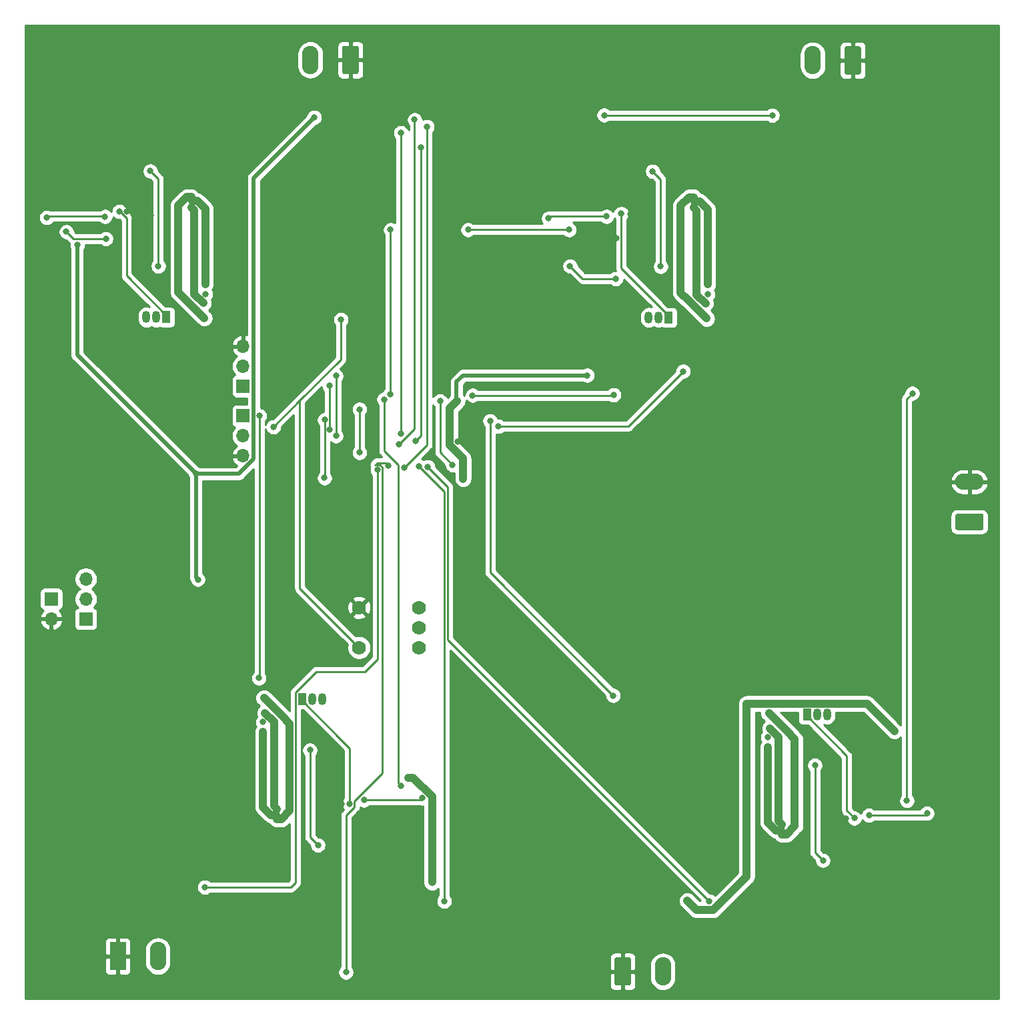
<source format=gbr>
G04 #@! TF.GenerationSoftware,KiCad,Pcbnew,(5.1.10)-1*
G04 #@! TF.CreationDate,2021-05-18T14:58:09+02:00*
G04 #@! TF.ProjectId,PEE50_MPPT,50454535-305f-44d5-9050-542e6b696361,rev?*
G04 #@! TF.SameCoordinates,Original*
G04 #@! TF.FileFunction,Copper,L2,Bot*
G04 #@! TF.FilePolarity,Positive*
%FSLAX46Y46*%
G04 Gerber Fmt 4.6, Leading zero omitted, Abs format (unit mm)*
G04 Created by KiCad (PCBNEW (5.1.10)-1) date 2021-05-18 14:58:09*
%MOMM*%
%LPD*%
G01*
G04 APERTURE LIST*
G04 #@! TA.AperFunction,ComponentPad*
%ADD10C,1.778000*%
G04 #@! TD*
G04 #@! TA.AperFunction,ComponentPad*
%ADD11O,1.700000X1.700000*%
G04 #@! TD*
G04 #@! TA.AperFunction,ComponentPad*
%ADD12R,1.700000X1.700000*%
G04 #@! TD*
G04 #@! TA.AperFunction,ComponentPad*
%ADD13O,2.080000X3.600000*%
G04 #@! TD*
G04 #@! TA.AperFunction,ComponentPad*
%ADD14R,2.080000X3.600000*%
G04 #@! TD*
G04 #@! TA.AperFunction,ComponentPad*
%ADD15R,1.050000X1.500000*%
G04 #@! TD*
G04 #@! TA.AperFunction,ComponentPad*
%ADD16O,1.050000X1.500000*%
G04 #@! TD*
G04 #@! TA.AperFunction,ComponentPad*
%ADD17O,3.600000X2.080000*%
G04 #@! TD*
G04 #@! TA.AperFunction,ViaPad*
%ADD18C,0.800000*%
G04 #@! TD*
G04 #@! TA.AperFunction,Conductor*
%ADD19C,0.250000*%
G04 #@! TD*
G04 #@! TA.AperFunction,Conductor*
%ADD20C,0.500000*%
G04 #@! TD*
G04 #@! TA.AperFunction,Conductor*
%ADD21C,1.000000*%
G04 #@! TD*
G04 #@! TA.AperFunction,Conductor*
%ADD22C,0.254000*%
G04 #@! TD*
G04 #@! TA.AperFunction,Conductor*
%ADD23C,0.100000*%
G04 #@! TD*
G04 APERTURE END LIST*
D10*
X75695000Y-134700000D03*
X75695000Y-132160000D03*
X75695000Y-129620000D03*
X68075000Y-129620000D03*
X68075000Y-134700000D03*
D11*
X53340000Y-96456500D03*
X53340000Y-98996500D03*
D12*
X53340000Y-101536500D03*
D13*
X42545000Y-173863000D03*
D14*
X37465000Y-173863000D03*
D15*
X60833000Y-141224000D03*
D16*
X63373000Y-141224000D03*
X62103000Y-141224000D03*
D17*
X145542000Y-113665000D03*
G04 #@! TA.AperFunction,ComponentPad*
G36*
G01*
X147092003Y-119785000D02*
X143991997Y-119785000D01*
G75*
G02*
X143742000Y-119535003I0J249997D01*
G01*
X143742000Y-117954997D01*
G75*
G02*
X143991997Y-117705000I249997J0D01*
G01*
X147092003Y-117705000D01*
G75*
G02*
X147342000Y-117954997I0J-249997D01*
G01*
X147342000Y-119535003D01*
G75*
G02*
X147092003Y-119785000I-249997J0D01*
G01*
G37*
G04 #@! TD.AperFunction*
D11*
X29019500Y-131064000D03*
D12*
X29019500Y-128524000D03*
X53340000Y-105283000D03*
D11*
X53340000Y-107823000D03*
X53340000Y-110363000D03*
G04 #@! TA.AperFunction,ComponentPad*
G36*
G01*
X100509201Y-177352202D02*
X100509201Y-174252196D01*
G75*
G02*
X100759198Y-174002199I249997J0D01*
G01*
X102339204Y-174002199D01*
G75*
G02*
X102589201Y-174252196I0J-249997D01*
G01*
X102589201Y-177352202D01*
G75*
G02*
X102339204Y-177602199I-249997J0D01*
G01*
X100759198Y-177602199D01*
G75*
G02*
X100509201Y-177352202I0J249997D01*
G01*
G37*
G04 #@! TD.AperFunction*
D13*
X106629201Y-175802199D03*
D12*
X33401000Y-131064000D03*
D11*
X33401000Y-128524000D03*
X33401000Y-125984000D03*
D16*
X126187201Y-143163199D03*
X127457201Y-143163199D03*
D15*
X124917201Y-143163199D03*
D13*
X61899799Y-60121801D03*
G04 #@! TA.AperFunction,ComponentPad*
G36*
G01*
X68019799Y-58571798D02*
X68019799Y-61671804D01*
G75*
G02*
X67769802Y-61921801I-249997J0D01*
G01*
X66189796Y-61921801D01*
G75*
G02*
X65939799Y-61671804I0J249997D01*
G01*
X65939799Y-58571798D01*
G75*
G02*
X66189796Y-58321801I249997J0D01*
G01*
X67769802Y-58321801D01*
G75*
G02*
X68019799Y-58571798I0J-249997D01*
G01*
G37*
G04 #@! TD.AperFunction*
G04 #@! TA.AperFunction,ComponentPad*
G36*
G01*
X131773799Y-58613798D02*
X131773799Y-61713804D01*
G75*
G02*
X131523802Y-61963801I-249997J0D01*
G01*
X129943796Y-61963801D01*
G75*
G02*
X129693799Y-61713804I0J249997D01*
G01*
X129693799Y-58613798D01*
G75*
G02*
X129943796Y-58363801I249997J0D01*
G01*
X131523802Y-58363801D01*
G75*
G02*
X131773799Y-58613798I0J-249997D01*
G01*
G37*
G04 #@! TD.AperFunction*
X125653799Y-60163801D03*
D15*
X43611799Y-92760801D03*
D16*
X41071799Y-92760801D03*
X42341799Y-92760801D03*
X106095799Y-92802801D03*
X104825799Y-92802801D03*
D15*
X107365799Y-92802801D03*
D18*
X67818000Y-157861000D03*
X65849500Y-154495500D03*
X131902201Y-159800199D03*
X131902201Y-159800199D03*
X84074000Y-104521000D03*
X131064000Y-162433000D03*
X36131500Y-88011000D03*
X38575000Y-79375000D03*
X41671799Y-79819500D03*
X36449000Y-127762000D03*
X36385500Y-128841500D03*
X58229500Y-109982000D03*
X62158499Y-107814999D03*
X80581500Y-108521500D03*
X42354500Y-130873500D03*
X134810500Y-146367500D03*
X41211500Y-85725000D03*
X103314500Y-82740500D03*
X104838500Y-82677000D03*
X100711000Y-82740500D03*
X129862200Y-156395800D03*
X102500000Y-79650000D03*
X100380799Y-76165801D03*
X36475000Y-75900000D03*
X47371000Y-112649000D03*
X47625000Y-126047500D03*
X62387937Y-67402302D03*
X32308799Y-83616799D03*
X80518000Y-103404500D03*
X77343000Y-164465000D03*
X136017000Y-145288000D03*
X109728000Y-166814500D03*
X81280000Y-113284000D03*
X100647500Y-87884000D03*
X94837789Y-86280811D03*
X74358500Y-151193500D03*
X97028000Y-100139500D03*
X46799500Y-77533500D03*
X46777452Y-78800148D03*
X48310799Y-90982801D03*
X48564799Y-89839801D03*
X48437799Y-92887801D03*
X48437799Y-92887801D03*
X48437799Y-92887801D03*
X48437799Y-92887801D03*
X48437799Y-92887801D03*
X47421799Y-91871801D03*
X47177451Y-89849453D03*
X48564799Y-88569801D03*
X46151799Y-90601801D03*
X110553500Y-77597000D03*
X110531452Y-78842148D03*
X112064799Y-91024801D03*
X112318799Y-89881801D03*
X112191799Y-92929801D03*
X112191799Y-92929801D03*
X112191799Y-92929801D03*
X112191799Y-92929801D03*
X112191799Y-92929801D03*
X111175799Y-91913801D03*
X110931451Y-89891453D03*
X112318799Y-88611801D03*
X109905799Y-90643801D03*
X121742201Y-158425699D03*
X121751548Y-157123852D03*
X120218201Y-144941199D03*
X119964201Y-146084199D03*
X120091201Y-143036199D03*
X120091201Y-143036199D03*
X120091201Y-143036199D03*
X120091201Y-143036199D03*
X120091201Y-143036199D03*
X121107201Y-144052199D03*
X121351549Y-146074547D03*
X119964201Y-147354199D03*
X122377201Y-145322199D03*
X121742201Y-158425699D03*
X121751548Y-157123852D03*
X120218201Y-144941199D03*
X119964201Y-146084199D03*
X120091201Y-143036199D03*
X120091201Y-143036199D03*
X120091201Y-143036199D03*
X120091201Y-143036199D03*
X120091201Y-143036199D03*
X121107201Y-144052199D03*
X121351549Y-146074547D03*
X119964201Y-147354199D03*
X122377201Y-145322199D03*
X66421000Y-175895000D03*
X71818500Y-111633000D03*
X55435500Y-105283000D03*
X55372000Y-138557000D03*
X78359000Y-103404500D03*
X79946500Y-111506000D03*
X105333799Y-74260801D03*
X106349799Y-86325801D03*
X68135500Y-109939999D03*
X68135500Y-104457500D03*
X63700500Y-105791000D03*
X63690500Y-113157000D03*
X70424058Y-112143558D03*
X48514000Y-165100000D03*
X71247000Y-103187500D03*
X73406000Y-152209500D03*
X57658000Y-156486500D03*
X57667347Y-155184653D03*
X56134000Y-143002000D03*
X55880000Y-144145000D03*
X56007000Y-141097000D03*
X56007000Y-141097000D03*
X56007000Y-141097000D03*
X56007000Y-141097000D03*
X56007000Y-141097000D03*
X57023000Y-142113000D03*
X57267348Y-144135348D03*
X55880000Y-145415000D03*
X58293000Y-143383000D03*
X68707000Y-154051000D03*
X76073000Y-153797000D03*
X132791201Y-155990199D03*
X35825000Y-80000000D03*
X99491799Y-79975801D03*
X132791201Y-155990199D03*
X28435300Y-80124300D03*
X140157201Y-155736199D03*
X92125799Y-80229801D03*
X64325500Y-101473000D03*
X64325500Y-107061000D03*
X65151000Y-100203000D03*
X65151000Y-107823000D03*
X65775000Y-93075000D03*
X57204696Y-106679700D03*
X66865500Y-154495500D03*
X37642799Y-79350000D03*
X101350000Y-79624992D03*
X130937000Y-156350450D03*
X62865000Y-159766000D03*
X61849000Y-147701000D03*
X41579799Y-74218801D03*
X42595799Y-86283801D03*
X126949201Y-161705199D03*
X125933201Y-149640199D03*
X126949201Y-161705199D03*
X125933201Y-149640199D03*
X84709000Y-105918000D03*
X100330000Y-140779500D03*
X85788500Y-106616500D03*
X109220000Y-99631500D03*
X82486500Y-102679500D03*
X100393500Y-102616000D03*
X138303000Y-102425500D03*
X137604500Y-154114500D03*
X35941000Y-82804000D03*
X30924500Y-81915000D03*
X72015223Y-102547314D03*
X72072500Y-81661000D03*
X81915000Y-81661000D03*
X94742000Y-81661000D03*
X73152000Y-108902500D03*
X75125000Y-67700000D03*
X73787000Y-111887000D03*
X76708000Y-68580000D03*
X99187000Y-67119500D03*
X120522569Y-67136589D03*
X73374854Y-107539998D03*
X73374999Y-69375000D03*
X75247500Y-108458000D03*
X75946000Y-71183500D03*
X75692000Y-111696500D03*
X78875000Y-166875000D03*
X76793002Y-111772196D03*
X112522000Y-166878000D03*
D19*
X80581500Y-108521500D02*
X81661000Y-108521500D01*
X81661000Y-108521500D02*
X81851500Y-108331000D01*
X103314500Y-79057500D02*
X103092500Y-79057500D01*
X103092500Y-79057500D02*
X102500000Y-79650000D01*
X103314500Y-82105500D02*
X103314500Y-80464500D01*
X103314500Y-80464500D02*
X102500000Y-79650000D01*
X38575000Y-79375000D02*
X39250000Y-78700000D01*
X39250000Y-78700000D02*
X39400000Y-78700000D01*
D20*
X47371000Y-125793500D02*
X47625000Y-126047500D01*
X47371000Y-112649000D02*
X47371000Y-125793500D01*
X52830002Y-112649000D02*
X47371000Y-112649000D01*
X54685499Y-110793503D02*
X52830002Y-112649000D01*
X54685499Y-75104740D02*
X54685499Y-110793503D01*
X62387937Y-67402302D02*
X54685499Y-75104740D01*
X47371000Y-112649000D02*
X32308799Y-97586799D01*
X32308799Y-97586799D02*
X32308799Y-83616799D01*
D21*
X77343000Y-153586998D02*
X74949502Y-151193500D01*
X74949502Y-151193500D02*
X74358500Y-151193500D01*
X77343000Y-164465000D02*
X77343000Y-153586998D01*
X132542198Y-141813198D02*
X117266802Y-141813198D01*
X136017000Y-145288000D02*
X132542198Y-141813198D01*
X110891501Y-167978001D02*
X109728000Y-166814500D01*
X113050001Y-167978001D02*
X110891501Y-167978001D01*
X117266802Y-163761200D02*
X113050001Y-167978001D01*
X117266802Y-141813198D02*
X117266802Y-163761200D01*
X81280000Y-110700002D02*
X81280000Y-113284000D01*
X79581499Y-109001501D02*
X81280000Y-110700002D01*
X79581499Y-104341001D02*
X79581499Y-109001501D01*
X80518000Y-103404500D02*
X79581499Y-104341001D01*
D19*
X96440978Y-87884000D02*
X94837789Y-86280811D01*
X100647500Y-87884000D02*
X96440978Y-87884000D01*
D21*
X74358500Y-151193500D02*
X74358500Y-151193500D01*
D20*
X80454500Y-100965000D02*
X80454500Y-103341000D01*
X80454500Y-103341000D02*
X80518000Y-103404500D01*
X97028000Y-100139500D02*
X81280000Y-100139500D01*
X80454500Y-100965000D02*
X81280000Y-100139500D01*
D21*
X47177451Y-79200147D02*
X47177451Y-89849453D01*
X46777452Y-78800148D02*
X47177451Y-79200147D01*
X47177451Y-89849453D02*
X48310799Y-90982801D01*
X46913799Y-78028801D02*
X47548799Y-78028801D01*
X47548799Y-78028801D02*
X48564799Y-79044801D01*
X48564799Y-79044801D02*
X48564799Y-88569801D01*
X46221114Y-77498301D02*
X46786799Y-77498301D01*
X45151798Y-78567617D02*
X46221114Y-77498301D01*
X48437799Y-92887801D02*
X48437799Y-92887801D01*
X45151798Y-89601800D02*
X45151798Y-78567617D01*
X48437799Y-92887801D02*
X47421799Y-91871801D01*
X48437799Y-92887801D02*
X48437799Y-92887801D01*
X48437799Y-92887801D02*
X48437799Y-92887801D01*
X48437799Y-92887801D02*
X48437799Y-92887801D01*
X48437799Y-92887801D02*
X48437799Y-92887801D01*
X47421799Y-91871801D02*
X46151799Y-90601801D01*
X47177451Y-89849453D02*
X47177451Y-89849453D01*
X46151799Y-90601801D02*
X45151798Y-89601800D01*
X110931451Y-79242147D02*
X110931451Y-89891453D01*
X110531452Y-78842148D02*
X110931451Y-79242147D01*
X110931451Y-89891453D02*
X112064799Y-91024801D01*
X110667799Y-78070801D02*
X111302799Y-78070801D01*
X111302799Y-78070801D02*
X112318799Y-79086801D01*
X112318799Y-79086801D02*
X112318799Y-88611801D01*
X109975114Y-77540301D02*
X110540799Y-77540301D01*
X108905798Y-78609617D02*
X109975114Y-77540301D01*
X112191799Y-92929801D02*
X112191799Y-92929801D01*
X108905798Y-89643800D02*
X108905798Y-78609617D01*
X112191799Y-92929801D02*
X111175799Y-91913801D01*
X112191799Y-92929801D02*
X112191799Y-92929801D01*
X112191799Y-92929801D02*
X112191799Y-92929801D01*
X112191799Y-92929801D02*
X112191799Y-92929801D01*
X112191799Y-92929801D02*
X112191799Y-92929801D01*
X111175799Y-91913801D02*
X109905799Y-90643801D01*
X110931451Y-89891453D02*
X110931451Y-89891453D01*
X109905799Y-90643801D02*
X108905798Y-89643800D01*
X121351549Y-156723853D02*
X121351549Y-146074547D01*
X121751548Y-157123852D02*
X121351549Y-156723853D01*
X121351549Y-146074547D02*
X120218201Y-144941199D01*
X121615201Y-157895199D02*
X120980201Y-157895199D01*
X120980201Y-157895199D02*
X119964201Y-156879199D01*
X119964201Y-156879199D02*
X119964201Y-147354199D01*
X122307886Y-158425699D02*
X121742201Y-158425699D01*
X123377202Y-157356383D02*
X122307886Y-158425699D01*
X120091201Y-143036199D02*
X120091201Y-143036199D01*
X123377202Y-146322200D02*
X123377202Y-157356383D01*
X120091201Y-143036199D02*
X121107201Y-144052199D01*
X120091201Y-143036199D02*
X120091201Y-143036199D01*
X120091201Y-143036199D02*
X120091201Y-143036199D01*
X120091201Y-143036199D02*
X120091201Y-143036199D01*
X120091201Y-143036199D02*
X120091201Y-143036199D01*
X121107201Y-144052199D02*
X122377201Y-145322199D01*
X121351549Y-146074547D02*
X121351549Y-146074547D01*
X122377201Y-145322199D02*
X123377202Y-146322200D01*
X121351549Y-156723853D02*
X121351549Y-146074547D01*
X121751548Y-157123852D02*
X121351549Y-156723853D01*
X121351549Y-146074547D02*
X120218201Y-144941199D01*
X121615201Y-157895199D02*
X120980201Y-157895199D01*
X120980201Y-157895199D02*
X119964201Y-156879199D01*
X119964201Y-156879199D02*
X119964201Y-147354199D01*
X122307886Y-158425699D02*
X121742201Y-158425699D01*
X123377202Y-157356383D02*
X122307886Y-158425699D01*
X120091201Y-143036199D02*
X120091201Y-143036199D01*
X123377202Y-146322200D02*
X123377202Y-157356383D01*
X120091201Y-143036199D02*
X121107201Y-144052199D01*
X120091201Y-143036199D02*
X120091201Y-143036199D01*
X120091201Y-143036199D02*
X120091201Y-143036199D01*
X120091201Y-143036199D02*
X120091201Y-143036199D01*
X120091201Y-143036199D02*
X120091201Y-143036199D01*
X121107201Y-144052199D02*
X122377201Y-145322199D01*
X121351549Y-146074547D02*
X121351549Y-146074547D01*
X122377201Y-145322199D02*
X123377202Y-146322200D01*
D19*
X66421000Y-155992002D02*
X66421000Y-175895000D01*
X71049059Y-150636941D02*
X67490501Y-154195499D01*
X71049059Y-111843557D02*
X71049059Y-150636941D01*
X70724059Y-111518557D02*
X71049059Y-111843557D01*
X70124057Y-111518557D02*
X70724059Y-111518557D01*
X67490501Y-154922501D02*
X67264501Y-155148501D01*
X71418501Y-111233001D02*
X70409613Y-111233001D01*
X67490501Y-154195499D02*
X67490501Y-154922501D01*
X67264501Y-155148501D02*
X66421000Y-155992002D01*
X70409613Y-111233001D02*
X70124057Y-111518557D01*
X71818500Y-111633000D02*
X71418501Y-111233001D01*
X67427001Y-154986001D02*
X67264501Y-155148501D01*
X55435500Y-138493500D02*
X55372000Y-138557000D01*
X55435500Y-105283000D02*
X55435500Y-138493500D01*
X78359000Y-109918500D02*
X79946500Y-111506000D01*
X78359000Y-103404500D02*
X78359000Y-109918500D01*
X106349799Y-75276801D02*
X105333799Y-74260801D01*
X106349799Y-86325801D02*
X106349799Y-75276801D01*
X68135500Y-109939999D02*
X68135500Y-104457500D01*
X63700500Y-113147000D02*
X63690500Y-113157000D01*
X63700500Y-105791000D02*
X63700500Y-113147000D01*
X60018011Y-164517989D02*
X59436000Y-165100000D01*
X62645498Y-137731500D02*
X60018011Y-140358987D01*
X68834000Y-137731500D02*
X62645498Y-137731500D01*
X70424058Y-136141442D02*
X68834000Y-137731500D01*
X59436000Y-165100000D02*
X48514000Y-165100000D01*
X60018011Y-140358987D02*
X60018011Y-164517989D01*
X70424058Y-112143558D02*
X70424058Y-136141442D01*
X73061999Y-151865499D02*
X73406000Y-152209500D01*
X73061999Y-111538999D02*
X73061999Y-151865499D01*
X71247000Y-109724000D02*
X73061999Y-111538999D01*
X71247000Y-103187500D02*
X71247000Y-109724000D01*
D21*
X57267348Y-154784654D02*
X57267348Y-144135348D01*
X57667347Y-155184653D02*
X57267348Y-154784654D01*
X57267348Y-144135348D02*
X56134000Y-143002000D01*
X57531000Y-155956000D02*
X56896000Y-155956000D01*
X56896000Y-155956000D02*
X55880000Y-154940000D01*
X55880000Y-154940000D02*
X55880000Y-145415000D01*
X58223685Y-156486500D02*
X57658000Y-156486500D01*
X59293001Y-155417184D02*
X58223685Y-156486500D01*
X56007000Y-141097000D02*
X56007000Y-141097000D01*
X59293001Y-144383001D02*
X59293001Y-155417184D01*
X56007000Y-141097000D02*
X57023000Y-142113000D01*
X56007000Y-141097000D02*
X56007000Y-141097000D01*
X56007000Y-141097000D02*
X56007000Y-141097000D01*
X56007000Y-141097000D02*
X56007000Y-141097000D01*
X56007000Y-141097000D02*
X56007000Y-141097000D01*
X57023000Y-142113000D02*
X58293000Y-143383000D01*
X57267348Y-144135348D02*
X57267348Y-144135348D01*
X58293000Y-143383000D02*
X59293001Y-144383001D01*
D19*
X68707000Y-154051000D02*
X75819000Y-154051000D01*
X75819000Y-154051000D02*
X76073000Y-153797000D01*
X132791201Y-155990199D02*
X139903201Y-155990199D01*
X139903201Y-155990199D02*
X140157201Y-155736199D01*
X35737799Y-79933801D02*
X28625799Y-79933801D01*
X28625799Y-79933801D02*
X28435300Y-80124300D01*
X99491799Y-79975801D02*
X92379799Y-79975801D01*
X92379799Y-79975801D02*
X92125799Y-80229801D01*
X132791201Y-155990199D02*
X139903201Y-155990199D01*
X139903201Y-155990199D02*
X140157201Y-155736199D01*
X28435300Y-80124300D02*
X28371799Y-80187801D01*
X140157201Y-155736199D02*
X140157201Y-155736199D01*
X64325500Y-101473000D02*
X64325500Y-107061000D01*
X65151000Y-100203000D02*
X65151000Y-107823000D01*
X65775000Y-93075000D02*
X65775000Y-98109396D01*
X60554698Y-127179698D02*
X60554698Y-103329698D01*
X68075000Y-134700000D02*
X60554698Y-127179698D01*
X60554698Y-103329698D02*
X57204696Y-106679700D01*
X65775000Y-98109396D02*
X60554698Y-103329698D01*
X60833000Y-141449000D02*
X60833000Y-141097000D01*
X66865500Y-147481500D02*
X65768750Y-146384750D01*
X66865500Y-154495500D02*
X66865500Y-147481500D01*
X65768750Y-146384750D02*
X60833000Y-141449000D01*
X65894001Y-146510001D02*
X65768750Y-146384750D01*
X38550798Y-87474800D02*
X43611799Y-92535801D01*
X43611799Y-92535801D02*
X43611799Y-92887801D01*
X38550798Y-80206800D02*
X37642799Y-79298801D01*
X38550798Y-81711801D02*
X38550798Y-80206800D01*
X38550798Y-81711801D02*
X38550798Y-87474800D01*
X107365799Y-92577801D02*
X101350000Y-86562002D01*
X101350000Y-86562002D02*
X101350000Y-79624992D01*
X107365799Y-92929801D02*
X107365799Y-92577801D01*
X129978202Y-148449200D02*
X124917201Y-143388199D01*
X124917201Y-143388199D02*
X124917201Y-143036199D01*
X129978202Y-154212199D02*
X129978202Y-148449200D01*
X129978202Y-148449200D02*
X124917201Y-143388199D01*
X124917201Y-143388199D02*
X124917201Y-143036199D01*
X129978202Y-154212199D02*
X129978202Y-148449200D01*
X129978202Y-155378202D02*
X129978202Y-155009798D01*
X130937000Y-156337000D02*
X129978202Y-155378202D01*
X129978202Y-154212199D02*
X129978202Y-155009798D01*
X61849000Y-158750000D02*
X62865000Y-159766000D01*
X61849000Y-147701000D02*
X61849000Y-158750000D01*
X42595799Y-75234801D02*
X41579799Y-74218801D01*
X42595799Y-86283801D02*
X42595799Y-75234801D01*
X125933201Y-160689199D02*
X126949201Y-161705199D01*
X125933201Y-149640199D02*
X125933201Y-160689199D01*
X125933201Y-160689199D02*
X126949201Y-161705199D01*
X125933201Y-149640199D02*
X125933201Y-160689199D01*
X84709000Y-105918000D02*
X84709000Y-125158500D01*
X84709000Y-125158500D02*
X100330000Y-140779500D01*
X102235000Y-106616500D02*
X109220000Y-99631500D01*
X85788500Y-106616500D02*
X102235000Y-106616500D01*
X100330000Y-102679500D02*
X100393500Y-102616000D01*
X82486500Y-102679500D02*
X100330000Y-102679500D01*
X137604500Y-103124000D02*
X137604500Y-154114500D01*
X138303000Y-102425500D02*
X137604500Y-103124000D01*
X31813500Y-82804000D02*
X30924500Y-81915000D01*
X35941000Y-82804000D02*
X31813500Y-82804000D01*
X72015223Y-81718277D02*
X72072500Y-81661000D01*
X72015223Y-102547314D02*
X72015223Y-81718277D01*
X81915000Y-81661000D02*
X94742000Y-81661000D01*
X73152000Y-108902500D02*
X75125000Y-106929500D01*
X75125000Y-106929500D02*
X75125000Y-67700000D01*
X73787000Y-111887000D02*
X76708000Y-108966000D01*
X76708000Y-108966000D02*
X76708000Y-68580000D01*
X120505480Y-67119500D02*
X120522569Y-67136589D01*
X99187000Y-67119500D02*
X120505480Y-67119500D01*
X73374854Y-107539998D02*
X73374854Y-69375145D01*
X73374854Y-69375145D02*
X73374999Y-69375000D01*
X75247500Y-108458000D02*
X75946000Y-107759500D01*
X75946000Y-107759500D02*
X75946000Y-71183500D01*
X78875000Y-114879500D02*
X78875000Y-166875000D01*
X75692000Y-111696500D02*
X78875000Y-114879500D01*
X79317010Y-114296204D02*
X76793002Y-111772196D01*
X79317010Y-133673010D02*
X79317010Y-114296204D01*
X112522000Y-166878000D02*
X79317010Y-133673010D01*
D22*
X149277000Y-179249000D02*
X25729000Y-179249000D01*
X25729000Y-177602199D01*
X99871129Y-177602199D01*
X99883389Y-177726681D01*
X99919699Y-177846379D01*
X99978664Y-177956693D01*
X100058016Y-178053384D01*
X100154707Y-178132736D01*
X100265021Y-178191701D01*
X100384719Y-178228011D01*
X100509201Y-178240271D01*
X101263451Y-178237199D01*
X101422201Y-178078449D01*
X101422201Y-175929199D01*
X101676201Y-175929199D01*
X101676201Y-178078449D01*
X101834951Y-178237199D01*
X102589201Y-178240271D01*
X102713683Y-178228011D01*
X102833381Y-178191701D01*
X102943695Y-178132736D01*
X103040386Y-178053384D01*
X103119738Y-177956693D01*
X103178703Y-177846379D01*
X103215013Y-177726681D01*
X103227273Y-177602199D01*
X103224201Y-176087949D01*
X103065451Y-175929199D01*
X101676201Y-175929199D01*
X101422201Y-175929199D01*
X100032951Y-175929199D01*
X99874201Y-176087949D01*
X99871129Y-177602199D01*
X25729000Y-177602199D01*
X25729000Y-175663000D01*
X35786928Y-175663000D01*
X35799188Y-175787482D01*
X35835498Y-175907180D01*
X35894463Y-176017494D01*
X35973815Y-176114185D01*
X36070506Y-176193537D01*
X36180820Y-176252502D01*
X36300518Y-176288812D01*
X36425000Y-176301072D01*
X37179250Y-176298000D01*
X37338000Y-176139250D01*
X37338000Y-173990000D01*
X37592000Y-173990000D01*
X37592000Y-176139250D01*
X37750750Y-176298000D01*
X38505000Y-176301072D01*
X38629482Y-176288812D01*
X38749180Y-176252502D01*
X38859494Y-176193537D01*
X38956185Y-176114185D01*
X39035537Y-176017494D01*
X39094502Y-175907180D01*
X39130812Y-175787482D01*
X39143072Y-175663000D01*
X39140000Y-174148750D01*
X38981250Y-173990000D01*
X37592000Y-173990000D01*
X37338000Y-173990000D01*
X35948750Y-173990000D01*
X35790000Y-174148750D01*
X35786928Y-175663000D01*
X25729000Y-175663000D01*
X25729000Y-172063000D01*
X35786928Y-172063000D01*
X35790000Y-173577250D01*
X35948750Y-173736000D01*
X37338000Y-173736000D01*
X37338000Y-171586750D01*
X37592000Y-171586750D01*
X37592000Y-173736000D01*
X38981250Y-173736000D01*
X39140000Y-173577250D01*
X39141129Y-173020719D01*
X40870000Y-173020719D01*
X40870000Y-174705282D01*
X40894236Y-174951357D01*
X40990016Y-175267096D01*
X41145551Y-175558082D01*
X41354867Y-175813134D01*
X41609919Y-176022450D01*
X41900905Y-176177985D01*
X42216644Y-176273764D01*
X42545000Y-176306104D01*
X42873357Y-176273764D01*
X43189096Y-176177985D01*
X43480082Y-176022450D01*
X43735134Y-175813134D01*
X43944450Y-175558082D01*
X44099985Y-175267096D01*
X44195764Y-174951357D01*
X44220000Y-174705282D01*
X44220000Y-173020718D01*
X44195764Y-172774643D01*
X44099985Y-172458904D01*
X43944450Y-172167918D01*
X43735134Y-171912866D01*
X43480081Y-171703550D01*
X43189095Y-171548015D01*
X42873356Y-171452236D01*
X42545000Y-171419896D01*
X42216643Y-171452236D01*
X41900904Y-171548015D01*
X41609918Y-171703550D01*
X41354866Y-171912866D01*
X41145550Y-172167919D01*
X40990015Y-172458905D01*
X40894236Y-172774644D01*
X40870000Y-173020719D01*
X39141129Y-173020719D01*
X39143072Y-172063000D01*
X39130812Y-171938518D01*
X39094502Y-171818820D01*
X39035537Y-171708506D01*
X38956185Y-171611815D01*
X38859494Y-171532463D01*
X38749180Y-171473498D01*
X38629482Y-171437188D01*
X38505000Y-171424928D01*
X37750750Y-171428000D01*
X37592000Y-171586750D01*
X37338000Y-171586750D01*
X37179250Y-171428000D01*
X36425000Y-171424928D01*
X36300518Y-171437188D01*
X36180820Y-171473498D01*
X36070506Y-171532463D01*
X35973815Y-171611815D01*
X35894463Y-171708506D01*
X35835498Y-171818820D01*
X35799188Y-171938518D01*
X35786928Y-172063000D01*
X25729000Y-172063000D01*
X25729000Y-164998061D01*
X47479000Y-164998061D01*
X47479000Y-165201939D01*
X47518774Y-165401898D01*
X47596795Y-165590256D01*
X47710063Y-165759774D01*
X47854226Y-165903937D01*
X48023744Y-166017205D01*
X48212102Y-166095226D01*
X48412061Y-166135000D01*
X48615939Y-166135000D01*
X48815898Y-166095226D01*
X49004256Y-166017205D01*
X49173774Y-165903937D01*
X49217711Y-165860000D01*
X59398678Y-165860000D01*
X59436000Y-165863676D01*
X59473322Y-165860000D01*
X59473333Y-165860000D01*
X59584986Y-165849003D01*
X59728247Y-165805546D01*
X59860276Y-165734974D01*
X59976001Y-165640001D01*
X59999803Y-165610998D01*
X60529013Y-165081789D01*
X60558012Y-165057990D01*
X60652985Y-164942265D01*
X60723557Y-164810236D01*
X60767014Y-164666975D01*
X60778011Y-164555322D01*
X60778011Y-164555312D01*
X60781687Y-164517989D01*
X60778011Y-164480666D01*
X60778011Y-147599061D01*
X60814000Y-147599061D01*
X60814000Y-147802939D01*
X60853774Y-148002898D01*
X60931795Y-148191256D01*
X61045063Y-148360774D01*
X61089000Y-148404711D01*
X61089001Y-158712668D01*
X61085324Y-158750000D01*
X61089001Y-158787333D01*
X61099998Y-158898986D01*
X61113180Y-158942442D01*
X61143454Y-159042246D01*
X61214026Y-159174276D01*
X61261520Y-159232147D01*
X61309000Y-159290001D01*
X61337998Y-159313799D01*
X61830000Y-159805802D01*
X61830000Y-159867939D01*
X61869774Y-160067898D01*
X61947795Y-160256256D01*
X62061063Y-160425774D01*
X62205226Y-160569937D01*
X62374744Y-160683205D01*
X62563102Y-160761226D01*
X62763061Y-160801000D01*
X62966939Y-160801000D01*
X63166898Y-160761226D01*
X63355256Y-160683205D01*
X63524774Y-160569937D01*
X63668937Y-160425774D01*
X63782205Y-160256256D01*
X63860226Y-160067898D01*
X63900000Y-159867939D01*
X63900000Y-159664061D01*
X63860226Y-159464102D01*
X63782205Y-159275744D01*
X63668937Y-159106226D01*
X63524774Y-158962063D01*
X63355256Y-158848795D01*
X63166898Y-158770774D01*
X62966939Y-158731000D01*
X62904802Y-158731000D01*
X62609000Y-158435199D01*
X62609000Y-148404711D01*
X62652937Y-148360774D01*
X62766205Y-148191256D01*
X62844226Y-148002898D01*
X62884000Y-147802939D01*
X62884000Y-147599061D01*
X62844226Y-147399102D01*
X62766205Y-147210744D01*
X62652937Y-147041226D01*
X62508774Y-146897063D01*
X62339256Y-146783795D01*
X62150898Y-146705774D01*
X61950939Y-146666000D01*
X61747061Y-146666000D01*
X61547102Y-146705774D01*
X61358744Y-146783795D01*
X61189226Y-146897063D01*
X61045063Y-147041226D01*
X60931795Y-147210744D01*
X60853774Y-147399102D01*
X60814000Y-147599061D01*
X60778011Y-147599061D01*
X60778011Y-142612072D01*
X60921271Y-142612072D01*
X65257747Y-146948549D01*
X65257752Y-146948553D01*
X66105501Y-147796303D01*
X66105500Y-153791789D01*
X66061563Y-153835726D01*
X65948295Y-154005244D01*
X65870274Y-154193602D01*
X65830500Y-154393561D01*
X65830500Y-154597439D01*
X65870274Y-154797398D01*
X65948295Y-154985756D01*
X66061563Y-155155274D01*
X66122245Y-155215956D01*
X65910002Y-155428199D01*
X65880999Y-155452001D01*
X65825871Y-155519176D01*
X65786026Y-155567726D01*
X65731120Y-155670448D01*
X65715454Y-155699756D01*
X65671997Y-155843017D01*
X65661000Y-155954670D01*
X65661000Y-155954680D01*
X65657324Y-155992002D01*
X65661000Y-156029324D01*
X65661001Y-175191288D01*
X65617063Y-175235226D01*
X65503795Y-175404744D01*
X65425774Y-175593102D01*
X65386000Y-175793061D01*
X65386000Y-175996939D01*
X65425774Y-176196898D01*
X65503795Y-176385256D01*
X65617063Y-176554774D01*
X65761226Y-176698937D01*
X65930744Y-176812205D01*
X66119102Y-176890226D01*
X66319061Y-176930000D01*
X66522939Y-176930000D01*
X66722898Y-176890226D01*
X66911256Y-176812205D01*
X67080774Y-176698937D01*
X67224937Y-176554774D01*
X67338205Y-176385256D01*
X67416226Y-176196898D01*
X67456000Y-175996939D01*
X67456000Y-175793061D01*
X67416226Y-175593102D01*
X67338205Y-175404744D01*
X67224937Y-175235226D01*
X67181000Y-175191289D01*
X67181000Y-174002199D01*
X99871129Y-174002199D01*
X99874201Y-175516449D01*
X100032951Y-175675199D01*
X101422201Y-175675199D01*
X101422201Y-173525949D01*
X101676201Y-173525949D01*
X101676201Y-175675199D01*
X103065451Y-175675199D01*
X103224201Y-175516449D01*
X103225330Y-174959918D01*
X104954201Y-174959918D01*
X104954201Y-176644481D01*
X104978437Y-176890556D01*
X105074217Y-177206295D01*
X105229752Y-177497281D01*
X105439068Y-177752333D01*
X105694120Y-177961649D01*
X105985106Y-178117184D01*
X106300845Y-178212963D01*
X106629201Y-178245303D01*
X106957558Y-178212963D01*
X107273297Y-178117184D01*
X107564283Y-177961649D01*
X107819335Y-177752333D01*
X108028651Y-177497281D01*
X108184186Y-177206295D01*
X108279965Y-176890556D01*
X108304201Y-176644481D01*
X108304201Y-174959917D01*
X108279965Y-174713842D01*
X108184186Y-174398103D01*
X108028651Y-174107117D01*
X107819335Y-173852065D01*
X107564282Y-173642749D01*
X107273296Y-173487214D01*
X106957557Y-173391435D01*
X106629201Y-173359095D01*
X106300844Y-173391435D01*
X105985105Y-173487214D01*
X105694119Y-173642749D01*
X105439067Y-173852065D01*
X105229751Y-174107118D01*
X105074216Y-174398104D01*
X104978437Y-174713843D01*
X104954201Y-174959918D01*
X103225330Y-174959918D01*
X103227273Y-174002199D01*
X103215013Y-173877717D01*
X103178703Y-173758019D01*
X103119738Y-173647705D01*
X103040386Y-173551014D01*
X102943695Y-173471662D01*
X102833381Y-173412697D01*
X102713683Y-173376387D01*
X102589201Y-173364127D01*
X101834951Y-173367199D01*
X101676201Y-173525949D01*
X101422201Y-173525949D01*
X101263451Y-173367199D01*
X100509201Y-173364127D01*
X100384719Y-173376387D01*
X100265021Y-173412697D01*
X100154707Y-173471662D01*
X100058016Y-173551014D01*
X99978664Y-173647705D01*
X99919699Y-173758019D01*
X99883389Y-173877717D01*
X99871129Y-174002199D01*
X67181000Y-174002199D01*
X67181000Y-156306803D01*
X67828300Y-155659504D01*
X67828305Y-155659498D01*
X68001498Y-155486305D01*
X68030502Y-155462502D01*
X68125475Y-155346777D01*
X68196047Y-155214748D01*
X68239504Y-155071487D01*
X68248386Y-154981311D01*
X68405102Y-155046226D01*
X68605061Y-155086000D01*
X68808939Y-155086000D01*
X69008898Y-155046226D01*
X69197256Y-154968205D01*
X69366774Y-154854937D01*
X69410711Y-154811000D01*
X75781678Y-154811000D01*
X75819000Y-154814676D01*
X75856322Y-154811000D01*
X75856333Y-154811000D01*
X75862455Y-154810397D01*
X75971061Y-154832000D01*
X76174939Y-154832000D01*
X76208001Y-154825424D01*
X76208000Y-164520751D01*
X76224423Y-164687498D01*
X76289324Y-164901446D01*
X76394716Y-165098623D01*
X76536551Y-165271449D01*
X76709377Y-165413284D01*
X76906553Y-165518676D01*
X77120501Y-165583577D01*
X77343000Y-165605491D01*
X77565498Y-165583577D01*
X77779446Y-165518676D01*
X77976623Y-165413284D01*
X78115001Y-165299720D01*
X78115001Y-166171288D01*
X78071063Y-166215226D01*
X77957795Y-166384744D01*
X77879774Y-166573102D01*
X77840000Y-166773061D01*
X77840000Y-166976939D01*
X77879774Y-167176898D01*
X77957795Y-167365256D01*
X78071063Y-167534774D01*
X78215226Y-167678937D01*
X78384744Y-167792205D01*
X78573102Y-167870226D01*
X78773061Y-167910000D01*
X78976939Y-167910000D01*
X79176898Y-167870226D01*
X79365256Y-167792205D01*
X79534774Y-167678937D01*
X79678937Y-167534774D01*
X79792205Y-167365256D01*
X79870226Y-167176898D01*
X79910000Y-166976939D01*
X79910000Y-166773061D01*
X79870226Y-166573102D01*
X79792205Y-166384744D01*
X79678937Y-166215226D01*
X79635000Y-166171289D01*
X79635000Y-135065801D01*
X111412199Y-166843001D01*
X111361633Y-166843001D01*
X110491143Y-165972512D01*
X110361622Y-165866217D01*
X110164446Y-165760824D01*
X109950498Y-165695923D01*
X109728000Y-165674009D01*
X109505502Y-165695923D01*
X109291554Y-165760824D01*
X109094378Y-165866217D01*
X108921552Y-166008052D01*
X108779717Y-166180878D01*
X108674324Y-166378054D01*
X108609423Y-166592002D01*
X108587509Y-166814500D01*
X108609423Y-167036998D01*
X108674324Y-167250946D01*
X108779717Y-167448122D01*
X108886012Y-167577643D01*
X110049509Y-168741141D01*
X110085052Y-168784450D01*
X110257877Y-168926284D01*
X110257878Y-168926285D01*
X110455054Y-169031677D01*
X110669002Y-169096578D01*
X110891501Y-169118492D01*
X110947253Y-169113001D01*
X112994250Y-169113001D01*
X113050001Y-169118492D01*
X113105752Y-169113001D01*
X113105753Y-169113001D01*
X113272500Y-169096578D01*
X113486448Y-169031677D01*
X113683624Y-168926285D01*
X113856450Y-168784450D01*
X113891997Y-168741136D01*
X118029943Y-164603191D01*
X118073251Y-164567649D01*
X118215086Y-164394823D01*
X118320478Y-164197647D01*
X118385379Y-163983699D01*
X118385942Y-163977988D01*
X118395295Y-163883015D01*
X118401802Y-163816952D01*
X118401802Y-163816945D01*
X118407292Y-163761201D01*
X118401802Y-163705457D01*
X118401802Y-142948198D01*
X118959377Y-142948198D01*
X118950710Y-143036199D01*
X118972624Y-143258698D01*
X119037525Y-143472646D01*
X119142917Y-143669822D01*
X119284752Y-143842648D01*
X119328065Y-143878195D01*
X119506700Y-144056830D01*
X119411753Y-144134751D01*
X119269918Y-144307577D01*
X119164525Y-144504753D01*
X119099624Y-144718701D01*
X119077710Y-144941199D01*
X119099624Y-145163697D01*
X119164525Y-145377645D01*
X119179336Y-145405353D01*
X119160264Y-145424425D01*
X119046996Y-145593943D01*
X118968975Y-145782301D01*
X118929201Y-145982260D01*
X118929201Y-146186138D01*
X118968975Y-146386097D01*
X119046996Y-146574455D01*
X119086866Y-146634125D01*
X119015918Y-146720576D01*
X118910526Y-146917752D01*
X118845625Y-147131700D01*
X118829202Y-147298447D01*
X118829201Y-156823447D01*
X118823710Y-156879199D01*
X118833318Y-156976756D01*
X118845624Y-157101697D01*
X118910525Y-157315645D01*
X119015917Y-157512822D01*
X119157752Y-157685648D01*
X119201065Y-157721195D01*
X120138209Y-158658339D01*
X120173752Y-158701648D01*
X120346578Y-158843483D01*
X120450418Y-158898986D01*
X120543754Y-158948875D01*
X120757702Y-159013776D01*
X120770232Y-159015010D01*
X120793917Y-159059322D01*
X120935752Y-159232148D01*
X121108578Y-159373983D01*
X121305754Y-159479375D01*
X121519702Y-159544276D01*
X121686449Y-159560699D01*
X122252135Y-159560699D01*
X122307886Y-159566190D01*
X122363637Y-159560699D01*
X122363638Y-159560699D01*
X122530385Y-159544276D01*
X122744333Y-159479375D01*
X122941509Y-159373983D01*
X123114335Y-159232148D01*
X123149882Y-159188835D01*
X124140342Y-158198375D01*
X124183651Y-158162832D01*
X124325486Y-157990006D01*
X124430878Y-157792830D01*
X124495779Y-157578882D01*
X124512202Y-157412135D01*
X124512202Y-157412128D01*
X124517692Y-157356384D01*
X124512202Y-157300640D01*
X124512202Y-149538260D01*
X124898201Y-149538260D01*
X124898201Y-149742138D01*
X124937975Y-149942097D01*
X125015996Y-150130455D01*
X125129264Y-150299973D01*
X125173201Y-150343910D01*
X125173202Y-160651867D01*
X125169525Y-160689199D01*
X125184199Y-160838184D01*
X125227655Y-160981445D01*
X125298227Y-161113475D01*
X125364474Y-161194196D01*
X125393201Y-161229200D01*
X125422199Y-161252998D01*
X125914201Y-161745001D01*
X125914201Y-161807138D01*
X125953975Y-162007097D01*
X126031996Y-162195455D01*
X126145264Y-162364973D01*
X126289427Y-162509136D01*
X126458945Y-162622404D01*
X126647303Y-162700425D01*
X126847262Y-162740199D01*
X127051140Y-162740199D01*
X127251099Y-162700425D01*
X127439457Y-162622404D01*
X127608975Y-162509136D01*
X127753138Y-162364973D01*
X127866406Y-162195455D01*
X127944427Y-162007097D01*
X127984201Y-161807138D01*
X127984201Y-161603260D01*
X127944427Y-161403301D01*
X127866406Y-161214943D01*
X127753138Y-161045425D01*
X127608975Y-160901262D01*
X127439457Y-160787994D01*
X127251099Y-160709973D01*
X127051140Y-160670199D01*
X126989003Y-160670199D01*
X126693201Y-160374398D01*
X126693201Y-150343910D01*
X126737138Y-150299973D01*
X126850406Y-150130455D01*
X126928427Y-149942097D01*
X126968201Y-149742138D01*
X126968201Y-149538260D01*
X126928427Y-149338301D01*
X126850406Y-149149943D01*
X126737138Y-148980425D01*
X126592975Y-148836262D01*
X126423457Y-148722994D01*
X126235099Y-148644973D01*
X126035140Y-148605199D01*
X125831262Y-148605199D01*
X125631303Y-148644973D01*
X125442945Y-148722994D01*
X125273427Y-148836262D01*
X125129264Y-148980425D01*
X125015996Y-149149943D01*
X124937975Y-149338301D01*
X124898201Y-149538260D01*
X124512202Y-149538260D01*
X124512202Y-146377951D01*
X124517693Y-146322200D01*
X124495779Y-146099701D01*
X124430878Y-145885753D01*
X124396241Y-145820951D01*
X124325486Y-145688577D01*
X124183651Y-145515751D01*
X124140342Y-145480208D01*
X123219193Y-144559060D01*
X123219189Y-144559055D01*
X121949193Y-143289060D01*
X121949189Y-143289055D01*
X121608332Y-142948198D01*
X123754129Y-142948198D01*
X123754129Y-143913199D01*
X123766389Y-144037681D01*
X123802699Y-144157379D01*
X123861664Y-144267693D01*
X123941016Y-144364384D01*
X124037707Y-144443736D01*
X124148021Y-144502701D01*
X124267719Y-144539011D01*
X124392201Y-144551271D01*
X125005472Y-144551271D01*
X129218203Y-148764003D01*
X129218202Y-154174866D01*
X129218202Y-155340880D01*
X129214526Y-155378202D01*
X129218202Y-155415524D01*
X129218202Y-155415534D01*
X129229199Y-155527187D01*
X129269336Y-155659504D01*
X129272656Y-155670448D01*
X129343228Y-155802478D01*
X129375018Y-155841214D01*
X129438201Y-155918203D01*
X129467204Y-155942006D01*
X129902000Y-156376801D01*
X129902000Y-156452389D01*
X129941774Y-156652348D01*
X130019795Y-156840706D01*
X130133063Y-157010224D01*
X130277226Y-157154387D01*
X130446744Y-157267655D01*
X130635102Y-157345676D01*
X130835061Y-157385450D01*
X131038939Y-157385450D01*
X131238898Y-157345676D01*
X131427256Y-157267655D01*
X131596774Y-157154387D01*
X131740937Y-157010224D01*
X131854205Y-156840706D01*
X131932226Y-156652348D01*
X131945216Y-156587043D01*
X131987264Y-156649973D01*
X132131427Y-156794136D01*
X132300945Y-156907404D01*
X132489303Y-156985425D01*
X132689262Y-157025199D01*
X132893140Y-157025199D01*
X133093099Y-156985425D01*
X133281457Y-156907404D01*
X133450975Y-156794136D01*
X133494912Y-156750199D01*
X139865879Y-156750199D01*
X139903201Y-156753875D01*
X139940523Y-156750199D01*
X139940534Y-156750199D01*
X139946656Y-156749596D01*
X140055262Y-156771199D01*
X140259140Y-156771199D01*
X140459099Y-156731425D01*
X140647457Y-156653404D01*
X140816975Y-156540136D01*
X140961138Y-156395973D01*
X141074406Y-156226455D01*
X141152427Y-156038097D01*
X141192201Y-155838138D01*
X141192201Y-155634260D01*
X141152427Y-155434301D01*
X141074406Y-155245943D01*
X140961138Y-155076425D01*
X140816975Y-154932262D01*
X140647457Y-154818994D01*
X140459099Y-154740973D01*
X140259140Y-154701199D01*
X140055262Y-154701199D01*
X139855303Y-154740973D01*
X139666945Y-154818994D01*
X139497427Y-154932262D01*
X139353264Y-155076425D01*
X139250516Y-155230199D01*
X133494912Y-155230199D01*
X133450975Y-155186262D01*
X133281457Y-155072994D01*
X133093099Y-154994973D01*
X132893140Y-154955199D01*
X132689262Y-154955199D01*
X132489303Y-154994973D01*
X132300945Y-155072994D01*
X132131427Y-155186262D01*
X131987264Y-155330425D01*
X131873996Y-155499943D01*
X131795975Y-155688301D01*
X131782985Y-155753606D01*
X131740937Y-155690676D01*
X131596774Y-155546513D01*
X131427256Y-155433245D01*
X131238898Y-155355224D01*
X131038939Y-155315450D01*
X130990251Y-155315450D01*
X130738202Y-155063401D01*
X130738202Y-148486522D01*
X130741878Y-148449199D01*
X130738202Y-148411876D01*
X130738202Y-148411867D01*
X130727205Y-148300214D01*
X130683748Y-148156953D01*
X130613176Y-148024924D01*
X130518203Y-147909199D01*
X130489205Y-147885401D01*
X127094032Y-144490228D01*
X127229802Y-144531414D01*
X127457201Y-144553811D01*
X127684601Y-144531414D01*
X127903261Y-144465084D01*
X128104780Y-144357370D01*
X128281413Y-144212411D01*
X128426372Y-144035778D01*
X128534086Y-143834258D01*
X128600416Y-143615598D01*
X128617201Y-143445177D01*
X128617201Y-142948198D01*
X132072067Y-142948198D01*
X135253856Y-146129988D01*
X135383377Y-146236283D01*
X135580553Y-146341675D01*
X135794500Y-146406577D01*
X136016999Y-146428491D01*
X136239498Y-146406577D01*
X136453446Y-146341675D01*
X136650622Y-146236283D01*
X136823448Y-146094448D01*
X136844501Y-146068795D01*
X136844501Y-153410788D01*
X136800563Y-153454726D01*
X136687295Y-153624244D01*
X136609274Y-153812602D01*
X136569500Y-154012561D01*
X136569500Y-154216439D01*
X136609274Y-154416398D01*
X136687295Y-154604756D01*
X136800563Y-154774274D01*
X136944726Y-154918437D01*
X137114244Y-155031705D01*
X137302602Y-155109726D01*
X137502561Y-155149500D01*
X137706439Y-155149500D01*
X137906398Y-155109726D01*
X138094756Y-155031705D01*
X138264274Y-154918437D01*
X138408437Y-154774274D01*
X138521705Y-154604756D01*
X138599726Y-154416398D01*
X138639500Y-154216439D01*
X138639500Y-154012561D01*
X138599726Y-153812602D01*
X138521705Y-153624244D01*
X138408437Y-153454726D01*
X138364500Y-153410789D01*
X138364500Y-117954997D01*
X143103928Y-117954997D01*
X143103928Y-119535003D01*
X143120992Y-119708257D01*
X143171528Y-119874852D01*
X143253595Y-120028388D01*
X143364037Y-120162963D01*
X143498612Y-120273405D01*
X143652148Y-120355472D01*
X143818743Y-120406008D01*
X143991997Y-120423072D01*
X147092003Y-120423072D01*
X147265257Y-120406008D01*
X147431852Y-120355472D01*
X147585388Y-120273405D01*
X147719963Y-120162963D01*
X147830405Y-120028388D01*
X147912472Y-119874852D01*
X147963008Y-119708257D01*
X147980072Y-119535003D01*
X147980072Y-117954997D01*
X147963008Y-117781743D01*
X147912472Y-117615148D01*
X147830405Y-117461612D01*
X147719963Y-117327037D01*
X147585388Y-117216595D01*
X147431852Y-117134528D01*
X147265257Y-117083992D01*
X147092003Y-117066928D01*
X143991997Y-117066928D01*
X143818743Y-117083992D01*
X143652148Y-117134528D01*
X143498612Y-117216595D01*
X143364037Y-117327037D01*
X143253595Y-117461612D01*
X143171528Y-117615148D01*
X143120992Y-117781743D01*
X143103928Y-117954997D01*
X138364500Y-117954997D01*
X138364500Y-114051710D01*
X143152252Y-114051710D01*
X143185901Y-114188663D01*
X143318731Y-114489984D01*
X143507794Y-114759602D01*
X143745824Y-114987155D01*
X144023673Y-115163898D01*
X144330664Y-115283039D01*
X144655000Y-115340000D01*
X145415000Y-115340000D01*
X145415000Y-113792000D01*
X145669000Y-113792000D01*
X145669000Y-115340000D01*
X146429000Y-115340000D01*
X146753336Y-115283039D01*
X147060327Y-115163898D01*
X147338176Y-114987155D01*
X147576206Y-114759602D01*
X147765269Y-114489984D01*
X147898099Y-114188663D01*
X147931748Y-114051710D01*
X147812922Y-113792000D01*
X145669000Y-113792000D01*
X145415000Y-113792000D01*
X143271078Y-113792000D01*
X143152252Y-114051710D01*
X138364500Y-114051710D01*
X138364500Y-113278290D01*
X143152252Y-113278290D01*
X143271078Y-113538000D01*
X145415000Y-113538000D01*
X145415000Y-111990000D01*
X145669000Y-111990000D01*
X145669000Y-113538000D01*
X147812922Y-113538000D01*
X147931748Y-113278290D01*
X147898099Y-113141337D01*
X147765269Y-112840016D01*
X147576206Y-112570398D01*
X147338176Y-112342845D01*
X147060327Y-112166102D01*
X146753336Y-112046961D01*
X146429000Y-111990000D01*
X145669000Y-111990000D01*
X145415000Y-111990000D01*
X144655000Y-111990000D01*
X144330664Y-112046961D01*
X144023673Y-112166102D01*
X143745824Y-112342845D01*
X143507794Y-112570398D01*
X143318731Y-112840016D01*
X143185901Y-113141337D01*
X143152252Y-113278290D01*
X138364500Y-113278290D01*
X138364500Y-103460500D01*
X138404939Y-103460500D01*
X138604898Y-103420726D01*
X138793256Y-103342705D01*
X138962774Y-103229437D01*
X139106937Y-103085274D01*
X139220205Y-102915756D01*
X139298226Y-102727398D01*
X139338000Y-102527439D01*
X139338000Y-102323561D01*
X139298226Y-102123602D01*
X139220205Y-101935244D01*
X139106937Y-101765726D01*
X138962774Y-101621563D01*
X138793256Y-101508295D01*
X138604898Y-101430274D01*
X138404939Y-101390500D01*
X138201061Y-101390500D01*
X138001102Y-101430274D01*
X137812744Y-101508295D01*
X137643226Y-101621563D01*
X137499063Y-101765726D01*
X137385795Y-101935244D01*
X137307774Y-102123602D01*
X137268000Y-102323561D01*
X137268000Y-102385699D01*
X137093502Y-102560197D01*
X137064499Y-102583999D01*
X137017865Y-102640823D01*
X136969526Y-102699724D01*
X136932216Y-102769526D01*
X136898954Y-102831754D01*
X136855497Y-102975015D01*
X136844500Y-103086668D01*
X136844500Y-103086678D01*
X136840824Y-103124000D01*
X136844500Y-103161322D01*
X136844501Y-144510369D01*
X133384194Y-141050063D01*
X133348647Y-141006749D01*
X133175821Y-140864914D01*
X132978645Y-140759522D01*
X132764697Y-140694621D01*
X132597950Y-140678198D01*
X132597949Y-140678198D01*
X132542198Y-140672707D01*
X132486447Y-140678198D01*
X117322553Y-140678198D01*
X117266802Y-140672707D01*
X117211050Y-140678198D01*
X117044303Y-140694621D01*
X116830355Y-140759522D01*
X116633179Y-140864914D01*
X116460353Y-141006749D01*
X116318518Y-141179575D01*
X116213126Y-141376751D01*
X116148225Y-141590699D01*
X116126311Y-141813198D01*
X116131802Y-141868950D01*
X116131803Y-163291067D01*
X113265291Y-166157580D01*
X113181774Y-166074063D01*
X113012256Y-165960795D01*
X112823898Y-165882774D01*
X112623939Y-165843000D01*
X112561802Y-165843000D01*
X80077010Y-133358209D01*
X80077010Y-114333526D01*
X80080686Y-114296203D01*
X80077010Y-114258880D01*
X80077010Y-114258871D01*
X80066013Y-114147218D01*
X80022556Y-114003957D01*
X79951984Y-113871928D01*
X79857011Y-113756203D01*
X79828013Y-113732405D01*
X77828002Y-111732395D01*
X77828002Y-111670257D01*
X77788228Y-111470298D01*
X77710207Y-111281940D01*
X77596939Y-111112422D01*
X77452776Y-110968259D01*
X77283258Y-110854991D01*
X77094900Y-110776970D01*
X76894941Y-110737196D01*
X76691063Y-110737196D01*
X76491104Y-110776970D01*
X76302746Y-110854991D01*
X76299145Y-110857397D01*
X76182256Y-110779295D01*
X76031820Y-110716982D01*
X77219004Y-109529798D01*
X77248001Y-109506001D01*
X77342974Y-109390276D01*
X77413546Y-109258247D01*
X77457003Y-109114986D01*
X77468000Y-109003333D01*
X77468000Y-109003323D01*
X77471676Y-108966000D01*
X77468000Y-108928677D01*
X77468000Y-103933975D01*
X77555063Y-104064274D01*
X77599000Y-104108211D01*
X77599001Y-109881168D01*
X77595324Y-109918500D01*
X77599001Y-109955833D01*
X77601119Y-109977332D01*
X77609998Y-110067485D01*
X77653454Y-110210746D01*
X77724026Y-110342776D01*
X77795201Y-110429502D01*
X77819000Y-110458501D01*
X77847998Y-110482299D01*
X78911500Y-111545802D01*
X78911500Y-111607939D01*
X78951274Y-111807898D01*
X79029295Y-111996256D01*
X79142563Y-112165774D01*
X79286726Y-112309937D01*
X79456244Y-112423205D01*
X79644602Y-112501226D01*
X79844561Y-112541000D01*
X80048439Y-112541000D01*
X80145001Y-112521793D01*
X80145001Y-113339752D01*
X80161424Y-113506499D01*
X80226325Y-113720447D01*
X80331717Y-113917623D01*
X80473552Y-114090449D01*
X80646378Y-114232284D01*
X80843554Y-114337676D01*
X81057502Y-114402577D01*
X81280000Y-114424491D01*
X81502499Y-114402577D01*
X81716447Y-114337676D01*
X81913623Y-114232284D01*
X82086449Y-114090449D01*
X82228284Y-113917623D01*
X82333676Y-113720447D01*
X82398577Y-113506499D01*
X82415000Y-113339752D01*
X82415000Y-110755753D01*
X82420491Y-110700001D01*
X82398577Y-110477502D01*
X82362621Y-110358974D01*
X82333676Y-110263555D01*
X82228284Y-110066379D01*
X82086449Y-109893553D01*
X82043140Y-109858011D01*
X80716499Y-108531370D01*
X80716499Y-105816061D01*
X83674000Y-105816061D01*
X83674000Y-106019939D01*
X83713774Y-106219898D01*
X83791795Y-106408256D01*
X83905063Y-106577774D01*
X83949000Y-106621711D01*
X83949001Y-125121167D01*
X83945324Y-125158500D01*
X83959998Y-125307485D01*
X84003454Y-125450746D01*
X84074026Y-125582776D01*
X84104584Y-125620010D01*
X84169000Y-125698501D01*
X84197998Y-125722299D01*
X99295000Y-140819302D01*
X99295000Y-140881439D01*
X99334774Y-141081398D01*
X99412795Y-141269756D01*
X99526063Y-141439274D01*
X99670226Y-141583437D01*
X99839744Y-141696705D01*
X100028102Y-141774726D01*
X100228061Y-141814500D01*
X100431939Y-141814500D01*
X100631898Y-141774726D01*
X100820256Y-141696705D01*
X100989774Y-141583437D01*
X101133937Y-141439274D01*
X101247205Y-141269756D01*
X101325226Y-141081398D01*
X101365000Y-140881439D01*
X101365000Y-140677561D01*
X101325226Y-140477602D01*
X101247205Y-140289244D01*
X101133937Y-140119726D01*
X100989774Y-139975563D01*
X100820256Y-139862295D01*
X100631898Y-139784274D01*
X100431939Y-139744500D01*
X100369802Y-139744500D01*
X85469000Y-124843699D01*
X85469000Y-107604435D01*
X85486602Y-107611726D01*
X85686561Y-107651500D01*
X85890439Y-107651500D01*
X86090398Y-107611726D01*
X86278756Y-107533705D01*
X86448274Y-107420437D01*
X86492211Y-107376500D01*
X102197678Y-107376500D01*
X102235000Y-107380176D01*
X102272322Y-107376500D01*
X102272333Y-107376500D01*
X102383986Y-107365503D01*
X102527247Y-107322046D01*
X102659276Y-107251474D01*
X102775001Y-107156501D01*
X102798804Y-107127497D01*
X109259802Y-100666500D01*
X109321939Y-100666500D01*
X109521898Y-100626726D01*
X109710256Y-100548705D01*
X109879774Y-100435437D01*
X110023937Y-100291274D01*
X110137205Y-100121756D01*
X110215226Y-99933398D01*
X110255000Y-99733439D01*
X110255000Y-99529561D01*
X110215226Y-99329602D01*
X110137205Y-99141244D01*
X110023937Y-98971726D01*
X109879774Y-98827563D01*
X109710256Y-98714295D01*
X109521898Y-98636274D01*
X109321939Y-98596500D01*
X109118061Y-98596500D01*
X108918102Y-98636274D01*
X108729744Y-98714295D01*
X108560226Y-98827563D01*
X108416063Y-98971726D01*
X108302795Y-99141244D01*
X108224774Y-99329602D01*
X108185000Y-99529561D01*
X108185000Y-99591698D01*
X101920199Y-105856500D01*
X86492211Y-105856500D01*
X86448274Y-105812563D01*
X86278756Y-105699295D01*
X86090398Y-105621274D01*
X85890439Y-105581500D01*
X85689893Y-105581500D01*
X85626205Y-105427744D01*
X85512937Y-105258226D01*
X85368774Y-105114063D01*
X85199256Y-105000795D01*
X85010898Y-104922774D01*
X84810939Y-104883000D01*
X84607061Y-104883000D01*
X84407102Y-104922774D01*
X84218744Y-105000795D01*
X84049226Y-105114063D01*
X83905063Y-105258226D01*
X83791795Y-105427744D01*
X83713774Y-105616102D01*
X83674000Y-105816061D01*
X80716499Y-105816061D01*
X80716499Y-104811132D01*
X81359988Y-104167644D01*
X81466283Y-104038124D01*
X81571675Y-103840948D01*
X81636576Y-103627000D01*
X81658490Y-103404501D01*
X81646793Y-103285741D01*
X81682563Y-103339274D01*
X81826726Y-103483437D01*
X81996244Y-103596705D01*
X82184602Y-103674726D01*
X82384561Y-103714500D01*
X82588439Y-103714500D01*
X82788398Y-103674726D01*
X82976756Y-103596705D01*
X83146274Y-103483437D01*
X83190211Y-103439500D01*
X99763004Y-103439500D01*
X99903244Y-103533205D01*
X100091602Y-103611226D01*
X100291561Y-103651000D01*
X100495439Y-103651000D01*
X100695398Y-103611226D01*
X100883756Y-103533205D01*
X101053274Y-103419937D01*
X101197437Y-103275774D01*
X101310705Y-103106256D01*
X101388726Y-102917898D01*
X101428500Y-102717939D01*
X101428500Y-102514061D01*
X101388726Y-102314102D01*
X101310705Y-102125744D01*
X101197437Y-101956226D01*
X101053274Y-101812063D01*
X100883756Y-101698795D01*
X100695398Y-101620774D01*
X100495439Y-101581000D01*
X100291561Y-101581000D01*
X100091602Y-101620774D01*
X99903244Y-101698795D01*
X99733726Y-101812063D01*
X99626289Y-101919500D01*
X83190211Y-101919500D01*
X83146274Y-101875563D01*
X82976756Y-101762295D01*
X82788398Y-101684274D01*
X82588439Y-101644500D01*
X82384561Y-101644500D01*
X82184602Y-101684274D01*
X81996244Y-101762295D01*
X81826726Y-101875563D01*
X81682563Y-102019726D01*
X81569295Y-102189244D01*
X81491274Y-102377602D01*
X81451500Y-102577561D01*
X81451500Y-102752865D01*
X81339500Y-102616393D01*
X81339500Y-101331578D01*
X81646579Y-101024500D01*
X96489546Y-101024500D01*
X96537744Y-101056705D01*
X96726102Y-101134726D01*
X96926061Y-101174500D01*
X97129939Y-101174500D01*
X97329898Y-101134726D01*
X97518256Y-101056705D01*
X97687774Y-100943437D01*
X97831937Y-100799274D01*
X97945205Y-100629756D01*
X98023226Y-100441398D01*
X98063000Y-100241439D01*
X98063000Y-100037561D01*
X98023226Y-99837602D01*
X97945205Y-99649244D01*
X97831937Y-99479726D01*
X97687774Y-99335563D01*
X97518256Y-99222295D01*
X97329898Y-99144274D01*
X97129939Y-99104500D01*
X96926061Y-99104500D01*
X96726102Y-99144274D01*
X96537744Y-99222295D01*
X96489546Y-99254500D01*
X81323465Y-99254500D01*
X81279999Y-99250219D01*
X81236533Y-99254500D01*
X81236523Y-99254500D01*
X81106510Y-99267305D01*
X80939687Y-99317911D01*
X80785941Y-99400089D01*
X80785939Y-99400090D01*
X80785940Y-99400090D01*
X80684953Y-99482968D01*
X80684951Y-99482970D01*
X80651183Y-99510683D01*
X80623470Y-99544451D01*
X79859456Y-100308466D01*
X79825683Y-100336183D01*
X79715089Y-100470942D01*
X79632911Y-100624688D01*
X79582305Y-100791511D01*
X79569500Y-100921524D01*
X79569500Y-100921531D01*
X79565219Y-100965000D01*
X79569500Y-101008469D01*
X79569501Y-102747867D01*
X79313379Y-103003989D01*
X79276205Y-102914244D01*
X79162937Y-102744726D01*
X79018774Y-102600563D01*
X78849256Y-102487295D01*
X78660898Y-102409274D01*
X78460939Y-102369500D01*
X78257061Y-102369500D01*
X78057102Y-102409274D01*
X77868744Y-102487295D01*
X77699226Y-102600563D01*
X77555063Y-102744726D01*
X77468000Y-102875025D01*
X77468000Y-81559061D01*
X80880000Y-81559061D01*
X80880000Y-81762939D01*
X80919774Y-81962898D01*
X80997795Y-82151256D01*
X81111063Y-82320774D01*
X81255226Y-82464937D01*
X81424744Y-82578205D01*
X81613102Y-82656226D01*
X81813061Y-82696000D01*
X82016939Y-82696000D01*
X82216898Y-82656226D01*
X82405256Y-82578205D01*
X82574774Y-82464937D01*
X82618711Y-82421000D01*
X94038289Y-82421000D01*
X94082226Y-82464937D01*
X94251744Y-82578205D01*
X94440102Y-82656226D01*
X94640061Y-82696000D01*
X94843939Y-82696000D01*
X95043898Y-82656226D01*
X95232256Y-82578205D01*
X95401774Y-82464937D01*
X95545937Y-82320774D01*
X95659205Y-82151256D01*
X95737226Y-81962898D01*
X95777000Y-81762939D01*
X95777000Y-81559061D01*
X95737226Y-81359102D01*
X95659205Y-81170744D01*
X95545937Y-81001226D01*
X95401774Y-80857063D01*
X95232256Y-80743795D01*
X95212957Y-80735801D01*
X98788088Y-80735801D01*
X98832025Y-80779738D01*
X99001543Y-80893006D01*
X99189901Y-80971027D01*
X99389860Y-81010801D01*
X99593738Y-81010801D01*
X99793697Y-80971027D01*
X99982055Y-80893006D01*
X100151573Y-80779738D01*
X100295736Y-80635575D01*
X100409004Y-80466057D01*
X100487025Y-80277699D01*
X100499485Y-80215057D01*
X100546063Y-80284766D01*
X100590001Y-80328704D01*
X100590000Y-86524679D01*
X100586324Y-86562002D01*
X100590000Y-86599324D01*
X100590000Y-86599334D01*
X100600997Y-86710987D01*
X100640079Y-86839826D01*
X100642862Y-86849000D01*
X100545561Y-86849000D01*
X100345602Y-86888774D01*
X100157244Y-86966795D01*
X99987726Y-87080063D01*
X99943789Y-87124000D01*
X96755780Y-87124000D01*
X95872789Y-86241010D01*
X95872789Y-86178872D01*
X95833015Y-85978913D01*
X95754994Y-85790555D01*
X95641726Y-85621037D01*
X95497563Y-85476874D01*
X95328045Y-85363606D01*
X95139687Y-85285585D01*
X94939728Y-85245811D01*
X94735850Y-85245811D01*
X94535891Y-85285585D01*
X94347533Y-85363606D01*
X94178015Y-85476874D01*
X94033852Y-85621037D01*
X93920584Y-85790555D01*
X93842563Y-85978913D01*
X93802789Y-86178872D01*
X93802789Y-86382750D01*
X93842563Y-86582709D01*
X93920584Y-86771067D01*
X94033852Y-86940585D01*
X94178015Y-87084748D01*
X94347533Y-87198016D01*
X94535891Y-87276037D01*
X94735850Y-87315811D01*
X94797988Y-87315811D01*
X95877179Y-88395003D01*
X95900977Y-88424001D01*
X95929975Y-88447799D01*
X96016702Y-88518974D01*
X96148731Y-88589546D01*
X96291992Y-88633003D01*
X96440978Y-88647677D01*
X96478311Y-88644000D01*
X99943789Y-88644000D01*
X99987726Y-88687937D01*
X100157244Y-88801205D01*
X100345602Y-88879226D01*
X100545561Y-88919000D01*
X100749439Y-88919000D01*
X100949398Y-88879226D01*
X101137756Y-88801205D01*
X101307274Y-88687937D01*
X101451437Y-88543774D01*
X101564705Y-88374256D01*
X101642726Y-88185898D01*
X101682500Y-87985939D01*
X101682500Y-87969303D01*
X105188967Y-91475771D01*
X105053199Y-91434586D01*
X104825799Y-91412189D01*
X104598400Y-91434586D01*
X104379740Y-91500916D01*
X104178221Y-91608630D01*
X104001588Y-91753589D01*
X103856629Y-91930222D01*
X103748914Y-92131741D01*
X103682584Y-92350401D01*
X103665799Y-92520822D01*
X103665799Y-93084779D01*
X103682584Y-93255200D01*
X103748914Y-93473860D01*
X103856628Y-93675379D01*
X104001587Y-93852013D01*
X104178220Y-93996972D01*
X104379739Y-94104686D01*
X104598399Y-94171016D01*
X104825799Y-94193413D01*
X105053198Y-94171016D01*
X105271858Y-94104686D01*
X105460799Y-94003695D01*
X105649739Y-94104686D01*
X105868399Y-94171016D01*
X106095799Y-94193413D01*
X106323198Y-94171016D01*
X106531897Y-94107708D01*
X106596619Y-94142303D01*
X106716317Y-94178613D01*
X106840799Y-94190873D01*
X107890799Y-94190873D01*
X108015281Y-94178613D01*
X108134979Y-94142303D01*
X108245293Y-94083338D01*
X108341984Y-94003986D01*
X108421336Y-93907295D01*
X108480301Y-93796981D01*
X108516611Y-93677283D01*
X108528871Y-93552801D01*
X108528871Y-92052801D01*
X108516611Y-91928319D01*
X108480301Y-91808621D01*
X108421336Y-91698307D01*
X108341984Y-91601616D01*
X108245293Y-91522264D01*
X108134979Y-91463299D01*
X108015281Y-91426989D01*
X107890799Y-91414729D01*
X107277529Y-91414729D01*
X102110000Y-86247201D01*
X102110000Y-80328703D01*
X102153937Y-80284766D01*
X102267205Y-80115248D01*
X102345226Y-79926890D01*
X102385000Y-79726931D01*
X102385000Y-79523053D01*
X102345226Y-79323094D01*
X102267205Y-79134736D01*
X102153937Y-78965218D01*
X102009774Y-78821055D01*
X101840256Y-78707787D01*
X101651898Y-78629766D01*
X101451939Y-78589992D01*
X101248061Y-78589992D01*
X101048102Y-78629766D01*
X100859744Y-78707787D01*
X100690226Y-78821055D01*
X100546063Y-78965218D01*
X100432795Y-79134736D01*
X100354774Y-79323094D01*
X100342314Y-79385736D01*
X100295736Y-79316027D01*
X100151573Y-79171864D01*
X99982055Y-79058596D01*
X99793697Y-78980575D01*
X99593738Y-78940801D01*
X99389860Y-78940801D01*
X99189901Y-78980575D01*
X99001543Y-79058596D01*
X98832025Y-79171864D01*
X98788088Y-79215801D01*
X92417121Y-79215801D01*
X92379798Y-79212125D01*
X92342475Y-79215801D01*
X92342466Y-79215801D01*
X92336344Y-79216404D01*
X92227738Y-79194801D01*
X92023860Y-79194801D01*
X91823901Y-79234575D01*
X91635543Y-79312596D01*
X91466025Y-79425864D01*
X91321862Y-79570027D01*
X91208594Y-79739545D01*
X91130573Y-79927903D01*
X91090799Y-80127862D01*
X91090799Y-80331740D01*
X91130573Y-80531699D01*
X91208594Y-80720057D01*
X91321862Y-80889575D01*
X91333287Y-80901000D01*
X82618711Y-80901000D01*
X82574774Y-80857063D01*
X82405256Y-80743795D01*
X82216898Y-80665774D01*
X82016939Y-80626000D01*
X81813061Y-80626000D01*
X81613102Y-80665774D01*
X81424744Y-80743795D01*
X81255226Y-80857063D01*
X81111063Y-81001226D01*
X80997795Y-81170744D01*
X80919774Y-81359102D01*
X80880000Y-81559061D01*
X77468000Y-81559061D01*
X77468000Y-74158862D01*
X104298799Y-74158862D01*
X104298799Y-74362740D01*
X104338573Y-74562699D01*
X104416594Y-74751057D01*
X104529862Y-74920575D01*
X104674025Y-75064738D01*
X104843543Y-75178006D01*
X105031901Y-75256027D01*
X105231860Y-75295801D01*
X105293998Y-75295801D01*
X105589800Y-75591604D01*
X105589799Y-85622090D01*
X105545862Y-85666027D01*
X105432594Y-85835545D01*
X105354573Y-86023903D01*
X105314799Y-86223862D01*
X105314799Y-86427740D01*
X105354573Y-86627699D01*
X105432594Y-86816057D01*
X105545862Y-86985575D01*
X105690025Y-87129738D01*
X105859543Y-87243006D01*
X106047901Y-87321027D01*
X106247860Y-87360801D01*
X106451738Y-87360801D01*
X106651697Y-87321027D01*
X106840055Y-87243006D01*
X107009573Y-87129738D01*
X107153736Y-86985575D01*
X107267004Y-86816057D01*
X107345025Y-86627699D01*
X107384799Y-86427740D01*
X107384799Y-86223862D01*
X107345025Y-86023903D01*
X107267004Y-85835545D01*
X107153736Y-85666027D01*
X107109799Y-85622090D01*
X107109799Y-78609617D01*
X107765307Y-78609617D01*
X107770799Y-78665378D01*
X107770798Y-89588048D01*
X107765307Y-89643800D01*
X107785562Y-89849453D01*
X107787221Y-89866298D01*
X107852122Y-90080246D01*
X107957514Y-90277423D01*
X108099349Y-90450249D01*
X108142662Y-90485796D01*
X109142655Y-91485789D01*
X109142660Y-91485793D01*
X110412655Y-92755789D01*
X110412660Y-92755793D01*
X111349807Y-93692941D01*
X111385350Y-93736250D01*
X111558176Y-93878085D01*
X111755352Y-93983477D01*
X111969300Y-94048378D01*
X112191799Y-94070292D01*
X112247550Y-94064801D01*
X112247551Y-94064801D01*
X112414298Y-94048378D01*
X112628246Y-93983477D01*
X112825422Y-93878085D01*
X112998248Y-93736250D01*
X113140083Y-93563424D01*
X113245475Y-93366248D01*
X113310376Y-93152300D01*
X113332290Y-92929801D01*
X113310376Y-92707302D01*
X113245475Y-92493354D01*
X113140083Y-92296178D01*
X112998248Y-92123352D01*
X112954939Y-92087809D01*
X112776300Y-91909170D01*
X112871247Y-91831249D01*
X113013082Y-91658423D01*
X113118474Y-91461247D01*
X113183376Y-91247299D01*
X113205290Y-91024800D01*
X113183376Y-90802301D01*
X113118474Y-90588354D01*
X113103664Y-90560647D01*
X113122736Y-90541575D01*
X113236004Y-90372057D01*
X113314025Y-90183699D01*
X113353799Y-89983740D01*
X113353799Y-89779862D01*
X113314025Y-89579903D01*
X113236004Y-89391545D01*
X113196134Y-89331875D01*
X113267083Y-89245424D01*
X113372475Y-89048248D01*
X113437376Y-88834300D01*
X113453799Y-88667553D01*
X113453799Y-79142552D01*
X113459290Y-79086801D01*
X113448540Y-78977648D01*
X113437376Y-78864302D01*
X113372475Y-78650354D01*
X113267083Y-78453178D01*
X113125248Y-78280352D01*
X113081939Y-78244809D01*
X112144795Y-77307665D01*
X112109248Y-77264352D01*
X111936422Y-77122517D01*
X111739246Y-77017125D01*
X111525298Y-76952224D01*
X111512768Y-76950990D01*
X111489083Y-76906678D01*
X111347248Y-76733852D01*
X111174422Y-76592017D01*
X110977246Y-76486625D01*
X110763298Y-76421724D01*
X110596551Y-76405301D01*
X110030857Y-76405301D01*
X109975113Y-76399811D01*
X109919369Y-76405301D01*
X109919362Y-76405301D01*
X109773607Y-76419657D01*
X109752614Y-76421724D01*
X109702819Y-76436830D01*
X109538667Y-76486625D01*
X109341491Y-76592017D01*
X109168665Y-76733852D01*
X109133122Y-76777161D01*
X108142658Y-77767626D01*
X108099350Y-77803168D01*
X107957515Y-77975994D01*
X107926978Y-78033125D01*
X107852122Y-78173171D01*
X107787221Y-78387119D01*
X107765307Y-78609617D01*
X107109799Y-78609617D01*
X107109799Y-75314123D01*
X107113475Y-75276801D01*
X107109799Y-75239478D01*
X107109799Y-75239468D01*
X107098802Y-75127815D01*
X107055345Y-74984554D01*
X107021147Y-74920575D01*
X106984773Y-74852524D01*
X106913598Y-74765798D01*
X106889800Y-74736800D01*
X106860802Y-74713002D01*
X106368799Y-74221000D01*
X106368799Y-74158862D01*
X106329025Y-73958903D01*
X106251004Y-73770545D01*
X106137736Y-73601027D01*
X105993573Y-73456864D01*
X105824055Y-73343596D01*
X105635697Y-73265575D01*
X105435738Y-73225801D01*
X105231860Y-73225801D01*
X105031901Y-73265575D01*
X104843543Y-73343596D01*
X104674025Y-73456864D01*
X104529862Y-73601027D01*
X104416594Y-73770545D01*
X104338573Y-73958903D01*
X104298799Y-74158862D01*
X77468000Y-74158862D01*
X77468000Y-69283711D01*
X77511937Y-69239774D01*
X77625205Y-69070256D01*
X77703226Y-68881898D01*
X77743000Y-68681939D01*
X77743000Y-68478061D01*
X77703226Y-68278102D01*
X77625205Y-68089744D01*
X77511937Y-67920226D01*
X77367774Y-67776063D01*
X77198256Y-67662795D01*
X77009898Y-67584774D01*
X76809939Y-67545000D01*
X76606061Y-67545000D01*
X76406102Y-67584774D01*
X76217744Y-67662795D01*
X76160000Y-67701378D01*
X76160000Y-67598061D01*
X76120226Y-67398102D01*
X76042205Y-67209744D01*
X75928937Y-67040226D01*
X75906272Y-67017561D01*
X98152000Y-67017561D01*
X98152000Y-67221439D01*
X98191774Y-67421398D01*
X98269795Y-67609756D01*
X98383063Y-67779274D01*
X98527226Y-67923437D01*
X98696744Y-68036705D01*
X98885102Y-68114726D01*
X99085061Y-68154500D01*
X99288939Y-68154500D01*
X99488898Y-68114726D01*
X99677256Y-68036705D01*
X99846774Y-67923437D01*
X99890711Y-67879500D01*
X119801769Y-67879500D01*
X119862795Y-67940526D01*
X120032313Y-68053794D01*
X120220671Y-68131815D01*
X120420630Y-68171589D01*
X120624508Y-68171589D01*
X120824467Y-68131815D01*
X121012825Y-68053794D01*
X121182343Y-67940526D01*
X121326506Y-67796363D01*
X121439774Y-67626845D01*
X121517795Y-67438487D01*
X121557569Y-67238528D01*
X121557569Y-67034650D01*
X121517795Y-66834691D01*
X121439774Y-66646333D01*
X121326506Y-66476815D01*
X121182343Y-66332652D01*
X121012825Y-66219384D01*
X120824467Y-66141363D01*
X120624508Y-66101589D01*
X120420630Y-66101589D01*
X120220671Y-66141363D01*
X120032313Y-66219384D01*
X119862795Y-66332652D01*
X119835947Y-66359500D01*
X99890711Y-66359500D01*
X99846774Y-66315563D01*
X99677256Y-66202295D01*
X99488898Y-66124274D01*
X99288939Y-66084500D01*
X99085061Y-66084500D01*
X98885102Y-66124274D01*
X98696744Y-66202295D01*
X98527226Y-66315563D01*
X98383063Y-66459726D01*
X98269795Y-66629244D01*
X98191774Y-66817602D01*
X98152000Y-67017561D01*
X75906272Y-67017561D01*
X75784774Y-66896063D01*
X75615256Y-66782795D01*
X75426898Y-66704774D01*
X75226939Y-66665000D01*
X75023061Y-66665000D01*
X74823102Y-66704774D01*
X74634744Y-66782795D01*
X74465226Y-66896063D01*
X74321063Y-67040226D01*
X74207795Y-67209744D01*
X74129774Y-67398102D01*
X74090000Y-67598061D01*
X74090000Y-67801939D01*
X74129774Y-68001898D01*
X74207795Y-68190256D01*
X74321063Y-68359774D01*
X74365001Y-68403712D01*
X74365001Y-69060490D01*
X74292204Y-68884744D01*
X74178936Y-68715226D01*
X74034773Y-68571063D01*
X73865255Y-68457795D01*
X73676897Y-68379774D01*
X73476938Y-68340000D01*
X73273060Y-68340000D01*
X73073101Y-68379774D01*
X72884743Y-68457795D01*
X72715225Y-68571063D01*
X72571062Y-68715226D01*
X72457794Y-68884744D01*
X72379773Y-69073102D01*
X72339999Y-69273061D01*
X72339999Y-69476939D01*
X72379773Y-69676898D01*
X72457794Y-69865256D01*
X72571062Y-70034774D01*
X72614855Y-70078567D01*
X72614855Y-80778606D01*
X72562756Y-80743795D01*
X72374398Y-80665774D01*
X72174439Y-80626000D01*
X71970561Y-80626000D01*
X71770602Y-80665774D01*
X71582244Y-80743795D01*
X71412726Y-80857063D01*
X71268563Y-81001226D01*
X71155295Y-81170744D01*
X71077274Y-81359102D01*
X71037500Y-81559061D01*
X71037500Y-81762939D01*
X71077274Y-81962898D01*
X71155295Y-82151256D01*
X71255224Y-82300811D01*
X71255223Y-101843603D01*
X71211286Y-101887540D01*
X71098018Y-102057058D01*
X71050711Y-102171267D01*
X70945102Y-102192274D01*
X70756744Y-102270295D01*
X70587226Y-102383563D01*
X70443063Y-102527726D01*
X70329795Y-102697244D01*
X70251774Y-102885602D01*
X70212000Y-103085561D01*
X70212000Y-103289439D01*
X70251774Y-103489398D01*
X70329795Y-103677756D01*
X70443063Y-103847274D01*
X70487000Y-103891211D01*
X70487001Y-109686668D01*
X70483324Y-109724000D01*
X70497998Y-109872985D01*
X70541454Y-110016246D01*
X70612026Y-110148276D01*
X70680939Y-110232246D01*
X70707000Y-110264001D01*
X70735998Y-110287799D01*
X70921200Y-110473001D01*
X70446935Y-110473001D01*
X70409612Y-110469325D01*
X70372289Y-110473001D01*
X70372280Y-110473001D01*
X70260627Y-110483998D01*
X70117366Y-110527455D01*
X69985337Y-110598027D01*
X69869612Y-110693000D01*
X69845809Y-110722004D01*
X69613060Y-110954753D01*
X69584056Y-110978556D01*
X69489083Y-111094281D01*
X69418511Y-111226310D01*
X69375054Y-111369571D01*
X69360380Y-111518557D01*
X69375054Y-111667543D01*
X69418511Y-111810804D01*
X69431527Y-111835154D01*
X69428832Y-111841660D01*
X69389058Y-112041619D01*
X69389058Y-112245497D01*
X69428832Y-112445456D01*
X69506853Y-112633814D01*
X69620121Y-112803332D01*
X69664058Y-112847269D01*
X69664059Y-135826639D01*
X68519199Y-136971500D01*
X62682823Y-136971500D01*
X62645498Y-136967824D01*
X62608173Y-136971500D01*
X62608165Y-136971500D01*
X62496512Y-136982497D01*
X62353251Y-137025954D01*
X62221222Y-137096526D01*
X62105497Y-137191499D01*
X62081699Y-137220497D01*
X59507014Y-139795183D01*
X59478010Y-139818986D01*
X59442468Y-139862295D01*
X59383037Y-139934711D01*
X59335944Y-140022815D01*
X59312465Y-140066741D01*
X59269008Y-140210002D01*
X59258011Y-140321655D01*
X59258011Y-140321665D01*
X59254335Y-140358987D01*
X59258011Y-140396309D01*
X59258011Y-142742880D01*
X59134992Y-142619861D01*
X59134988Y-142619856D01*
X57864992Y-141349861D01*
X57864988Y-141349856D01*
X56848996Y-140333864D01*
X56813449Y-140290551D01*
X56640623Y-140148716D01*
X56443447Y-140043324D01*
X56229499Y-139978423D01*
X56062752Y-139962000D01*
X56062751Y-139962000D01*
X56007000Y-139956509D01*
X55951249Y-139962000D01*
X55951248Y-139962000D01*
X55784501Y-139978423D01*
X55570553Y-140043324D01*
X55373377Y-140148716D01*
X55200551Y-140290551D01*
X55058716Y-140463377D01*
X54953324Y-140660553D01*
X54888423Y-140874501D01*
X54866509Y-141097000D01*
X54888423Y-141319499D01*
X54953324Y-141533447D01*
X55058716Y-141730623D01*
X55200551Y-141903449D01*
X55243864Y-141938996D01*
X55422499Y-142117631D01*
X55327552Y-142195552D01*
X55185717Y-142368378D01*
X55080324Y-142565554D01*
X55015423Y-142779502D01*
X54993509Y-143002000D01*
X55015423Y-143224498D01*
X55080324Y-143438446D01*
X55095135Y-143466154D01*
X55076063Y-143485226D01*
X54962795Y-143654744D01*
X54884774Y-143843102D01*
X54845000Y-144043061D01*
X54845000Y-144246939D01*
X54884774Y-144446898D01*
X54962795Y-144635256D01*
X55002665Y-144694926D01*
X54931717Y-144781377D01*
X54826325Y-144978553D01*
X54761424Y-145192501D01*
X54745001Y-145359248D01*
X54745000Y-154884248D01*
X54739509Y-154940000D01*
X54748541Y-155031705D01*
X54761423Y-155162498D01*
X54826324Y-155376446D01*
X54931716Y-155573623D01*
X55073551Y-155746449D01*
X55116864Y-155781996D01*
X56054008Y-156719140D01*
X56089551Y-156762449D01*
X56262377Y-156904284D01*
X56459553Y-157009676D01*
X56673501Y-157074577D01*
X56686031Y-157075811D01*
X56709716Y-157120123D01*
X56851551Y-157292949D01*
X57024377Y-157434784D01*
X57221553Y-157540176D01*
X57435501Y-157605077D01*
X57602248Y-157621500D01*
X58167934Y-157621500D01*
X58223685Y-157626991D01*
X58279436Y-157621500D01*
X58279437Y-157621500D01*
X58446184Y-157605077D01*
X58660132Y-157540176D01*
X58857308Y-157434784D01*
X59030134Y-157292949D01*
X59065681Y-157249636D01*
X59258012Y-157057305D01*
X59258012Y-164203186D01*
X59121199Y-164340000D01*
X49217711Y-164340000D01*
X49173774Y-164296063D01*
X49004256Y-164182795D01*
X48815898Y-164104774D01*
X48615939Y-164065000D01*
X48412061Y-164065000D01*
X48212102Y-164104774D01*
X48023744Y-164182795D01*
X47854226Y-164296063D01*
X47710063Y-164440226D01*
X47596795Y-164609744D01*
X47518774Y-164798102D01*
X47479000Y-164998061D01*
X25729000Y-164998061D01*
X25729000Y-131420890D01*
X27578024Y-131420890D01*
X27622675Y-131568099D01*
X27747859Y-131830920D01*
X27921912Y-132064269D01*
X28138145Y-132259178D01*
X28388248Y-132408157D01*
X28662609Y-132505481D01*
X28892500Y-132384814D01*
X28892500Y-131191000D01*
X29146500Y-131191000D01*
X29146500Y-132384814D01*
X29376391Y-132505481D01*
X29650752Y-132408157D01*
X29900855Y-132259178D01*
X30117088Y-132064269D01*
X30291141Y-131830920D01*
X30416325Y-131568099D01*
X30460976Y-131420890D01*
X30339655Y-131191000D01*
X29146500Y-131191000D01*
X28892500Y-131191000D01*
X27699345Y-131191000D01*
X27578024Y-131420890D01*
X25729000Y-131420890D01*
X25729000Y-127674000D01*
X27531428Y-127674000D01*
X27531428Y-129374000D01*
X27543688Y-129498482D01*
X27579998Y-129618180D01*
X27638963Y-129728494D01*
X27718315Y-129825185D01*
X27815006Y-129904537D01*
X27925320Y-129963502D01*
X28005966Y-129987966D01*
X27921912Y-130063731D01*
X27747859Y-130297080D01*
X27622675Y-130559901D01*
X27578024Y-130707110D01*
X27699345Y-130937000D01*
X28892500Y-130937000D01*
X28892500Y-130917000D01*
X29146500Y-130917000D01*
X29146500Y-130937000D01*
X30339655Y-130937000D01*
X30460976Y-130707110D01*
X30416325Y-130559901D01*
X30291141Y-130297080D01*
X30229173Y-130214000D01*
X31912928Y-130214000D01*
X31912928Y-131914000D01*
X31925188Y-132038482D01*
X31961498Y-132158180D01*
X32020463Y-132268494D01*
X32099815Y-132365185D01*
X32196506Y-132444537D01*
X32306820Y-132503502D01*
X32426518Y-132539812D01*
X32551000Y-132552072D01*
X34251000Y-132552072D01*
X34375482Y-132539812D01*
X34495180Y-132503502D01*
X34605494Y-132444537D01*
X34702185Y-132365185D01*
X34781537Y-132268494D01*
X34840502Y-132158180D01*
X34876812Y-132038482D01*
X34889072Y-131914000D01*
X34889072Y-130214000D01*
X34876812Y-130089518D01*
X34840502Y-129969820D01*
X34781537Y-129859506D01*
X34702185Y-129762815D01*
X34605494Y-129683463D01*
X34495180Y-129624498D01*
X34422620Y-129602487D01*
X34554475Y-129470632D01*
X34716990Y-129227411D01*
X34828932Y-128957158D01*
X34886000Y-128670260D01*
X34886000Y-128377740D01*
X34828932Y-128090842D01*
X34716990Y-127820589D01*
X34554475Y-127577368D01*
X34347632Y-127370525D01*
X34173240Y-127254000D01*
X34347632Y-127137475D01*
X34554475Y-126930632D01*
X34716990Y-126687411D01*
X34828932Y-126417158D01*
X34886000Y-126130260D01*
X34886000Y-125837740D01*
X34828932Y-125550842D01*
X34716990Y-125280589D01*
X34554475Y-125037368D01*
X34347632Y-124830525D01*
X34104411Y-124668010D01*
X33834158Y-124556068D01*
X33547260Y-124499000D01*
X33254740Y-124499000D01*
X32967842Y-124556068D01*
X32697589Y-124668010D01*
X32454368Y-124830525D01*
X32247525Y-125037368D01*
X32085010Y-125280589D01*
X31973068Y-125550842D01*
X31916000Y-125837740D01*
X31916000Y-126130260D01*
X31973068Y-126417158D01*
X32085010Y-126687411D01*
X32247525Y-126930632D01*
X32454368Y-127137475D01*
X32628760Y-127254000D01*
X32454368Y-127370525D01*
X32247525Y-127577368D01*
X32085010Y-127820589D01*
X31973068Y-128090842D01*
X31916000Y-128377740D01*
X31916000Y-128670260D01*
X31973068Y-128957158D01*
X32085010Y-129227411D01*
X32247525Y-129470632D01*
X32379380Y-129602487D01*
X32306820Y-129624498D01*
X32196506Y-129683463D01*
X32099815Y-129762815D01*
X32020463Y-129859506D01*
X31961498Y-129969820D01*
X31925188Y-130089518D01*
X31912928Y-130214000D01*
X30229173Y-130214000D01*
X30117088Y-130063731D01*
X30033034Y-129987966D01*
X30113680Y-129963502D01*
X30223994Y-129904537D01*
X30320685Y-129825185D01*
X30400037Y-129728494D01*
X30459002Y-129618180D01*
X30495312Y-129498482D01*
X30507572Y-129374000D01*
X30507572Y-127674000D01*
X30495312Y-127549518D01*
X30459002Y-127429820D01*
X30400037Y-127319506D01*
X30320685Y-127222815D01*
X30223994Y-127143463D01*
X30113680Y-127084498D01*
X29993982Y-127048188D01*
X29869500Y-127035928D01*
X28169500Y-127035928D01*
X28045018Y-127048188D01*
X27925320Y-127084498D01*
X27815006Y-127143463D01*
X27718315Y-127222815D01*
X27638963Y-127319506D01*
X27579998Y-127429820D01*
X27543688Y-127549518D01*
X27531428Y-127674000D01*
X25729000Y-127674000D01*
X25729000Y-81813061D01*
X29889500Y-81813061D01*
X29889500Y-82016939D01*
X29929274Y-82216898D01*
X30007295Y-82405256D01*
X30120563Y-82574774D01*
X30264726Y-82718937D01*
X30434244Y-82832205D01*
X30622602Y-82910226D01*
X30822561Y-82950000D01*
X30884698Y-82950000D01*
X31249701Y-83315003D01*
X31273499Y-83344001D01*
X31302973Y-83368190D01*
X31273799Y-83514860D01*
X31273799Y-83718738D01*
X31313573Y-83918697D01*
X31391594Y-84107055D01*
X31423800Y-84155255D01*
X31423799Y-97543330D01*
X31419518Y-97586799D01*
X31423799Y-97630268D01*
X31423799Y-97630275D01*
X31436604Y-97760288D01*
X31487210Y-97927111D01*
X31569388Y-98080857D01*
X31679982Y-98215616D01*
X31713755Y-98243333D01*
X46364465Y-112894044D01*
X46375774Y-112950898D01*
X46453795Y-113139256D01*
X46486000Y-113187454D01*
X46486001Y-125750021D01*
X46481719Y-125793500D01*
X46498805Y-125966990D01*
X46549412Y-126133813D01*
X46609107Y-126245495D01*
X46629774Y-126349398D01*
X46707795Y-126537756D01*
X46821063Y-126707274D01*
X46965226Y-126851437D01*
X47134744Y-126964705D01*
X47323102Y-127042726D01*
X47523061Y-127082500D01*
X47726939Y-127082500D01*
X47926898Y-127042726D01*
X48115256Y-126964705D01*
X48284774Y-126851437D01*
X48428937Y-126707274D01*
X48542205Y-126537756D01*
X48620226Y-126349398D01*
X48660000Y-126149439D01*
X48660000Y-125945561D01*
X48620226Y-125745602D01*
X48542205Y-125557244D01*
X48428937Y-125387726D01*
X48284774Y-125243563D01*
X48256000Y-125224337D01*
X48256000Y-113534000D01*
X52786533Y-113534000D01*
X52830002Y-113538281D01*
X52873471Y-113534000D01*
X52873479Y-113534000D01*
X53003492Y-113521195D01*
X53170315Y-113470589D01*
X53324061Y-113388411D01*
X53458819Y-113277817D01*
X53486536Y-113244044D01*
X54675500Y-112055080D01*
X54675501Y-137789788D01*
X54568063Y-137897226D01*
X54454795Y-138066744D01*
X54376774Y-138255102D01*
X54337000Y-138455061D01*
X54337000Y-138658939D01*
X54376774Y-138858898D01*
X54454795Y-139047256D01*
X54568063Y-139216774D01*
X54712226Y-139360937D01*
X54881744Y-139474205D01*
X55070102Y-139552226D01*
X55270061Y-139592000D01*
X55473939Y-139592000D01*
X55673898Y-139552226D01*
X55862256Y-139474205D01*
X56031774Y-139360937D01*
X56175937Y-139216774D01*
X56289205Y-139047256D01*
X56367226Y-138858898D01*
X56407000Y-138658939D01*
X56407000Y-138455061D01*
X56367226Y-138255102D01*
X56289205Y-138066744D01*
X56195500Y-137926504D01*
X56195500Y-106911366D01*
X56209470Y-106981598D01*
X56287491Y-107169956D01*
X56400759Y-107339474D01*
X56544922Y-107483637D01*
X56714440Y-107596905D01*
X56902798Y-107674926D01*
X57102757Y-107714700D01*
X57306635Y-107714700D01*
X57506594Y-107674926D01*
X57694952Y-107596905D01*
X57864470Y-107483637D01*
X58008633Y-107339474D01*
X58121901Y-107169956D01*
X58199922Y-106981598D01*
X58239696Y-106781639D01*
X58239696Y-106719501D01*
X59794699Y-105164499D01*
X59794698Y-127142376D01*
X59791022Y-127179698D01*
X59794698Y-127217020D01*
X59794698Y-127217030D01*
X59805695Y-127328683D01*
X59830948Y-127411932D01*
X59849152Y-127471944D01*
X59919724Y-127603974D01*
X59959569Y-127652524D01*
X60014697Y-127719699D01*
X60043701Y-127743502D01*
X66600623Y-134300425D01*
X66551000Y-134549899D01*
X66551000Y-134850101D01*
X66609566Y-135144534D01*
X66724449Y-135421885D01*
X66891232Y-135671493D01*
X67103507Y-135883768D01*
X67353115Y-136050551D01*
X67630466Y-136165434D01*
X67924899Y-136224000D01*
X68225101Y-136224000D01*
X68519534Y-136165434D01*
X68796885Y-136050551D01*
X69046493Y-135883768D01*
X69258768Y-135671493D01*
X69425551Y-135421885D01*
X69540434Y-135144534D01*
X69599000Y-134850101D01*
X69599000Y-134549899D01*
X69540434Y-134255466D01*
X69425551Y-133978115D01*
X69258768Y-133728507D01*
X69046493Y-133516232D01*
X68796885Y-133349449D01*
X68519534Y-133234566D01*
X68225101Y-133176000D01*
X67924899Y-133176000D01*
X67675425Y-133225623D01*
X65126033Y-130676231D01*
X67198374Y-130676231D01*
X67280727Y-130929289D01*
X67551418Y-131059086D01*
X67842230Y-131133580D01*
X68141988Y-131149908D01*
X68439171Y-131107443D01*
X68722359Y-131007816D01*
X68869273Y-130929289D01*
X68951626Y-130676231D01*
X68075000Y-129799605D01*
X67198374Y-130676231D01*
X65126033Y-130676231D01*
X64136790Y-129686988D01*
X66545092Y-129686988D01*
X66587557Y-129984171D01*
X66687184Y-130267359D01*
X66765711Y-130414273D01*
X67018769Y-130496626D01*
X67895395Y-129620000D01*
X68254605Y-129620000D01*
X69131231Y-130496626D01*
X69384289Y-130414273D01*
X69514086Y-130143582D01*
X69588580Y-129852770D01*
X69604908Y-129553012D01*
X69562443Y-129255829D01*
X69462816Y-128972641D01*
X69384289Y-128825727D01*
X69131231Y-128743374D01*
X68254605Y-129620000D01*
X67895395Y-129620000D01*
X67018769Y-128743374D01*
X66765711Y-128825727D01*
X66635914Y-129096418D01*
X66561420Y-129387230D01*
X66545092Y-129686988D01*
X64136790Y-129686988D01*
X63013571Y-128563769D01*
X67198374Y-128563769D01*
X68075000Y-129440395D01*
X68951626Y-128563769D01*
X68869273Y-128310711D01*
X68598582Y-128180914D01*
X68307770Y-128106420D01*
X68008012Y-128090092D01*
X67710829Y-128132557D01*
X67427641Y-128232184D01*
X67280727Y-128310711D01*
X67198374Y-128563769D01*
X63013571Y-128563769D01*
X61314698Y-126864897D01*
X61314698Y-103644499D01*
X63306055Y-101653142D01*
X63330274Y-101774898D01*
X63408295Y-101963256D01*
X63521563Y-102132774D01*
X63565500Y-102176711D01*
X63565501Y-104762576D01*
X63398602Y-104795774D01*
X63210244Y-104873795D01*
X63040726Y-104987063D01*
X62896563Y-105131226D01*
X62783295Y-105300744D01*
X62705274Y-105489102D01*
X62665500Y-105689061D01*
X62665500Y-105892939D01*
X62705274Y-106092898D01*
X62783295Y-106281256D01*
X62896563Y-106450774D01*
X62940500Y-106494711D01*
X62940501Y-112443288D01*
X62886563Y-112497226D01*
X62773295Y-112666744D01*
X62695274Y-112855102D01*
X62655500Y-113055061D01*
X62655500Y-113258939D01*
X62695274Y-113458898D01*
X62773295Y-113647256D01*
X62886563Y-113816774D01*
X63030726Y-113960937D01*
X63200244Y-114074205D01*
X63388602Y-114152226D01*
X63588561Y-114192000D01*
X63792439Y-114192000D01*
X63992398Y-114152226D01*
X64180756Y-114074205D01*
X64350274Y-113960937D01*
X64494437Y-113816774D01*
X64607705Y-113647256D01*
X64685726Y-113458898D01*
X64725500Y-113258939D01*
X64725500Y-113055061D01*
X64685726Y-112855102D01*
X64607705Y-112666744D01*
X64494437Y-112497226D01*
X64460500Y-112463289D01*
X64460500Y-108596211D01*
X64491226Y-108626937D01*
X64660744Y-108740205D01*
X64849102Y-108818226D01*
X65049061Y-108858000D01*
X65252939Y-108858000D01*
X65452898Y-108818226D01*
X65641256Y-108740205D01*
X65810774Y-108626937D01*
X65954937Y-108482774D01*
X66068205Y-108313256D01*
X66146226Y-108124898D01*
X66186000Y-107924939D01*
X66186000Y-107721061D01*
X66146226Y-107521102D01*
X66068205Y-107332744D01*
X65954937Y-107163226D01*
X65911000Y-107119289D01*
X65911000Y-104355561D01*
X67100500Y-104355561D01*
X67100500Y-104559439D01*
X67140274Y-104759398D01*
X67218295Y-104947756D01*
X67331563Y-105117274D01*
X67375501Y-105161212D01*
X67375500Y-109236288D01*
X67331563Y-109280225D01*
X67218295Y-109449743D01*
X67140274Y-109638101D01*
X67100500Y-109838060D01*
X67100500Y-110041938D01*
X67140274Y-110241897D01*
X67218295Y-110430255D01*
X67331563Y-110599773D01*
X67475726Y-110743936D01*
X67645244Y-110857204D01*
X67833602Y-110935225D01*
X68033561Y-110974999D01*
X68237439Y-110974999D01*
X68437398Y-110935225D01*
X68625756Y-110857204D01*
X68795274Y-110743936D01*
X68939437Y-110599773D01*
X69052705Y-110430255D01*
X69130726Y-110241897D01*
X69170500Y-110041938D01*
X69170500Y-109838060D01*
X69130726Y-109638101D01*
X69052705Y-109449743D01*
X68939437Y-109280225D01*
X68895500Y-109236288D01*
X68895500Y-105161211D01*
X68939437Y-105117274D01*
X69052705Y-104947756D01*
X69130726Y-104759398D01*
X69170500Y-104559439D01*
X69170500Y-104355561D01*
X69130726Y-104155602D01*
X69052705Y-103967244D01*
X68939437Y-103797726D01*
X68795274Y-103653563D01*
X68625756Y-103540295D01*
X68437398Y-103462274D01*
X68237439Y-103422500D01*
X68033561Y-103422500D01*
X67833602Y-103462274D01*
X67645244Y-103540295D01*
X67475726Y-103653563D01*
X67331563Y-103797726D01*
X67218295Y-103967244D01*
X67140274Y-104155602D01*
X67100500Y-104355561D01*
X65911000Y-104355561D01*
X65911000Y-100906711D01*
X65954937Y-100862774D01*
X66068205Y-100693256D01*
X66146226Y-100504898D01*
X66186000Y-100304939D01*
X66186000Y-100101061D01*
X66146226Y-99901102D01*
X66068205Y-99712744D01*
X65954937Y-99543226D01*
X65810774Y-99399063D01*
X65660527Y-99298671D01*
X66286003Y-98673195D01*
X66315001Y-98649397D01*
X66341332Y-98617313D01*
X66409974Y-98533673D01*
X66480546Y-98401643D01*
X66524003Y-98258382D01*
X66535000Y-98146729D01*
X66535000Y-98146719D01*
X66538676Y-98109396D01*
X66535000Y-98072073D01*
X66535000Y-93778711D01*
X66578937Y-93734774D01*
X66692205Y-93565256D01*
X66770226Y-93376898D01*
X66810000Y-93176939D01*
X66810000Y-92973061D01*
X66770226Y-92773102D01*
X66692205Y-92584744D01*
X66578937Y-92415226D01*
X66434774Y-92271063D01*
X66265256Y-92157795D01*
X66076898Y-92079774D01*
X65876939Y-92040000D01*
X65673061Y-92040000D01*
X65473102Y-92079774D01*
X65284744Y-92157795D01*
X65115226Y-92271063D01*
X64971063Y-92415226D01*
X64857795Y-92584744D01*
X64779774Y-92773102D01*
X64740000Y-92973061D01*
X64740000Y-93176939D01*
X64779774Y-93376898D01*
X64857795Y-93565256D01*
X64971063Y-93734774D01*
X65015000Y-93778711D01*
X65015001Y-97794593D01*
X60043701Y-102765894D01*
X60043695Y-102765899D01*
X60043691Y-102765903D01*
X60014698Y-102789697D01*
X59990904Y-102818690D01*
X57164895Y-105644700D01*
X57102757Y-105644700D01*
X56902798Y-105684474D01*
X56714440Y-105762495D01*
X56544922Y-105875763D01*
X56400759Y-106019926D01*
X56287491Y-106189444D01*
X56209470Y-106377802D01*
X56195500Y-106448034D01*
X56195500Y-105986711D01*
X56239437Y-105942774D01*
X56352705Y-105773256D01*
X56430726Y-105584898D01*
X56470500Y-105384939D01*
X56470500Y-105181061D01*
X56430726Y-104981102D01*
X56352705Y-104792744D01*
X56239437Y-104623226D01*
X56095274Y-104479063D01*
X55925756Y-104365795D01*
X55737398Y-104287774D01*
X55570499Y-104254576D01*
X55570499Y-75471318D01*
X62632981Y-68408837D01*
X62689835Y-68397528D01*
X62878193Y-68319507D01*
X63047711Y-68206239D01*
X63191874Y-68062076D01*
X63305142Y-67892558D01*
X63383163Y-67704200D01*
X63422937Y-67504241D01*
X63422937Y-67300363D01*
X63383163Y-67100404D01*
X63305142Y-66912046D01*
X63191874Y-66742528D01*
X63047711Y-66598365D01*
X62878193Y-66485097D01*
X62689835Y-66407076D01*
X62489876Y-66367302D01*
X62285998Y-66367302D01*
X62086039Y-66407076D01*
X61897681Y-66485097D01*
X61728163Y-66598365D01*
X61584000Y-66742528D01*
X61470732Y-66912046D01*
X61392711Y-67100404D01*
X61381402Y-67157258D01*
X54090455Y-74448206D01*
X54056682Y-74475923D01*
X53946088Y-74610682D01*
X53863910Y-74764428D01*
X53837186Y-74852524D01*
X53816543Y-74920575D01*
X53813304Y-74931251D01*
X53800499Y-75061264D01*
X53800499Y-75061271D01*
X53796218Y-75104740D01*
X53800499Y-75148209D01*
X53800500Y-95051772D01*
X53696891Y-95015019D01*
X53467000Y-95135686D01*
X53467000Y-96329500D01*
X53487000Y-96329500D01*
X53487000Y-96583500D01*
X53467000Y-96583500D01*
X53467000Y-96603500D01*
X53213000Y-96603500D01*
X53213000Y-96583500D01*
X52019845Y-96583500D01*
X51898524Y-96813390D01*
X51943175Y-96960599D01*
X52068359Y-97223420D01*
X52242412Y-97456769D01*
X52458645Y-97651678D01*
X52575534Y-97721305D01*
X52393368Y-97843025D01*
X52186525Y-98049868D01*
X52024010Y-98293089D01*
X51912068Y-98563342D01*
X51855000Y-98850240D01*
X51855000Y-99142760D01*
X51912068Y-99429658D01*
X52024010Y-99699911D01*
X52186525Y-99943132D01*
X52318380Y-100074987D01*
X52245820Y-100096998D01*
X52135506Y-100155963D01*
X52038815Y-100235315D01*
X51959463Y-100332006D01*
X51900498Y-100442320D01*
X51864188Y-100562018D01*
X51851928Y-100686500D01*
X51851928Y-102386500D01*
X51864188Y-102510982D01*
X51900498Y-102630680D01*
X51959463Y-102740994D01*
X52038815Y-102837685D01*
X52135506Y-102917037D01*
X52245820Y-102976002D01*
X52365518Y-103012312D01*
X52490000Y-103024572D01*
X53800500Y-103024572D01*
X53800500Y-103794928D01*
X52490000Y-103794928D01*
X52365518Y-103807188D01*
X52245820Y-103843498D01*
X52135506Y-103902463D01*
X52038815Y-103981815D01*
X51959463Y-104078506D01*
X51900498Y-104188820D01*
X51864188Y-104308518D01*
X51851928Y-104433000D01*
X51851928Y-106133000D01*
X51864188Y-106257482D01*
X51900498Y-106377180D01*
X51959463Y-106487494D01*
X52038815Y-106584185D01*
X52135506Y-106663537D01*
X52245820Y-106722502D01*
X52318380Y-106744513D01*
X52186525Y-106876368D01*
X52024010Y-107119589D01*
X51912068Y-107389842D01*
X51855000Y-107676740D01*
X51855000Y-107969260D01*
X51912068Y-108256158D01*
X52024010Y-108526411D01*
X52186525Y-108769632D01*
X52393368Y-108976475D01*
X52575534Y-109098195D01*
X52458645Y-109167822D01*
X52242412Y-109362731D01*
X52068359Y-109596080D01*
X51943175Y-109858901D01*
X51898524Y-110006110D01*
X52019845Y-110236000D01*
X53213000Y-110236000D01*
X53213000Y-110216000D01*
X53467000Y-110216000D01*
X53467000Y-110236000D01*
X53487000Y-110236000D01*
X53487000Y-110490000D01*
X53467000Y-110490000D01*
X53467000Y-110510000D01*
X53213000Y-110510000D01*
X53213000Y-110490000D01*
X52019845Y-110490000D01*
X51898524Y-110719890D01*
X51943175Y-110867099D01*
X52068359Y-111129920D01*
X52242412Y-111363269D01*
X52458645Y-111558178D01*
X52590628Y-111636796D01*
X52463424Y-111764000D01*
X47909454Y-111764000D01*
X47861256Y-111731795D01*
X47672898Y-111653774D01*
X47616044Y-111642465D01*
X33193799Y-97220221D01*
X33193799Y-96099610D01*
X51898524Y-96099610D01*
X52019845Y-96329500D01*
X53213000Y-96329500D01*
X53213000Y-95135686D01*
X52983109Y-95015019D01*
X52708748Y-95112343D01*
X52458645Y-95261322D01*
X52242412Y-95456231D01*
X52068359Y-95689580D01*
X51943175Y-95952401D01*
X51898524Y-96099610D01*
X33193799Y-96099610D01*
X33193799Y-84155253D01*
X33226004Y-84107055D01*
X33304025Y-83918697D01*
X33343799Y-83718738D01*
X33343799Y-83564000D01*
X35237289Y-83564000D01*
X35281226Y-83607937D01*
X35450744Y-83721205D01*
X35639102Y-83799226D01*
X35839061Y-83839000D01*
X36042939Y-83839000D01*
X36242898Y-83799226D01*
X36431256Y-83721205D01*
X36600774Y-83607937D01*
X36744937Y-83463774D01*
X36858205Y-83294256D01*
X36936226Y-83105898D01*
X36976000Y-82905939D01*
X36976000Y-82702061D01*
X36936226Y-82502102D01*
X36858205Y-82313744D01*
X36744937Y-82144226D01*
X36600774Y-82000063D01*
X36431256Y-81886795D01*
X36242898Y-81808774D01*
X36042939Y-81769000D01*
X35839061Y-81769000D01*
X35639102Y-81808774D01*
X35450744Y-81886795D01*
X35281226Y-82000063D01*
X35237289Y-82044000D01*
X32128302Y-82044000D01*
X31959500Y-81875198D01*
X31959500Y-81813061D01*
X31919726Y-81613102D01*
X31841705Y-81424744D01*
X31728437Y-81255226D01*
X31584274Y-81111063D01*
X31414756Y-80997795D01*
X31226398Y-80919774D01*
X31026439Y-80880000D01*
X30822561Y-80880000D01*
X30622602Y-80919774D01*
X30434244Y-80997795D01*
X30264726Y-81111063D01*
X30120563Y-81255226D01*
X30007295Y-81424744D01*
X29929274Y-81613102D01*
X29889500Y-81813061D01*
X25729000Y-81813061D01*
X25729000Y-80022361D01*
X27400300Y-80022361D01*
X27400300Y-80226239D01*
X27440074Y-80426198D01*
X27518095Y-80614556D01*
X27631363Y-80784074D01*
X27775526Y-80928237D01*
X27945044Y-81041505D01*
X28133402Y-81119526D01*
X28333361Y-81159300D01*
X28537239Y-81159300D01*
X28737198Y-81119526D01*
X28925556Y-81041505D01*
X29095074Y-80928237D01*
X29239237Y-80784074D01*
X29299555Y-80693801D01*
X35055090Y-80693801D01*
X35165226Y-80803937D01*
X35334744Y-80917205D01*
X35523102Y-80995226D01*
X35723061Y-81035000D01*
X35926939Y-81035000D01*
X36126898Y-80995226D01*
X36315256Y-80917205D01*
X36484774Y-80803937D01*
X36628937Y-80659774D01*
X36742205Y-80490256D01*
X36820226Y-80301898D01*
X36860000Y-80101939D01*
X36860000Y-80030912D01*
X36983025Y-80153937D01*
X37152543Y-80267205D01*
X37340901Y-80345226D01*
X37540860Y-80385000D01*
X37654196Y-80385000D01*
X37790799Y-80521603D01*
X37790798Y-81674468D01*
X37790798Y-81674469D01*
X37790799Y-87437468D01*
X37787122Y-87474800D01*
X37790799Y-87512133D01*
X37797691Y-87582102D01*
X37801796Y-87623785D01*
X37845252Y-87767046D01*
X37915824Y-87899076D01*
X37986999Y-87985802D01*
X38010798Y-88014801D01*
X38039796Y-88038599D01*
X41434967Y-91433771D01*
X41299199Y-91392586D01*
X41071799Y-91370189D01*
X40844400Y-91392586D01*
X40625740Y-91458916D01*
X40424221Y-91566630D01*
X40247588Y-91711589D01*
X40102629Y-91888222D01*
X39994914Y-92089741D01*
X39928584Y-92308401D01*
X39911799Y-92478822D01*
X39911799Y-93042779D01*
X39928584Y-93213200D01*
X39994914Y-93431860D01*
X40102628Y-93633379D01*
X40247587Y-93810013D01*
X40424220Y-93954972D01*
X40625739Y-94062686D01*
X40844399Y-94129016D01*
X41071799Y-94151413D01*
X41299198Y-94129016D01*
X41517858Y-94062686D01*
X41706799Y-93961695D01*
X41895739Y-94062686D01*
X42114399Y-94129016D01*
X42341799Y-94151413D01*
X42569198Y-94129016D01*
X42777897Y-94065708D01*
X42842619Y-94100303D01*
X42962317Y-94136613D01*
X43086799Y-94148873D01*
X44136799Y-94148873D01*
X44261281Y-94136613D01*
X44380979Y-94100303D01*
X44491293Y-94041338D01*
X44587984Y-93961986D01*
X44667336Y-93865295D01*
X44726301Y-93754981D01*
X44762611Y-93635283D01*
X44774871Y-93510801D01*
X44774871Y-92010801D01*
X44762611Y-91886319D01*
X44726301Y-91766621D01*
X44667336Y-91656307D01*
X44587984Y-91559616D01*
X44491293Y-91480264D01*
X44380979Y-91421299D01*
X44261281Y-91384989D01*
X44136799Y-91372729D01*
X43523529Y-91372729D01*
X39310798Y-87159999D01*
X39310798Y-80244133D01*
X39314475Y-80206800D01*
X39299801Y-80057814D01*
X39256344Y-79914553D01*
X39185772Y-79782524D01*
X39114597Y-79695797D01*
X39090799Y-79666799D01*
X39061801Y-79643001D01*
X38677799Y-79258999D01*
X38677799Y-79248061D01*
X38638025Y-79048102D01*
X38560004Y-78859744D01*
X38446736Y-78690226D01*
X38302573Y-78546063D01*
X38133055Y-78432795D01*
X37944697Y-78354774D01*
X37744738Y-78315000D01*
X37540860Y-78315000D01*
X37340901Y-78354774D01*
X37152543Y-78432795D01*
X36983025Y-78546063D01*
X36838862Y-78690226D01*
X36725594Y-78859744D01*
X36647573Y-79048102D01*
X36607799Y-79248061D01*
X36607799Y-79319088D01*
X36484774Y-79196063D01*
X36315256Y-79082795D01*
X36126898Y-79004774D01*
X35926939Y-78965000D01*
X35723061Y-78965000D01*
X35523102Y-79004774D01*
X35334744Y-79082795D01*
X35198544Y-79173801D01*
X28845178Y-79173801D01*
X28737198Y-79129074D01*
X28537239Y-79089300D01*
X28333361Y-79089300D01*
X28133402Y-79129074D01*
X27945044Y-79207095D01*
X27775526Y-79320363D01*
X27631363Y-79464526D01*
X27518095Y-79634044D01*
X27440074Y-79822402D01*
X27400300Y-80022361D01*
X25729000Y-80022361D01*
X25729000Y-74116862D01*
X40544799Y-74116862D01*
X40544799Y-74320740D01*
X40584573Y-74520699D01*
X40662594Y-74709057D01*
X40775862Y-74878575D01*
X40920025Y-75022738D01*
X41089543Y-75136006D01*
X41277901Y-75214027D01*
X41477860Y-75253801D01*
X41539998Y-75253801D01*
X41835800Y-75549604D01*
X41835799Y-85580090D01*
X41791862Y-85624027D01*
X41678594Y-85793545D01*
X41600573Y-85981903D01*
X41560799Y-86181862D01*
X41560799Y-86385740D01*
X41600573Y-86585699D01*
X41678594Y-86774057D01*
X41791862Y-86943575D01*
X41936025Y-87087738D01*
X42105543Y-87201006D01*
X42293901Y-87279027D01*
X42493860Y-87318801D01*
X42697738Y-87318801D01*
X42897697Y-87279027D01*
X43086055Y-87201006D01*
X43255573Y-87087738D01*
X43399736Y-86943575D01*
X43513004Y-86774057D01*
X43591025Y-86585699D01*
X43630799Y-86385740D01*
X43630799Y-86181862D01*
X43591025Y-85981903D01*
X43513004Y-85793545D01*
X43399736Y-85624027D01*
X43355799Y-85580090D01*
X43355799Y-78567617D01*
X44011307Y-78567617D01*
X44016799Y-78623378D01*
X44016798Y-89546048D01*
X44011307Y-89601800D01*
X44031006Y-89801813D01*
X44033221Y-89824298D01*
X44098122Y-90038246D01*
X44203514Y-90235423D01*
X44345349Y-90408249D01*
X44388662Y-90443796D01*
X45388655Y-91443789D01*
X45388660Y-91443793D01*
X46658655Y-92713789D01*
X46658660Y-92713793D01*
X47595807Y-93650941D01*
X47631350Y-93694250D01*
X47804176Y-93836085D01*
X47970576Y-93925027D01*
X48001352Y-93941477D01*
X48215300Y-94006378D01*
X48437799Y-94028292D01*
X48493550Y-94022801D01*
X48493551Y-94022801D01*
X48660298Y-94006378D01*
X48874246Y-93941477D01*
X49071422Y-93836085D01*
X49244248Y-93694250D01*
X49386083Y-93521424D01*
X49491475Y-93324248D01*
X49556376Y-93110300D01*
X49578290Y-92887801D01*
X49556376Y-92665302D01*
X49491475Y-92451354D01*
X49386083Y-92254178D01*
X49244248Y-92081352D01*
X49200939Y-92045809D01*
X49022300Y-91867170D01*
X49117247Y-91789249D01*
X49259082Y-91616423D01*
X49364474Y-91419247D01*
X49429376Y-91205299D01*
X49451290Y-90982800D01*
X49429376Y-90760301D01*
X49364474Y-90546354D01*
X49349664Y-90518647D01*
X49368736Y-90499575D01*
X49482004Y-90330057D01*
X49560025Y-90141699D01*
X49599799Y-89941740D01*
X49599799Y-89737862D01*
X49560025Y-89537903D01*
X49482004Y-89349545D01*
X49442134Y-89289875D01*
X49513083Y-89203424D01*
X49618475Y-89006248D01*
X49683376Y-88792300D01*
X49699799Y-88625553D01*
X49699799Y-79100552D01*
X49705290Y-79044801D01*
X49683376Y-78822302D01*
X49618475Y-78608354D01*
X49596117Y-78566525D01*
X49513083Y-78411178D01*
X49371248Y-78238352D01*
X49327939Y-78202809D01*
X48390795Y-77265665D01*
X48355248Y-77222352D01*
X48182422Y-77080517D01*
X47985246Y-76975125D01*
X47771298Y-76910224D01*
X47758768Y-76908990D01*
X47735083Y-76864678D01*
X47593248Y-76691852D01*
X47420422Y-76550017D01*
X47223246Y-76444625D01*
X47009298Y-76379724D01*
X46842551Y-76363301D01*
X46276857Y-76363301D01*
X46221113Y-76357811D01*
X46165369Y-76363301D01*
X46165362Y-76363301D01*
X46019607Y-76377657D01*
X45998614Y-76379724D01*
X45948819Y-76394830D01*
X45784667Y-76444625D01*
X45587491Y-76550017D01*
X45414665Y-76691852D01*
X45379122Y-76735161D01*
X44388658Y-77725626D01*
X44345350Y-77761168D01*
X44203515Y-77933994D01*
X44185219Y-77968224D01*
X44098122Y-78131171D01*
X44033221Y-78345119D01*
X44011307Y-78567617D01*
X43355799Y-78567617D01*
X43355799Y-75272123D01*
X43359475Y-75234801D01*
X43355799Y-75197478D01*
X43355799Y-75197468D01*
X43344802Y-75085815D01*
X43301345Y-74942554D01*
X43253223Y-74852525D01*
X43230773Y-74810524D01*
X43159598Y-74723798D01*
X43135800Y-74694800D01*
X43106802Y-74671002D01*
X42614799Y-74179000D01*
X42614799Y-74116862D01*
X42575025Y-73916903D01*
X42497004Y-73728545D01*
X42383736Y-73559027D01*
X42239573Y-73414864D01*
X42070055Y-73301596D01*
X41881697Y-73223575D01*
X41681738Y-73183801D01*
X41477860Y-73183801D01*
X41277901Y-73223575D01*
X41089543Y-73301596D01*
X40920025Y-73414864D01*
X40775862Y-73559027D01*
X40662594Y-73728545D01*
X40584573Y-73916903D01*
X40544799Y-74116862D01*
X25729000Y-74116862D01*
X25729000Y-59279519D01*
X60224799Y-59279519D01*
X60224799Y-60964082D01*
X60249035Y-61210157D01*
X60344814Y-61525896D01*
X60500349Y-61816882D01*
X60709665Y-62071935D01*
X60964717Y-62281251D01*
X61255703Y-62436786D01*
X61571442Y-62532565D01*
X61899799Y-62564905D01*
X62228155Y-62532565D01*
X62543894Y-62436786D01*
X62834880Y-62281251D01*
X63089933Y-62071935D01*
X63213144Y-61921801D01*
X65301727Y-61921801D01*
X65313987Y-62046283D01*
X65350297Y-62165981D01*
X65409262Y-62276295D01*
X65488614Y-62372986D01*
X65585305Y-62452338D01*
X65695619Y-62511303D01*
X65815317Y-62547613D01*
X65939799Y-62559873D01*
X66694049Y-62556801D01*
X66852799Y-62398051D01*
X66852799Y-60248801D01*
X67106799Y-60248801D01*
X67106799Y-62398051D01*
X67265549Y-62556801D01*
X68019799Y-62559873D01*
X68144281Y-62547613D01*
X68263979Y-62511303D01*
X68374293Y-62452338D01*
X68470984Y-62372986D01*
X68550336Y-62276295D01*
X68609301Y-62165981D01*
X68645611Y-62046283D01*
X68657871Y-61921801D01*
X68654799Y-60407551D01*
X68496049Y-60248801D01*
X67106799Y-60248801D01*
X66852799Y-60248801D01*
X65463549Y-60248801D01*
X65304799Y-60407551D01*
X65301727Y-61921801D01*
X63213144Y-61921801D01*
X63299249Y-61816883D01*
X63454784Y-61525897D01*
X63550563Y-61210158D01*
X63574799Y-60964083D01*
X63574799Y-59279519D01*
X63550563Y-59033444D01*
X63454784Y-58717705D01*
X63299249Y-58426719D01*
X63213145Y-58321801D01*
X65301727Y-58321801D01*
X65304799Y-59836051D01*
X65463549Y-59994801D01*
X66852799Y-59994801D01*
X66852799Y-57845551D01*
X67106799Y-57845551D01*
X67106799Y-59994801D01*
X68496049Y-59994801D01*
X68654799Y-59836051D01*
X68655842Y-59321519D01*
X123978799Y-59321519D01*
X123978799Y-61006082D01*
X124003035Y-61252157D01*
X124098814Y-61567896D01*
X124254349Y-61858882D01*
X124463665Y-62113935D01*
X124718717Y-62323251D01*
X125009703Y-62478786D01*
X125325442Y-62574565D01*
X125653799Y-62606905D01*
X125982155Y-62574565D01*
X126297894Y-62478786D01*
X126588880Y-62323251D01*
X126843933Y-62113935D01*
X126967144Y-61963801D01*
X129055727Y-61963801D01*
X129067987Y-62088283D01*
X129104297Y-62207981D01*
X129163262Y-62318295D01*
X129242614Y-62414986D01*
X129339305Y-62494338D01*
X129449619Y-62553303D01*
X129569317Y-62589613D01*
X129693799Y-62601873D01*
X130448049Y-62598801D01*
X130606799Y-62440051D01*
X130606799Y-60290801D01*
X130860799Y-60290801D01*
X130860799Y-62440051D01*
X131019549Y-62598801D01*
X131773799Y-62601873D01*
X131898281Y-62589613D01*
X132017979Y-62553303D01*
X132128293Y-62494338D01*
X132224984Y-62414986D01*
X132304336Y-62318295D01*
X132363301Y-62207981D01*
X132399611Y-62088283D01*
X132411871Y-61963801D01*
X132408799Y-60449551D01*
X132250049Y-60290801D01*
X130860799Y-60290801D01*
X130606799Y-60290801D01*
X129217549Y-60290801D01*
X129058799Y-60449551D01*
X129055727Y-61963801D01*
X126967144Y-61963801D01*
X127053249Y-61858883D01*
X127208784Y-61567897D01*
X127304563Y-61252158D01*
X127328799Y-61006083D01*
X127328799Y-59321519D01*
X127304563Y-59075444D01*
X127208784Y-58759705D01*
X127053249Y-58468719D01*
X126967145Y-58363801D01*
X129055727Y-58363801D01*
X129058799Y-59878051D01*
X129217549Y-60036801D01*
X130606799Y-60036801D01*
X130606799Y-57887551D01*
X130860799Y-57887551D01*
X130860799Y-60036801D01*
X132250049Y-60036801D01*
X132408799Y-59878051D01*
X132411871Y-58363801D01*
X132399611Y-58239319D01*
X132363301Y-58119621D01*
X132304336Y-58009307D01*
X132224984Y-57912616D01*
X132128293Y-57833264D01*
X132017979Y-57774299D01*
X131898281Y-57737989D01*
X131773799Y-57725729D01*
X131019549Y-57728801D01*
X130860799Y-57887551D01*
X130606799Y-57887551D01*
X130448049Y-57728801D01*
X129693799Y-57725729D01*
X129569317Y-57737989D01*
X129449619Y-57774299D01*
X129339305Y-57833264D01*
X129242614Y-57912616D01*
X129163262Y-58009307D01*
X129104297Y-58119621D01*
X129067987Y-58239319D01*
X129055727Y-58363801D01*
X126967145Y-58363801D01*
X126843933Y-58213667D01*
X126588881Y-58004351D01*
X126297895Y-57848816D01*
X125982156Y-57753037D01*
X125653799Y-57720697D01*
X125325443Y-57753037D01*
X125009704Y-57848816D01*
X124718718Y-58004351D01*
X124463666Y-58213667D01*
X124254350Y-58468719D01*
X124098815Y-58759705D01*
X124003035Y-59075444D01*
X123978799Y-59321519D01*
X68655842Y-59321519D01*
X68657871Y-58321801D01*
X68645611Y-58197319D01*
X68609301Y-58077621D01*
X68550336Y-57967307D01*
X68470984Y-57870616D01*
X68374293Y-57791264D01*
X68263979Y-57732299D01*
X68144281Y-57695989D01*
X68019799Y-57683729D01*
X67265549Y-57686801D01*
X67106799Y-57845551D01*
X66852799Y-57845551D01*
X66694049Y-57686801D01*
X65939799Y-57683729D01*
X65815317Y-57695989D01*
X65695619Y-57732299D01*
X65585305Y-57791264D01*
X65488614Y-57870616D01*
X65409262Y-57967307D01*
X65350297Y-58077621D01*
X65313987Y-58197319D01*
X65301727Y-58321801D01*
X63213145Y-58321801D01*
X63089933Y-58171667D01*
X62834881Y-57962351D01*
X62543895Y-57806816D01*
X62228156Y-57711037D01*
X61899799Y-57678697D01*
X61571443Y-57711037D01*
X61255704Y-57806816D01*
X60964718Y-57962351D01*
X60709666Y-58171667D01*
X60500350Y-58426719D01*
X60344815Y-58717705D01*
X60249035Y-59033444D01*
X60224799Y-59279519D01*
X25729000Y-59279519D01*
X25729000Y-55701000D01*
X149277001Y-55701000D01*
X149277000Y-179249000D01*
G04 #@! TA.AperFunction,Conductor*
D23*
G36*
X149277000Y-179249000D02*
G01*
X25729000Y-179249000D01*
X25729000Y-177602199D01*
X99871129Y-177602199D01*
X99883389Y-177726681D01*
X99919699Y-177846379D01*
X99978664Y-177956693D01*
X100058016Y-178053384D01*
X100154707Y-178132736D01*
X100265021Y-178191701D01*
X100384719Y-178228011D01*
X100509201Y-178240271D01*
X101263451Y-178237199D01*
X101422201Y-178078449D01*
X101422201Y-175929199D01*
X101676201Y-175929199D01*
X101676201Y-178078449D01*
X101834951Y-178237199D01*
X102589201Y-178240271D01*
X102713683Y-178228011D01*
X102833381Y-178191701D01*
X102943695Y-178132736D01*
X103040386Y-178053384D01*
X103119738Y-177956693D01*
X103178703Y-177846379D01*
X103215013Y-177726681D01*
X103227273Y-177602199D01*
X103224201Y-176087949D01*
X103065451Y-175929199D01*
X101676201Y-175929199D01*
X101422201Y-175929199D01*
X100032951Y-175929199D01*
X99874201Y-176087949D01*
X99871129Y-177602199D01*
X25729000Y-177602199D01*
X25729000Y-175663000D01*
X35786928Y-175663000D01*
X35799188Y-175787482D01*
X35835498Y-175907180D01*
X35894463Y-176017494D01*
X35973815Y-176114185D01*
X36070506Y-176193537D01*
X36180820Y-176252502D01*
X36300518Y-176288812D01*
X36425000Y-176301072D01*
X37179250Y-176298000D01*
X37338000Y-176139250D01*
X37338000Y-173990000D01*
X37592000Y-173990000D01*
X37592000Y-176139250D01*
X37750750Y-176298000D01*
X38505000Y-176301072D01*
X38629482Y-176288812D01*
X38749180Y-176252502D01*
X38859494Y-176193537D01*
X38956185Y-176114185D01*
X39035537Y-176017494D01*
X39094502Y-175907180D01*
X39130812Y-175787482D01*
X39143072Y-175663000D01*
X39140000Y-174148750D01*
X38981250Y-173990000D01*
X37592000Y-173990000D01*
X37338000Y-173990000D01*
X35948750Y-173990000D01*
X35790000Y-174148750D01*
X35786928Y-175663000D01*
X25729000Y-175663000D01*
X25729000Y-172063000D01*
X35786928Y-172063000D01*
X35790000Y-173577250D01*
X35948750Y-173736000D01*
X37338000Y-173736000D01*
X37338000Y-171586750D01*
X37592000Y-171586750D01*
X37592000Y-173736000D01*
X38981250Y-173736000D01*
X39140000Y-173577250D01*
X39141129Y-173020719D01*
X40870000Y-173020719D01*
X40870000Y-174705282D01*
X40894236Y-174951357D01*
X40990016Y-175267096D01*
X41145551Y-175558082D01*
X41354867Y-175813134D01*
X41609919Y-176022450D01*
X41900905Y-176177985D01*
X42216644Y-176273764D01*
X42545000Y-176306104D01*
X42873357Y-176273764D01*
X43189096Y-176177985D01*
X43480082Y-176022450D01*
X43735134Y-175813134D01*
X43944450Y-175558082D01*
X44099985Y-175267096D01*
X44195764Y-174951357D01*
X44220000Y-174705282D01*
X44220000Y-173020718D01*
X44195764Y-172774643D01*
X44099985Y-172458904D01*
X43944450Y-172167918D01*
X43735134Y-171912866D01*
X43480081Y-171703550D01*
X43189095Y-171548015D01*
X42873356Y-171452236D01*
X42545000Y-171419896D01*
X42216643Y-171452236D01*
X41900904Y-171548015D01*
X41609918Y-171703550D01*
X41354866Y-171912866D01*
X41145550Y-172167919D01*
X40990015Y-172458905D01*
X40894236Y-172774644D01*
X40870000Y-173020719D01*
X39141129Y-173020719D01*
X39143072Y-172063000D01*
X39130812Y-171938518D01*
X39094502Y-171818820D01*
X39035537Y-171708506D01*
X38956185Y-171611815D01*
X38859494Y-171532463D01*
X38749180Y-171473498D01*
X38629482Y-171437188D01*
X38505000Y-171424928D01*
X37750750Y-171428000D01*
X37592000Y-171586750D01*
X37338000Y-171586750D01*
X37179250Y-171428000D01*
X36425000Y-171424928D01*
X36300518Y-171437188D01*
X36180820Y-171473498D01*
X36070506Y-171532463D01*
X35973815Y-171611815D01*
X35894463Y-171708506D01*
X35835498Y-171818820D01*
X35799188Y-171938518D01*
X35786928Y-172063000D01*
X25729000Y-172063000D01*
X25729000Y-164998061D01*
X47479000Y-164998061D01*
X47479000Y-165201939D01*
X47518774Y-165401898D01*
X47596795Y-165590256D01*
X47710063Y-165759774D01*
X47854226Y-165903937D01*
X48023744Y-166017205D01*
X48212102Y-166095226D01*
X48412061Y-166135000D01*
X48615939Y-166135000D01*
X48815898Y-166095226D01*
X49004256Y-166017205D01*
X49173774Y-165903937D01*
X49217711Y-165860000D01*
X59398678Y-165860000D01*
X59436000Y-165863676D01*
X59473322Y-165860000D01*
X59473333Y-165860000D01*
X59584986Y-165849003D01*
X59728247Y-165805546D01*
X59860276Y-165734974D01*
X59976001Y-165640001D01*
X59999803Y-165610998D01*
X60529013Y-165081789D01*
X60558012Y-165057990D01*
X60652985Y-164942265D01*
X60723557Y-164810236D01*
X60767014Y-164666975D01*
X60778011Y-164555322D01*
X60778011Y-164555312D01*
X60781687Y-164517989D01*
X60778011Y-164480666D01*
X60778011Y-147599061D01*
X60814000Y-147599061D01*
X60814000Y-147802939D01*
X60853774Y-148002898D01*
X60931795Y-148191256D01*
X61045063Y-148360774D01*
X61089000Y-148404711D01*
X61089001Y-158712668D01*
X61085324Y-158750000D01*
X61089001Y-158787333D01*
X61099998Y-158898986D01*
X61113180Y-158942442D01*
X61143454Y-159042246D01*
X61214026Y-159174276D01*
X61261520Y-159232147D01*
X61309000Y-159290001D01*
X61337998Y-159313799D01*
X61830000Y-159805802D01*
X61830000Y-159867939D01*
X61869774Y-160067898D01*
X61947795Y-160256256D01*
X62061063Y-160425774D01*
X62205226Y-160569937D01*
X62374744Y-160683205D01*
X62563102Y-160761226D01*
X62763061Y-160801000D01*
X62966939Y-160801000D01*
X63166898Y-160761226D01*
X63355256Y-160683205D01*
X63524774Y-160569937D01*
X63668937Y-160425774D01*
X63782205Y-160256256D01*
X63860226Y-160067898D01*
X63900000Y-159867939D01*
X63900000Y-159664061D01*
X63860226Y-159464102D01*
X63782205Y-159275744D01*
X63668937Y-159106226D01*
X63524774Y-158962063D01*
X63355256Y-158848795D01*
X63166898Y-158770774D01*
X62966939Y-158731000D01*
X62904802Y-158731000D01*
X62609000Y-158435199D01*
X62609000Y-148404711D01*
X62652937Y-148360774D01*
X62766205Y-148191256D01*
X62844226Y-148002898D01*
X62884000Y-147802939D01*
X62884000Y-147599061D01*
X62844226Y-147399102D01*
X62766205Y-147210744D01*
X62652937Y-147041226D01*
X62508774Y-146897063D01*
X62339256Y-146783795D01*
X62150898Y-146705774D01*
X61950939Y-146666000D01*
X61747061Y-146666000D01*
X61547102Y-146705774D01*
X61358744Y-146783795D01*
X61189226Y-146897063D01*
X61045063Y-147041226D01*
X60931795Y-147210744D01*
X60853774Y-147399102D01*
X60814000Y-147599061D01*
X60778011Y-147599061D01*
X60778011Y-142612072D01*
X60921271Y-142612072D01*
X65257747Y-146948549D01*
X65257752Y-146948553D01*
X66105501Y-147796303D01*
X66105500Y-153791789D01*
X66061563Y-153835726D01*
X65948295Y-154005244D01*
X65870274Y-154193602D01*
X65830500Y-154393561D01*
X65830500Y-154597439D01*
X65870274Y-154797398D01*
X65948295Y-154985756D01*
X66061563Y-155155274D01*
X66122245Y-155215956D01*
X65910002Y-155428199D01*
X65880999Y-155452001D01*
X65825871Y-155519176D01*
X65786026Y-155567726D01*
X65731120Y-155670448D01*
X65715454Y-155699756D01*
X65671997Y-155843017D01*
X65661000Y-155954670D01*
X65661000Y-155954680D01*
X65657324Y-155992002D01*
X65661000Y-156029324D01*
X65661001Y-175191288D01*
X65617063Y-175235226D01*
X65503795Y-175404744D01*
X65425774Y-175593102D01*
X65386000Y-175793061D01*
X65386000Y-175996939D01*
X65425774Y-176196898D01*
X65503795Y-176385256D01*
X65617063Y-176554774D01*
X65761226Y-176698937D01*
X65930744Y-176812205D01*
X66119102Y-176890226D01*
X66319061Y-176930000D01*
X66522939Y-176930000D01*
X66722898Y-176890226D01*
X66911256Y-176812205D01*
X67080774Y-176698937D01*
X67224937Y-176554774D01*
X67338205Y-176385256D01*
X67416226Y-176196898D01*
X67456000Y-175996939D01*
X67456000Y-175793061D01*
X67416226Y-175593102D01*
X67338205Y-175404744D01*
X67224937Y-175235226D01*
X67181000Y-175191289D01*
X67181000Y-174002199D01*
X99871129Y-174002199D01*
X99874201Y-175516449D01*
X100032951Y-175675199D01*
X101422201Y-175675199D01*
X101422201Y-173525949D01*
X101676201Y-173525949D01*
X101676201Y-175675199D01*
X103065451Y-175675199D01*
X103224201Y-175516449D01*
X103225330Y-174959918D01*
X104954201Y-174959918D01*
X104954201Y-176644481D01*
X104978437Y-176890556D01*
X105074217Y-177206295D01*
X105229752Y-177497281D01*
X105439068Y-177752333D01*
X105694120Y-177961649D01*
X105985106Y-178117184D01*
X106300845Y-178212963D01*
X106629201Y-178245303D01*
X106957558Y-178212963D01*
X107273297Y-178117184D01*
X107564283Y-177961649D01*
X107819335Y-177752333D01*
X108028651Y-177497281D01*
X108184186Y-177206295D01*
X108279965Y-176890556D01*
X108304201Y-176644481D01*
X108304201Y-174959917D01*
X108279965Y-174713842D01*
X108184186Y-174398103D01*
X108028651Y-174107117D01*
X107819335Y-173852065D01*
X107564282Y-173642749D01*
X107273296Y-173487214D01*
X106957557Y-173391435D01*
X106629201Y-173359095D01*
X106300844Y-173391435D01*
X105985105Y-173487214D01*
X105694119Y-173642749D01*
X105439067Y-173852065D01*
X105229751Y-174107118D01*
X105074216Y-174398104D01*
X104978437Y-174713843D01*
X104954201Y-174959918D01*
X103225330Y-174959918D01*
X103227273Y-174002199D01*
X103215013Y-173877717D01*
X103178703Y-173758019D01*
X103119738Y-173647705D01*
X103040386Y-173551014D01*
X102943695Y-173471662D01*
X102833381Y-173412697D01*
X102713683Y-173376387D01*
X102589201Y-173364127D01*
X101834951Y-173367199D01*
X101676201Y-173525949D01*
X101422201Y-173525949D01*
X101263451Y-173367199D01*
X100509201Y-173364127D01*
X100384719Y-173376387D01*
X100265021Y-173412697D01*
X100154707Y-173471662D01*
X100058016Y-173551014D01*
X99978664Y-173647705D01*
X99919699Y-173758019D01*
X99883389Y-173877717D01*
X99871129Y-174002199D01*
X67181000Y-174002199D01*
X67181000Y-156306803D01*
X67828300Y-155659504D01*
X67828305Y-155659498D01*
X68001498Y-155486305D01*
X68030502Y-155462502D01*
X68125475Y-155346777D01*
X68196047Y-155214748D01*
X68239504Y-155071487D01*
X68248386Y-154981311D01*
X68405102Y-155046226D01*
X68605061Y-155086000D01*
X68808939Y-155086000D01*
X69008898Y-155046226D01*
X69197256Y-154968205D01*
X69366774Y-154854937D01*
X69410711Y-154811000D01*
X75781678Y-154811000D01*
X75819000Y-154814676D01*
X75856322Y-154811000D01*
X75856333Y-154811000D01*
X75862455Y-154810397D01*
X75971061Y-154832000D01*
X76174939Y-154832000D01*
X76208001Y-154825424D01*
X76208000Y-164520751D01*
X76224423Y-164687498D01*
X76289324Y-164901446D01*
X76394716Y-165098623D01*
X76536551Y-165271449D01*
X76709377Y-165413284D01*
X76906553Y-165518676D01*
X77120501Y-165583577D01*
X77343000Y-165605491D01*
X77565498Y-165583577D01*
X77779446Y-165518676D01*
X77976623Y-165413284D01*
X78115001Y-165299720D01*
X78115001Y-166171288D01*
X78071063Y-166215226D01*
X77957795Y-166384744D01*
X77879774Y-166573102D01*
X77840000Y-166773061D01*
X77840000Y-166976939D01*
X77879774Y-167176898D01*
X77957795Y-167365256D01*
X78071063Y-167534774D01*
X78215226Y-167678937D01*
X78384744Y-167792205D01*
X78573102Y-167870226D01*
X78773061Y-167910000D01*
X78976939Y-167910000D01*
X79176898Y-167870226D01*
X79365256Y-167792205D01*
X79534774Y-167678937D01*
X79678937Y-167534774D01*
X79792205Y-167365256D01*
X79870226Y-167176898D01*
X79910000Y-166976939D01*
X79910000Y-166773061D01*
X79870226Y-166573102D01*
X79792205Y-166384744D01*
X79678937Y-166215226D01*
X79635000Y-166171289D01*
X79635000Y-135065801D01*
X111412199Y-166843001D01*
X111361633Y-166843001D01*
X110491143Y-165972512D01*
X110361622Y-165866217D01*
X110164446Y-165760824D01*
X109950498Y-165695923D01*
X109728000Y-165674009D01*
X109505502Y-165695923D01*
X109291554Y-165760824D01*
X109094378Y-165866217D01*
X108921552Y-166008052D01*
X108779717Y-166180878D01*
X108674324Y-166378054D01*
X108609423Y-166592002D01*
X108587509Y-166814500D01*
X108609423Y-167036998D01*
X108674324Y-167250946D01*
X108779717Y-167448122D01*
X108886012Y-167577643D01*
X110049509Y-168741141D01*
X110085052Y-168784450D01*
X110257877Y-168926284D01*
X110257878Y-168926285D01*
X110455054Y-169031677D01*
X110669002Y-169096578D01*
X110891501Y-169118492D01*
X110947253Y-169113001D01*
X112994250Y-169113001D01*
X113050001Y-169118492D01*
X113105752Y-169113001D01*
X113105753Y-169113001D01*
X113272500Y-169096578D01*
X113486448Y-169031677D01*
X113683624Y-168926285D01*
X113856450Y-168784450D01*
X113891997Y-168741136D01*
X118029943Y-164603191D01*
X118073251Y-164567649D01*
X118215086Y-164394823D01*
X118320478Y-164197647D01*
X118385379Y-163983699D01*
X118385942Y-163977988D01*
X118395295Y-163883015D01*
X118401802Y-163816952D01*
X118401802Y-163816945D01*
X118407292Y-163761201D01*
X118401802Y-163705457D01*
X118401802Y-142948198D01*
X118959377Y-142948198D01*
X118950710Y-143036199D01*
X118972624Y-143258698D01*
X119037525Y-143472646D01*
X119142917Y-143669822D01*
X119284752Y-143842648D01*
X119328065Y-143878195D01*
X119506700Y-144056830D01*
X119411753Y-144134751D01*
X119269918Y-144307577D01*
X119164525Y-144504753D01*
X119099624Y-144718701D01*
X119077710Y-144941199D01*
X119099624Y-145163697D01*
X119164525Y-145377645D01*
X119179336Y-145405353D01*
X119160264Y-145424425D01*
X119046996Y-145593943D01*
X118968975Y-145782301D01*
X118929201Y-145982260D01*
X118929201Y-146186138D01*
X118968975Y-146386097D01*
X119046996Y-146574455D01*
X119086866Y-146634125D01*
X119015918Y-146720576D01*
X118910526Y-146917752D01*
X118845625Y-147131700D01*
X118829202Y-147298447D01*
X118829201Y-156823447D01*
X118823710Y-156879199D01*
X118833318Y-156976756D01*
X118845624Y-157101697D01*
X118910525Y-157315645D01*
X119015917Y-157512822D01*
X119157752Y-157685648D01*
X119201065Y-157721195D01*
X120138209Y-158658339D01*
X120173752Y-158701648D01*
X120346578Y-158843483D01*
X120450418Y-158898986D01*
X120543754Y-158948875D01*
X120757702Y-159013776D01*
X120770232Y-159015010D01*
X120793917Y-159059322D01*
X120935752Y-159232148D01*
X121108578Y-159373983D01*
X121305754Y-159479375D01*
X121519702Y-159544276D01*
X121686449Y-159560699D01*
X122252135Y-159560699D01*
X122307886Y-159566190D01*
X122363637Y-159560699D01*
X122363638Y-159560699D01*
X122530385Y-159544276D01*
X122744333Y-159479375D01*
X122941509Y-159373983D01*
X123114335Y-159232148D01*
X123149882Y-159188835D01*
X124140342Y-158198375D01*
X124183651Y-158162832D01*
X124325486Y-157990006D01*
X124430878Y-157792830D01*
X124495779Y-157578882D01*
X124512202Y-157412135D01*
X124512202Y-157412128D01*
X124517692Y-157356384D01*
X124512202Y-157300640D01*
X124512202Y-149538260D01*
X124898201Y-149538260D01*
X124898201Y-149742138D01*
X124937975Y-149942097D01*
X125015996Y-150130455D01*
X125129264Y-150299973D01*
X125173201Y-150343910D01*
X125173202Y-160651867D01*
X125169525Y-160689199D01*
X125184199Y-160838184D01*
X125227655Y-160981445D01*
X125298227Y-161113475D01*
X125364474Y-161194196D01*
X125393201Y-161229200D01*
X125422199Y-161252998D01*
X125914201Y-161745001D01*
X125914201Y-161807138D01*
X125953975Y-162007097D01*
X126031996Y-162195455D01*
X126145264Y-162364973D01*
X126289427Y-162509136D01*
X126458945Y-162622404D01*
X126647303Y-162700425D01*
X126847262Y-162740199D01*
X127051140Y-162740199D01*
X127251099Y-162700425D01*
X127439457Y-162622404D01*
X127608975Y-162509136D01*
X127753138Y-162364973D01*
X127866406Y-162195455D01*
X127944427Y-162007097D01*
X127984201Y-161807138D01*
X127984201Y-161603260D01*
X127944427Y-161403301D01*
X127866406Y-161214943D01*
X127753138Y-161045425D01*
X127608975Y-160901262D01*
X127439457Y-160787994D01*
X127251099Y-160709973D01*
X127051140Y-160670199D01*
X126989003Y-160670199D01*
X126693201Y-160374398D01*
X126693201Y-150343910D01*
X126737138Y-150299973D01*
X126850406Y-150130455D01*
X126928427Y-149942097D01*
X126968201Y-149742138D01*
X126968201Y-149538260D01*
X126928427Y-149338301D01*
X126850406Y-149149943D01*
X126737138Y-148980425D01*
X126592975Y-148836262D01*
X126423457Y-148722994D01*
X126235099Y-148644973D01*
X126035140Y-148605199D01*
X125831262Y-148605199D01*
X125631303Y-148644973D01*
X125442945Y-148722994D01*
X125273427Y-148836262D01*
X125129264Y-148980425D01*
X125015996Y-149149943D01*
X124937975Y-149338301D01*
X124898201Y-149538260D01*
X124512202Y-149538260D01*
X124512202Y-146377951D01*
X124517693Y-146322200D01*
X124495779Y-146099701D01*
X124430878Y-145885753D01*
X124396241Y-145820951D01*
X124325486Y-145688577D01*
X124183651Y-145515751D01*
X124140342Y-145480208D01*
X123219193Y-144559060D01*
X123219189Y-144559055D01*
X121949193Y-143289060D01*
X121949189Y-143289055D01*
X121608332Y-142948198D01*
X123754129Y-142948198D01*
X123754129Y-143913199D01*
X123766389Y-144037681D01*
X123802699Y-144157379D01*
X123861664Y-144267693D01*
X123941016Y-144364384D01*
X124037707Y-144443736D01*
X124148021Y-144502701D01*
X124267719Y-144539011D01*
X124392201Y-144551271D01*
X125005472Y-144551271D01*
X129218203Y-148764003D01*
X129218202Y-154174866D01*
X129218202Y-155340880D01*
X129214526Y-155378202D01*
X129218202Y-155415524D01*
X129218202Y-155415534D01*
X129229199Y-155527187D01*
X129269336Y-155659504D01*
X129272656Y-155670448D01*
X129343228Y-155802478D01*
X129375018Y-155841214D01*
X129438201Y-155918203D01*
X129467204Y-155942006D01*
X129902000Y-156376801D01*
X129902000Y-156452389D01*
X129941774Y-156652348D01*
X130019795Y-156840706D01*
X130133063Y-157010224D01*
X130277226Y-157154387D01*
X130446744Y-157267655D01*
X130635102Y-157345676D01*
X130835061Y-157385450D01*
X131038939Y-157385450D01*
X131238898Y-157345676D01*
X131427256Y-157267655D01*
X131596774Y-157154387D01*
X131740937Y-157010224D01*
X131854205Y-156840706D01*
X131932226Y-156652348D01*
X131945216Y-156587043D01*
X131987264Y-156649973D01*
X132131427Y-156794136D01*
X132300945Y-156907404D01*
X132489303Y-156985425D01*
X132689262Y-157025199D01*
X132893140Y-157025199D01*
X133093099Y-156985425D01*
X133281457Y-156907404D01*
X133450975Y-156794136D01*
X133494912Y-156750199D01*
X139865879Y-156750199D01*
X139903201Y-156753875D01*
X139940523Y-156750199D01*
X139940534Y-156750199D01*
X139946656Y-156749596D01*
X140055262Y-156771199D01*
X140259140Y-156771199D01*
X140459099Y-156731425D01*
X140647457Y-156653404D01*
X140816975Y-156540136D01*
X140961138Y-156395973D01*
X141074406Y-156226455D01*
X141152427Y-156038097D01*
X141192201Y-155838138D01*
X141192201Y-155634260D01*
X141152427Y-155434301D01*
X141074406Y-155245943D01*
X140961138Y-155076425D01*
X140816975Y-154932262D01*
X140647457Y-154818994D01*
X140459099Y-154740973D01*
X140259140Y-154701199D01*
X140055262Y-154701199D01*
X139855303Y-154740973D01*
X139666945Y-154818994D01*
X139497427Y-154932262D01*
X139353264Y-155076425D01*
X139250516Y-155230199D01*
X133494912Y-155230199D01*
X133450975Y-155186262D01*
X133281457Y-155072994D01*
X133093099Y-154994973D01*
X132893140Y-154955199D01*
X132689262Y-154955199D01*
X132489303Y-154994973D01*
X132300945Y-155072994D01*
X132131427Y-155186262D01*
X131987264Y-155330425D01*
X131873996Y-155499943D01*
X131795975Y-155688301D01*
X131782985Y-155753606D01*
X131740937Y-155690676D01*
X131596774Y-155546513D01*
X131427256Y-155433245D01*
X131238898Y-155355224D01*
X131038939Y-155315450D01*
X130990251Y-155315450D01*
X130738202Y-155063401D01*
X130738202Y-148486522D01*
X130741878Y-148449199D01*
X130738202Y-148411876D01*
X130738202Y-148411867D01*
X130727205Y-148300214D01*
X130683748Y-148156953D01*
X130613176Y-148024924D01*
X130518203Y-147909199D01*
X130489205Y-147885401D01*
X127094032Y-144490228D01*
X127229802Y-144531414D01*
X127457201Y-144553811D01*
X127684601Y-144531414D01*
X127903261Y-144465084D01*
X128104780Y-144357370D01*
X128281413Y-144212411D01*
X128426372Y-144035778D01*
X128534086Y-143834258D01*
X128600416Y-143615598D01*
X128617201Y-143445177D01*
X128617201Y-142948198D01*
X132072067Y-142948198D01*
X135253856Y-146129988D01*
X135383377Y-146236283D01*
X135580553Y-146341675D01*
X135794500Y-146406577D01*
X136016999Y-146428491D01*
X136239498Y-146406577D01*
X136453446Y-146341675D01*
X136650622Y-146236283D01*
X136823448Y-146094448D01*
X136844501Y-146068795D01*
X136844501Y-153410788D01*
X136800563Y-153454726D01*
X136687295Y-153624244D01*
X136609274Y-153812602D01*
X136569500Y-154012561D01*
X136569500Y-154216439D01*
X136609274Y-154416398D01*
X136687295Y-154604756D01*
X136800563Y-154774274D01*
X136944726Y-154918437D01*
X137114244Y-155031705D01*
X137302602Y-155109726D01*
X137502561Y-155149500D01*
X137706439Y-155149500D01*
X137906398Y-155109726D01*
X138094756Y-155031705D01*
X138264274Y-154918437D01*
X138408437Y-154774274D01*
X138521705Y-154604756D01*
X138599726Y-154416398D01*
X138639500Y-154216439D01*
X138639500Y-154012561D01*
X138599726Y-153812602D01*
X138521705Y-153624244D01*
X138408437Y-153454726D01*
X138364500Y-153410789D01*
X138364500Y-117954997D01*
X143103928Y-117954997D01*
X143103928Y-119535003D01*
X143120992Y-119708257D01*
X143171528Y-119874852D01*
X143253595Y-120028388D01*
X143364037Y-120162963D01*
X143498612Y-120273405D01*
X143652148Y-120355472D01*
X143818743Y-120406008D01*
X143991997Y-120423072D01*
X147092003Y-120423072D01*
X147265257Y-120406008D01*
X147431852Y-120355472D01*
X147585388Y-120273405D01*
X147719963Y-120162963D01*
X147830405Y-120028388D01*
X147912472Y-119874852D01*
X147963008Y-119708257D01*
X147980072Y-119535003D01*
X147980072Y-117954997D01*
X147963008Y-117781743D01*
X147912472Y-117615148D01*
X147830405Y-117461612D01*
X147719963Y-117327037D01*
X147585388Y-117216595D01*
X147431852Y-117134528D01*
X147265257Y-117083992D01*
X147092003Y-117066928D01*
X143991997Y-117066928D01*
X143818743Y-117083992D01*
X143652148Y-117134528D01*
X143498612Y-117216595D01*
X143364037Y-117327037D01*
X143253595Y-117461612D01*
X143171528Y-117615148D01*
X143120992Y-117781743D01*
X143103928Y-117954997D01*
X138364500Y-117954997D01*
X138364500Y-114051710D01*
X143152252Y-114051710D01*
X143185901Y-114188663D01*
X143318731Y-114489984D01*
X143507794Y-114759602D01*
X143745824Y-114987155D01*
X144023673Y-115163898D01*
X144330664Y-115283039D01*
X144655000Y-115340000D01*
X145415000Y-115340000D01*
X145415000Y-113792000D01*
X145669000Y-113792000D01*
X145669000Y-115340000D01*
X146429000Y-115340000D01*
X146753336Y-115283039D01*
X147060327Y-115163898D01*
X147338176Y-114987155D01*
X147576206Y-114759602D01*
X147765269Y-114489984D01*
X147898099Y-114188663D01*
X147931748Y-114051710D01*
X147812922Y-113792000D01*
X145669000Y-113792000D01*
X145415000Y-113792000D01*
X143271078Y-113792000D01*
X143152252Y-114051710D01*
X138364500Y-114051710D01*
X138364500Y-113278290D01*
X143152252Y-113278290D01*
X143271078Y-113538000D01*
X145415000Y-113538000D01*
X145415000Y-111990000D01*
X145669000Y-111990000D01*
X145669000Y-113538000D01*
X147812922Y-113538000D01*
X147931748Y-113278290D01*
X147898099Y-113141337D01*
X147765269Y-112840016D01*
X147576206Y-112570398D01*
X147338176Y-112342845D01*
X147060327Y-112166102D01*
X146753336Y-112046961D01*
X146429000Y-111990000D01*
X145669000Y-111990000D01*
X145415000Y-111990000D01*
X144655000Y-111990000D01*
X144330664Y-112046961D01*
X144023673Y-112166102D01*
X143745824Y-112342845D01*
X143507794Y-112570398D01*
X143318731Y-112840016D01*
X143185901Y-113141337D01*
X143152252Y-113278290D01*
X138364500Y-113278290D01*
X138364500Y-103460500D01*
X138404939Y-103460500D01*
X138604898Y-103420726D01*
X138793256Y-103342705D01*
X138962774Y-103229437D01*
X139106937Y-103085274D01*
X139220205Y-102915756D01*
X139298226Y-102727398D01*
X139338000Y-102527439D01*
X139338000Y-102323561D01*
X139298226Y-102123602D01*
X139220205Y-101935244D01*
X139106937Y-101765726D01*
X138962774Y-101621563D01*
X138793256Y-101508295D01*
X138604898Y-101430274D01*
X138404939Y-101390500D01*
X138201061Y-101390500D01*
X138001102Y-101430274D01*
X137812744Y-101508295D01*
X137643226Y-101621563D01*
X137499063Y-101765726D01*
X137385795Y-101935244D01*
X137307774Y-102123602D01*
X137268000Y-102323561D01*
X137268000Y-102385699D01*
X137093502Y-102560197D01*
X137064499Y-102583999D01*
X137017865Y-102640823D01*
X136969526Y-102699724D01*
X136932216Y-102769526D01*
X136898954Y-102831754D01*
X136855497Y-102975015D01*
X136844500Y-103086668D01*
X136844500Y-103086678D01*
X136840824Y-103124000D01*
X136844500Y-103161322D01*
X136844501Y-144510369D01*
X133384194Y-141050063D01*
X133348647Y-141006749D01*
X133175821Y-140864914D01*
X132978645Y-140759522D01*
X132764697Y-140694621D01*
X132597950Y-140678198D01*
X132597949Y-140678198D01*
X132542198Y-140672707D01*
X132486447Y-140678198D01*
X117322553Y-140678198D01*
X117266802Y-140672707D01*
X117211050Y-140678198D01*
X117044303Y-140694621D01*
X116830355Y-140759522D01*
X116633179Y-140864914D01*
X116460353Y-141006749D01*
X116318518Y-141179575D01*
X116213126Y-141376751D01*
X116148225Y-141590699D01*
X116126311Y-141813198D01*
X116131802Y-141868950D01*
X116131803Y-163291067D01*
X113265291Y-166157580D01*
X113181774Y-166074063D01*
X113012256Y-165960795D01*
X112823898Y-165882774D01*
X112623939Y-165843000D01*
X112561802Y-165843000D01*
X80077010Y-133358209D01*
X80077010Y-114333526D01*
X80080686Y-114296203D01*
X80077010Y-114258880D01*
X80077010Y-114258871D01*
X80066013Y-114147218D01*
X80022556Y-114003957D01*
X79951984Y-113871928D01*
X79857011Y-113756203D01*
X79828013Y-113732405D01*
X77828002Y-111732395D01*
X77828002Y-111670257D01*
X77788228Y-111470298D01*
X77710207Y-111281940D01*
X77596939Y-111112422D01*
X77452776Y-110968259D01*
X77283258Y-110854991D01*
X77094900Y-110776970D01*
X76894941Y-110737196D01*
X76691063Y-110737196D01*
X76491104Y-110776970D01*
X76302746Y-110854991D01*
X76299145Y-110857397D01*
X76182256Y-110779295D01*
X76031820Y-110716982D01*
X77219004Y-109529798D01*
X77248001Y-109506001D01*
X77342974Y-109390276D01*
X77413546Y-109258247D01*
X77457003Y-109114986D01*
X77468000Y-109003333D01*
X77468000Y-109003323D01*
X77471676Y-108966000D01*
X77468000Y-108928677D01*
X77468000Y-103933975D01*
X77555063Y-104064274D01*
X77599000Y-104108211D01*
X77599001Y-109881168D01*
X77595324Y-109918500D01*
X77599001Y-109955833D01*
X77601119Y-109977332D01*
X77609998Y-110067485D01*
X77653454Y-110210746D01*
X77724026Y-110342776D01*
X77795201Y-110429502D01*
X77819000Y-110458501D01*
X77847998Y-110482299D01*
X78911500Y-111545802D01*
X78911500Y-111607939D01*
X78951274Y-111807898D01*
X79029295Y-111996256D01*
X79142563Y-112165774D01*
X79286726Y-112309937D01*
X79456244Y-112423205D01*
X79644602Y-112501226D01*
X79844561Y-112541000D01*
X80048439Y-112541000D01*
X80145001Y-112521793D01*
X80145001Y-113339752D01*
X80161424Y-113506499D01*
X80226325Y-113720447D01*
X80331717Y-113917623D01*
X80473552Y-114090449D01*
X80646378Y-114232284D01*
X80843554Y-114337676D01*
X81057502Y-114402577D01*
X81280000Y-114424491D01*
X81502499Y-114402577D01*
X81716447Y-114337676D01*
X81913623Y-114232284D01*
X82086449Y-114090449D01*
X82228284Y-113917623D01*
X82333676Y-113720447D01*
X82398577Y-113506499D01*
X82415000Y-113339752D01*
X82415000Y-110755753D01*
X82420491Y-110700001D01*
X82398577Y-110477502D01*
X82362621Y-110358974D01*
X82333676Y-110263555D01*
X82228284Y-110066379D01*
X82086449Y-109893553D01*
X82043140Y-109858011D01*
X80716499Y-108531370D01*
X80716499Y-105816061D01*
X83674000Y-105816061D01*
X83674000Y-106019939D01*
X83713774Y-106219898D01*
X83791795Y-106408256D01*
X83905063Y-106577774D01*
X83949000Y-106621711D01*
X83949001Y-125121167D01*
X83945324Y-125158500D01*
X83959998Y-125307485D01*
X84003454Y-125450746D01*
X84074026Y-125582776D01*
X84104584Y-125620010D01*
X84169000Y-125698501D01*
X84197998Y-125722299D01*
X99295000Y-140819302D01*
X99295000Y-140881439D01*
X99334774Y-141081398D01*
X99412795Y-141269756D01*
X99526063Y-141439274D01*
X99670226Y-141583437D01*
X99839744Y-141696705D01*
X100028102Y-141774726D01*
X100228061Y-141814500D01*
X100431939Y-141814500D01*
X100631898Y-141774726D01*
X100820256Y-141696705D01*
X100989774Y-141583437D01*
X101133937Y-141439274D01*
X101247205Y-141269756D01*
X101325226Y-141081398D01*
X101365000Y-140881439D01*
X101365000Y-140677561D01*
X101325226Y-140477602D01*
X101247205Y-140289244D01*
X101133937Y-140119726D01*
X100989774Y-139975563D01*
X100820256Y-139862295D01*
X100631898Y-139784274D01*
X100431939Y-139744500D01*
X100369802Y-139744500D01*
X85469000Y-124843699D01*
X85469000Y-107604435D01*
X85486602Y-107611726D01*
X85686561Y-107651500D01*
X85890439Y-107651500D01*
X86090398Y-107611726D01*
X86278756Y-107533705D01*
X86448274Y-107420437D01*
X86492211Y-107376500D01*
X102197678Y-107376500D01*
X102235000Y-107380176D01*
X102272322Y-107376500D01*
X102272333Y-107376500D01*
X102383986Y-107365503D01*
X102527247Y-107322046D01*
X102659276Y-107251474D01*
X102775001Y-107156501D01*
X102798804Y-107127497D01*
X109259802Y-100666500D01*
X109321939Y-100666500D01*
X109521898Y-100626726D01*
X109710256Y-100548705D01*
X109879774Y-100435437D01*
X110023937Y-100291274D01*
X110137205Y-100121756D01*
X110215226Y-99933398D01*
X110255000Y-99733439D01*
X110255000Y-99529561D01*
X110215226Y-99329602D01*
X110137205Y-99141244D01*
X110023937Y-98971726D01*
X109879774Y-98827563D01*
X109710256Y-98714295D01*
X109521898Y-98636274D01*
X109321939Y-98596500D01*
X109118061Y-98596500D01*
X108918102Y-98636274D01*
X108729744Y-98714295D01*
X108560226Y-98827563D01*
X108416063Y-98971726D01*
X108302795Y-99141244D01*
X108224774Y-99329602D01*
X108185000Y-99529561D01*
X108185000Y-99591698D01*
X101920199Y-105856500D01*
X86492211Y-105856500D01*
X86448274Y-105812563D01*
X86278756Y-105699295D01*
X86090398Y-105621274D01*
X85890439Y-105581500D01*
X85689893Y-105581500D01*
X85626205Y-105427744D01*
X85512937Y-105258226D01*
X85368774Y-105114063D01*
X85199256Y-105000795D01*
X85010898Y-104922774D01*
X84810939Y-104883000D01*
X84607061Y-104883000D01*
X84407102Y-104922774D01*
X84218744Y-105000795D01*
X84049226Y-105114063D01*
X83905063Y-105258226D01*
X83791795Y-105427744D01*
X83713774Y-105616102D01*
X83674000Y-105816061D01*
X80716499Y-105816061D01*
X80716499Y-104811132D01*
X81359988Y-104167644D01*
X81466283Y-104038124D01*
X81571675Y-103840948D01*
X81636576Y-103627000D01*
X81658490Y-103404501D01*
X81646793Y-103285741D01*
X81682563Y-103339274D01*
X81826726Y-103483437D01*
X81996244Y-103596705D01*
X82184602Y-103674726D01*
X82384561Y-103714500D01*
X82588439Y-103714500D01*
X82788398Y-103674726D01*
X82976756Y-103596705D01*
X83146274Y-103483437D01*
X83190211Y-103439500D01*
X99763004Y-103439500D01*
X99903244Y-103533205D01*
X100091602Y-103611226D01*
X100291561Y-103651000D01*
X100495439Y-103651000D01*
X100695398Y-103611226D01*
X100883756Y-103533205D01*
X101053274Y-103419937D01*
X101197437Y-103275774D01*
X101310705Y-103106256D01*
X101388726Y-102917898D01*
X101428500Y-102717939D01*
X101428500Y-102514061D01*
X101388726Y-102314102D01*
X101310705Y-102125744D01*
X101197437Y-101956226D01*
X101053274Y-101812063D01*
X100883756Y-101698795D01*
X100695398Y-101620774D01*
X100495439Y-101581000D01*
X100291561Y-101581000D01*
X100091602Y-101620774D01*
X99903244Y-101698795D01*
X99733726Y-101812063D01*
X99626289Y-101919500D01*
X83190211Y-101919500D01*
X83146274Y-101875563D01*
X82976756Y-101762295D01*
X82788398Y-101684274D01*
X82588439Y-101644500D01*
X82384561Y-101644500D01*
X82184602Y-101684274D01*
X81996244Y-101762295D01*
X81826726Y-101875563D01*
X81682563Y-102019726D01*
X81569295Y-102189244D01*
X81491274Y-102377602D01*
X81451500Y-102577561D01*
X81451500Y-102752865D01*
X81339500Y-102616393D01*
X81339500Y-101331578D01*
X81646579Y-101024500D01*
X96489546Y-101024500D01*
X96537744Y-101056705D01*
X96726102Y-101134726D01*
X96926061Y-101174500D01*
X97129939Y-101174500D01*
X97329898Y-101134726D01*
X97518256Y-101056705D01*
X97687774Y-100943437D01*
X97831937Y-100799274D01*
X97945205Y-100629756D01*
X98023226Y-100441398D01*
X98063000Y-100241439D01*
X98063000Y-100037561D01*
X98023226Y-99837602D01*
X97945205Y-99649244D01*
X97831937Y-99479726D01*
X97687774Y-99335563D01*
X97518256Y-99222295D01*
X97329898Y-99144274D01*
X97129939Y-99104500D01*
X96926061Y-99104500D01*
X96726102Y-99144274D01*
X96537744Y-99222295D01*
X96489546Y-99254500D01*
X81323465Y-99254500D01*
X81279999Y-99250219D01*
X81236533Y-99254500D01*
X81236523Y-99254500D01*
X81106510Y-99267305D01*
X80939687Y-99317911D01*
X80785941Y-99400089D01*
X80785939Y-99400090D01*
X80785940Y-99400090D01*
X80684953Y-99482968D01*
X80684951Y-99482970D01*
X80651183Y-99510683D01*
X80623470Y-99544451D01*
X79859456Y-100308466D01*
X79825683Y-100336183D01*
X79715089Y-100470942D01*
X79632911Y-100624688D01*
X79582305Y-100791511D01*
X79569500Y-100921524D01*
X79569500Y-100921531D01*
X79565219Y-100965000D01*
X79569500Y-101008469D01*
X79569501Y-102747867D01*
X79313379Y-103003989D01*
X79276205Y-102914244D01*
X79162937Y-102744726D01*
X79018774Y-102600563D01*
X78849256Y-102487295D01*
X78660898Y-102409274D01*
X78460939Y-102369500D01*
X78257061Y-102369500D01*
X78057102Y-102409274D01*
X77868744Y-102487295D01*
X77699226Y-102600563D01*
X77555063Y-102744726D01*
X77468000Y-102875025D01*
X77468000Y-81559061D01*
X80880000Y-81559061D01*
X80880000Y-81762939D01*
X80919774Y-81962898D01*
X80997795Y-82151256D01*
X81111063Y-82320774D01*
X81255226Y-82464937D01*
X81424744Y-82578205D01*
X81613102Y-82656226D01*
X81813061Y-82696000D01*
X82016939Y-82696000D01*
X82216898Y-82656226D01*
X82405256Y-82578205D01*
X82574774Y-82464937D01*
X82618711Y-82421000D01*
X94038289Y-82421000D01*
X94082226Y-82464937D01*
X94251744Y-82578205D01*
X94440102Y-82656226D01*
X94640061Y-82696000D01*
X94843939Y-82696000D01*
X95043898Y-82656226D01*
X95232256Y-82578205D01*
X95401774Y-82464937D01*
X95545937Y-82320774D01*
X95659205Y-82151256D01*
X95737226Y-81962898D01*
X95777000Y-81762939D01*
X95777000Y-81559061D01*
X95737226Y-81359102D01*
X95659205Y-81170744D01*
X95545937Y-81001226D01*
X95401774Y-80857063D01*
X95232256Y-80743795D01*
X95212957Y-80735801D01*
X98788088Y-80735801D01*
X98832025Y-80779738D01*
X99001543Y-80893006D01*
X99189901Y-80971027D01*
X99389860Y-81010801D01*
X99593738Y-81010801D01*
X99793697Y-80971027D01*
X99982055Y-80893006D01*
X100151573Y-80779738D01*
X100295736Y-80635575D01*
X100409004Y-80466057D01*
X100487025Y-80277699D01*
X100499485Y-80215057D01*
X100546063Y-80284766D01*
X100590001Y-80328704D01*
X100590000Y-86524679D01*
X100586324Y-86562002D01*
X100590000Y-86599324D01*
X100590000Y-86599334D01*
X100600997Y-86710987D01*
X100640079Y-86839826D01*
X100642862Y-86849000D01*
X100545561Y-86849000D01*
X100345602Y-86888774D01*
X100157244Y-86966795D01*
X99987726Y-87080063D01*
X99943789Y-87124000D01*
X96755780Y-87124000D01*
X95872789Y-86241010D01*
X95872789Y-86178872D01*
X95833015Y-85978913D01*
X95754994Y-85790555D01*
X95641726Y-85621037D01*
X95497563Y-85476874D01*
X95328045Y-85363606D01*
X95139687Y-85285585D01*
X94939728Y-85245811D01*
X94735850Y-85245811D01*
X94535891Y-85285585D01*
X94347533Y-85363606D01*
X94178015Y-85476874D01*
X94033852Y-85621037D01*
X93920584Y-85790555D01*
X93842563Y-85978913D01*
X93802789Y-86178872D01*
X93802789Y-86382750D01*
X93842563Y-86582709D01*
X93920584Y-86771067D01*
X94033852Y-86940585D01*
X94178015Y-87084748D01*
X94347533Y-87198016D01*
X94535891Y-87276037D01*
X94735850Y-87315811D01*
X94797988Y-87315811D01*
X95877179Y-88395003D01*
X95900977Y-88424001D01*
X95929975Y-88447799D01*
X96016702Y-88518974D01*
X96148731Y-88589546D01*
X96291992Y-88633003D01*
X96440978Y-88647677D01*
X96478311Y-88644000D01*
X99943789Y-88644000D01*
X99987726Y-88687937D01*
X100157244Y-88801205D01*
X100345602Y-88879226D01*
X100545561Y-88919000D01*
X100749439Y-88919000D01*
X100949398Y-88879226D01*
X101137756Y-88801205D01*
X101307274Y-88687937D01*
X101451437Y-88543774D01*
X101564705Y-88374256D01*
X101642726Y-88185898D01*
X101682500Y-87985939D01*
X101682500Y-87969303D01*
X105188967Y-91475771D01*
X105053199Y-91434586D01*
X104825799Y-91412189D01*
X104598400Y-91434586D01*
X104379740Y-91500916D01*
X104178221Y-91608630D01*
X104001588Y-91753589D01*
X103856629Y-91930222D01*
X103748914Y-92131741D01*
X103682584Y-92350401D01*
X103665799Y-92520822D01*
X103665799Y-93084779D01*
X103682584Y-93255200D01*
X103748914Y-93473860D01*
X103856628Y-93675379D01*
X104001587Y-93852013D01*
X104178220Y-93996972D01*
X104379739Y-94104686D01*
X104598399Y-94171016D01*
X104825799Y-94193413D01*
X105053198Y-94171016D01*
X105271858Y-94104686D01*
X105460799Y-94003695D01*
X105649739Y-94104686D01*
X105868399Y-94171016D01*
X106095799Y-94193413D01*
X106323198Y-94171016D01*
X106531897Y-94107708D01*
X106596619Y-94142303D01*
X106716317Y-94178613D01*
X106840799Y-94190873D01*
X107890799Y-94190873D01*
X108015281Y-94178613D01*
X108134979Y-94142303D01*
X108245293Y-94083338D01*
X108341984Y-94003986D01*
X108421336Y-93907295D01*
X108480301Y-93796981D01*
X108516611Y-93677283D01*
X108528871Y-93552801D01*
X108528871Y-92052801D01*
X108516611Y-91928319D01*
X108480301Y-91808621D01*
X108421336Y-91698307D01*
X108341984Y-91601616D01*
X108245293Y-91522264D01*
X108134979Y-91463299D01*
X108015281Y-91426989D01*
X107890799Y-91414729D01*
X107277529Y-91414729D01*
X102110000Y-86247201D01*
X102110000Y-80328703D01*
X102153937Y-80284766D01*
X102267205Y-80115248D01*
X102345226Y-79926890D01*
X102385000Y-79726931D01*
X102385000Y-79523053D01*
X102345226Y-79323094D01*
X102267205Y-79134736D01*
X102153937Y-78965218D01*
X102009774Y-78821055D01*
X101840256Y-78707787D01*
X101651898Y-78629766D01*
X101451939Y-78589992D01*
X101248061Y-78589992D01*
X101048102Y-78629766D01*
X100859744Y-78707787D01*
X100690226Y-78821055D01*
X100546063Y-78965218D01*
X100432795Y-79134736D01*
X100354774Y-79323094D01*
X100342314Y-79385736D01*
X100295736Y-79316027D01*
X100151573Y-79171864D01*
X99982055Y-79058596D01*
X99793697Y-78980575D01*
X99593738Y-78940801D01*
X99389860Y-78940801D01*
X99189901Y-78980575D01*
X99001543Y-79058596D01*
X98832025Y-79171864D01*
X98788088Y-79215801D01*
X92417121Y-79215801D01*
X92379798Y-79212125D01*
X92342475Y-79215801D01*
X92342466Y-79215801D01*
X92336344Y-79216404D01*
X92227738Y-79194801D01*
X92023860Y-79194801D01*
X91823901Y-79234575D01*
X91635543Y-79312596D01*
X91466025Y-79425864D01*
X91321862Y-79570027D01*
X91208594Y-79739545D01*
X91130573Y-79927903D01*
X91090799Y-80127862D01*
X91090799Y-80331740D01*
X91130573Y-80531699D01*
X91208594Y-80720057D01*
X91321862Y-80889575D01*
X91333287Y-80901000D01*
X82618711Y-80901000D01*
X82574774Y-80857063D01*
X82405256Y-80743795D01*
X82216898Y-80665774D01*
X82016939Y-80626000D01*
X81813061Y-80626000D01*
X81613102Y-80665774D01*
X81424744Y-80743795D01*
X81255226Y-80857063D01*
X81111063Y-81001226D01*
X80997795Y-81170744D01*
X80919774Y-81359102D01*
X80880000Y-81559061D01*
X77468000Y-81559061D01*
X77468000Y-74158862D01*
X104298799Y-74158862D01*
X104298799Y-74362740D01*
X104338573Y-74562699D01*
X104416594Y-74751057D01*
X104529862Y-74920575D01*
X104674025Y-75064738D01*
X104843543Y-75178006D01*
X105031901Y-75256027D01*
X105231860Y-75295801D01*
X105293998Y-75295801D01*
X105589800Y-75591604D01*
X105589799Y-85622090D01*
X105545862Y-85666027D01*
X105432594Y-85835545D01*
X105354573Y-86023903D01*
X105314799Y-86223862D01*
X105314799Y-86427740D01*
X105354573Y-86627699D01*
X105432594Y-86816057D01*
X105545862Y-86985575D01*
X105690025Y-87129738D01*
X105859543Y-87243006D01*
X106047901Y-87321027D01*
X106247860Y-87360801D01*
X106451738Y-87360801D01*
X106651697Y-87321027D01*
X106840055Y-87243006D01*
X107009573Y-87129738D01*
X107153736Y-86985575D01*
X107267004Y-86816057D01*
X107345025Y-86627699D01*
X107384799Y-86427740D01*
X107384799Y-86223862D01*
X107345025Y-86023903D01*
X107267004Y-85835545D01*
X107153736Y-85666027D01*
X107109799Y-85622090D01*
X107109799Y-78609617D01*
X107765307Y-78609617D01*
X107770799Y-78665378D01*
X107770798Y-89588048D01*
X107765307Y-89643800D01*
X107785562Y-89849453D01*
X107787221Y-89866298D01*
X107852122Y-90080246D01*
X107957514Y-90277423D01*
X108099349Y-90450249D01*
X108142662Y-90485796D01*
X109142655Y-91485789D01*
X109142660Y-91485793D01*
X110412655Y-92755789D01*
X110412660Y-92755793D01*
X111349807Y-93692941D01*
X111385350Y-93736250D01*
X111558176Y-93878085D01*
X111755352Y-93983477D01*
X111969300Y-94048378D01*
X112191799Y-94070292D01*
X112247550Y-94064801D01*
X112247551Y-94064801D01*
X112414298Y-94048378D01*
X112628246Y-93983477D01*
X112825422Y-93878085D01*
X112998248Y-93736250D01*
X113140083Y-93563424D01*
X113245475Y-93366248D01*
X113310376Y-93152300D01*
X113332290Y-92929801D01*
X113310376Y-92707302D01*
X113245475Y-92493354D01*
X113140083Y-92296178D01*
X112998248Y-92123352D01*
X112954939Y-92087809D01*
X112776300Y-91909170D01*
X112871247Y-91831249D01*
X113013082Y-91658423D01*
X113118474Y-91461247D01*
X113183376Y-91247299D01*
X113205290Y-91024800D01*
X113183376Y-90802301D01*
X113118474Y-90588354D01*
X113103664Y-90560647D01*
X113122736Y-90541575D01*
X113236004Y-90372057D01*
X113314025Y-90183699D01*
X113353799Y-89983740D01*
X113353799Y-89779862D01*
X113314025Y-89579903D01*
X113236004Y-89391545D01*
X113196134Y-89331875D01*
X113267083Y-89245424D01*
X113372475Y-89048248D01*
X113437376Y-88834300D01*
X113453799Y-88667553D01*
X113453799Y-79142552D01*
X113459290Y-79086801D01*
X113448540Y-78977648D01*
X113437376Y-78864302D01*
X113372475Y-78650354D01*
X113267083Y-78453178D01*
X113125248Y-78280352D01*
X113081939Y-78244809D01*
X112144795Y-77307665D01*
X112109248Y-77264352D01*
X111936422Y-77122517D01*
X111739246Y-77017125D01*
X111525298Y-76952224D01*
X111512768Y-76950990D01*
X111489083Y-76906678D01*
X111347248Y-76733852D01*
X111174422Y-76592017D01*
X110977246Y-76486625D01*
X110763298Y-76421724D01*
X110596551Y-76405301D01*
X110030857Y-76405301D01*
X109975113Y-76399811D01*
X109919369Y-76405301D01*
X109919362Y-76405301D01*
X109773607Y-76419657D01*
X109752614Y-76421724D01*
X109702819Y-76436830D01*
X109538667Y-76486625D01*
X109341491Y-76592017D01*
X109168665Y-76733852D01*
X109133122Y-76777161D01*
X108142658Y-77767626D01*
X108099350Y-77803168D01*
X107957515Y-77975994D01*
X107926978Y-78033125D01*
X107852122Y-78173171D01*
X107787221Y-78387119D01*
X107765307Y-78609617D01*
X107109799Y-78609617D01*
X107109799Y-75314123D01*
X107113475Y-75276801D01*
X107109799Y-75239478D01*
X107109799Y-75239468D01*
X107098802Y-75127815D01*
X107055345Y-74984554D01*
X107021147Y-74920575D01*
X106984773Y-74852524D01*
X106913598Y-74765798D01*
X106889800Y-74736800D01*
X106860802Y-74713002D01*
X106368799Y-74221000D01*
X106368799Y-74158862D01*
X106329025Y-73958903D01*
X106251004Y-73770545D01*
X106137736Y-73601027D01*
X105993573Y-73456864D01*
X105824055Y-73343596D01*
X105635697Y-73265575D01*
X105435738Y-73225801D01*
X105231860Y-73225801D01*
X105031901Y-73265575D01*
X104843543Y-73343596D01*
X104674025Y-73456864D01*
X104529862Y-73601027D01*
X104416594Y-73770545D01*
X104338573Y-73958903D01*
X104298799Y-74158862D01*
X77468000Y-74158862D01*
X77468000Y-69283711D01*
X77511937Y-69239774D01*
X77625205Y-69070256D01*
X77703226Y-68881898D01*
X77743000Y-68681939D01*
X77743000Y-68478061D01*
X77703226Y-68278102D01*
X77625205Y-68089744D01*
X77511937Y-67920226D01*
X77367774Y-67776063D01*
X77198256Y-67662795D01*
X77009898Y-67584774D01*
X76809939Y-67545000D01*
X76606061Y-67545000D01*
X76406102Y-67584774D01*
X76217744Y-67662795D01*
X76160000Y-67701378D01*
X76160000Y-67598061D01*
X76120226Y-67398102D01*
X76042205Y-67209744D01*
X75928937Y-67040226D01*
X75906272Y-67017561D01*
X98152000Y-67017561D01*
X98152000Y-67221439D01*
X98191774Y-67421398D01*
X98269795Y-67609756D01*
X98383063Y-67779274D01*
X98527226Y-67923437D01*
X98696744Y-68036705D01*
X98885102Y-68114726D01*
X99085061Y-68154500D01*
X99288939Y-68154500D01*
X99488898Y-68114726D01*
X99677256Y-68036705D01*
X99846774Y-67923437D01*
X99890711Y-67879500D01*
X119801769Y-67879500D01*
X119862795Y-67940526D01*
X120032313Y-68053794D01*
X120220671Y-68131815D01*
X120420630Y-68171589D01*
X120624508Y-68171589D01*
X120824467Y-68131815D01*
X121012825Y-68053794D01*
X121182343Y-67940526D01*
X121326506Y-67796363D01*
X121439774Y-67626845D01*
X121517795Y-67438487D01*
X121557569Y-67238528D01*
X121557569Y-67034650D01*
X121517795Y-66834691D01*
X121439774Y-66646333D01*
X121326506Y-66476815D01*
X121182343Y-66332652D01*
X121012825Y-66219384D01*
X120824467Y-66141363D01*
X120624508Y-66101589D01*
X120420630Y-66101589D01*
X120220671Y-66141363D01*
X120032313Y-66219384D01*
X119862795Y-66332652D01*
X119835947Y-66359500D01*
X99890711Y-66359500D01*
X99846774Y-66315563D01*
X99677256Y-66202295D01*
X99488898Y-66124274D01*
X99288939Y-66084500D01*
X99085061Y-66084500D01*
X98885102Y-66124274D01*
X98696744Y-66202295D01*
X98527226Y-66315563D01*
X98383063Y-66459726D01*
X98269795Y-66629244D01*
X98191774Y-66817602D01*
X98152000Y-67017561D01*
X75906272Y-67017561D01*
X75784774Y-66896063D01*
X75615256Y-66782795D01*
X75426898Y-66704774D01*
X75226939Y-66665000D01*
X75023061Y-66665000D01*
X74823102Y-66704774D01*
X74634744Y-66782795D01*
X74465226Y-66896063D01*
X74321063Y-67040226D01*
X74207795Y-67209744D01*
X74129774Y-67398102D01*
X74090000Y-67598061D01*
X74090000Y-67801939D01*
X74129774Y-68001898D01*
X74207795Y-68190256D01*
X74321063Y-68359774D01*
X74365001Y-68403712D01*
X74365001Y-69060490D01*
X74292204Y-68884744D01*
X74178936Y-68715226D01*
X74034773Y-68571063D01*
X73865255Y-68457795D01*
X73676897Y-68379774D01*
X73476938Y-68340000D01*
X73273060Y-68340000D01*
X73073101Y-68379774D01*
X72884743Y-68457795D01*
X72715225Y-68571063D01*
X72571062Y-68715226D01*
X72457794Y-68884744D01*
X72379773Y-69073102D01*
X72339999Y-69273061D01*
X72339999Y-69476939D01*
X72379773Y-69676898D01*
X72457794Y-69865256D01*
X72571062Y-70034774D01*
X72614855Y-70078567D01*
X72614855Y-80778606D01*
X72562756Y-80743795D01*
X72374398Y-80665774D01*
X72174439Y-80626000D01*
X71970561Y-80626000D01*
X71770602Y-80665774D01*
X71582244Y-80743795D01*
X71412726Y-80857063D01*
X71268563Y-81001226D01*
X71155295Y-81170744D01*
X71077274Y-81359102D01*
X71037500Y-81559061D01*
X71037500Y-81762939D01*
X71077274Y-81962898D01*
X71155295Y-82151256D01*
X71255224Y-82300811D01*
X71255223Y-101843603D01*
X71211286Y-101887540D01*
X71098018Y-102057058D01*
X71050711Y-102171267D01*
X70945102Y-102192274D01*
X70756744Y-102270295D01*
X70587226Y-102383563D01*
X70443063Y-102527726D01*
X70329795Y-102697244D01*
X70251774Y-102885602D01*
X70212000Y-103085561D01*
X70212000Y-103289439D01*
X70251774Y-103489398D01*
X70329795Y-103677756D01*
X70443063Y-103847274D01*
X70487000Y-103891211D01*
X70487001Y-109686668D01*
X70483324Y-109724000D01*
X70497998Y-109872985D01*
X70541454Y-110016246D01*
X70612026Y-110148276D01*
X70680939Y-110232246D01*
X70707000Y-110264001D01*
X70735998Y-110287799D01*
X70921200Y-110473001D01*
X70446935Y-110473001D01*
X70409612Y-110469325D01*
X70372289Y-110473001D01*
X70372280Y-110473001D01*
X70260627Y-110483998D01*
X70117366Y-110527455D01*
X69985337Y-110598027D01*
X69869612Y-110693000D01*
X69845809Y-110722004D01*
X69613060Y-110954753D01*
X69584056Y-110978556D01*
X69489083Y-111094281D01*
X69418511Y-111226310D01*
X69375054Y-111369571D01*
X69360380Y-111518557D01*
X69375054Y-111667543D01*
X69418511Y-111810804D01*
X69431527Y-111835154D01*
X69428832Y-111841660D01*
X69389058Y-112041619D01*
X69389058Y-112245497D01*
X69428832Y-112445456D01*
X69506853Y-112633814D01*
X69620121Y-112803332D01*
X69664058Y-112847269D01*
X69664059Y-135826639D01*
X68519199Y-136971500D01*
X62682823Y-136971500D01*
X62645498Y-136967824D01*
X62608173Y-136971500D01*
X62608165Y-136971500D01*
X62496512Y-136982497D01*
X62353251Y-137025954D01*
X62221222Y-137096526D01*
X62105497Y-137191499D01*
X62081699Y-137220497D01*
X59507014Y-139795183D01*
X59478010Y-139818986D01*
X59442468Y-139862295D01*
X59383037Y-139934711D01*
X59335944Y-140022815D01*
X59312465Y-140066741D01*
X59269008Y-140210002D01*
X59258011Y-140321655D01*
X59258011Y-140321665D01*
X59254335Y-140358987D01*
X59258011Y-140396309D01*
X59258011Y-142742880D01*
X59134992Y-142619861D01*
X59134988Y-142619856D01*
X57864992Y-141349861D01*
X57864988Y-141349856D01*
X56848996Y-140333864D01*
X56813449Y-140290551D01*
X56640623Y-140148716D01*
X56443447Y-140043324D01*
X56229499Y-139978423D01*
X56062752Y-139962000D01*
X56062751Y-139962000D01*
X56007000Y-139956509D01*
X55951249Y-139962000D01*
X55951248Y-139962000D01*
X55784501Y-139978423D01*
X55570553Y-140043324D01*
X55373377Y-140148716D01*
X55200551Y-140290551D01*
X55058716Y-140463377D01*
X54953324Y-140660553D01*
X54888423Y-140874501D01*
X54866509Y-141097000D01*
X54888423Y-141319499D01*
X54953324Y-141533447D01*
X55058716Y-141730623D01*
X55200551Y-141903449D01*
X55243864Y-141938996D01*
X55422499Y-142117631D01*
X55327552Y-142195552D01*
X55185717Y-142368378D01*
X55080324Y-142565554D01*
X55015423Y-142779502D01*
X54993509Y-143002000D01*
X55015423Y-143224498D01*
X55080324Y-143438446D01*
X55095135Y-143466154D01*
X55076063Y-143485226D01*
X54962795Y-143654744D01*
X54884774Y-143843102D01*
X54845000Y-144043061D01*
X54845000Y-144246939D01*
X54884774Y-144446898D01*
X54962795Y-144635256D01*
X55002665Y-144694926D01*
X54931717Y-144781377D01*
X54826325Y-144978553D01*
X54761424Y-145192501D01*
X54745001Y-145359248D01*
X54745000Y-154884248D01*
X54739509Y-154940000D01*
X54748541Y-155031705D01*
X54761423Y-155162498D01*
X54826324Y-155376446D01*
X54931716Y-155573623D01*
X55073551Y-155746449D01*
X55116864Y-155781996D01*
X56054008Y-156719140D01*
X56089551Y-156762449D01*
X56262377Y-156904284D01*
X56459553Y-157009676D01*
X56673501Y-157074577D01*
X56686031Y-157075811D01*
X56709716Y-157120123D01*
X56851551Y-157292949D01*
X57024377Y-157434784D01*
X57221553Y-157540176D01*
X57435501Y-157605077D01*
X57602248Y-157621500D01*
X58167934Y-157621500D01*
X58223685Y-157626991D01*
X58279436Y-157621500D01*
X58279437Y-157621500D01*
X58446184Y-157605077D01*
X58660132Y-157540176D01*
X58857308Y-157434784D01*
X59030134Y-157292949D01*
X59065681Y-157249636D01*
X59258012Y-157057305D01*
X59258012Y-164203186D01*
X59121199Y-164340000D01*
X49217711Y-164340000D01*
X49173774Y-164296063D01*
X49004256Y-164182795D01*
X48815898Y-164104774D01*
X48615939Y-164065000D01*
X48412061Y-164065000D01*
X48212102Y-164104774D01*
X48023744Y-164182795D01*
X47854226Y-164296063D01*
X47710063Y-164440226D01*
X47596795Y-164609744D01*
X47518774Y-164798102D01*
X47479000Y-164998061D01*
X25729000Y-164998061D01*
X25729000Y-131420890D01*
X27578024Y-131420890D01*
X27622675Y-131568099D01*
X27747859Y-131830920D01*
X27921912Y-132064269D01*
X28138145Y-132259178D01*
X28388248Y-132408157D01*
X28662609Y-132505481D01*
X28892500Y-132384814D01*
X28892500Y-131191000D01*
X29146500Y-131191000D01*
X29146500Y-132384814D01*
X29376391Y-132505481D01*
X29650752Y-132408157D01*
X29900855Y-132259178D01*
X30117088Y-132064269D01*
X30291141Y-131830920D01*
X30416325Y-131568099D01*
X30460976Y-131420890D01*
X30339655Y-131191000D01*
X29146500Y-131191000D01*
X28892500Y-131191000D01*
X27699345Y-131191000D01*
X27578024Y-131420890D01*
X25729000Y-131420890D01*
X25729000Y-127674000D01*
X27531428Y-127674000D01*
X27531428Y-129374000D01*
X27543688Y-129498482D01*
X27579998Y-129618180D01*
X27638963Y-129728494D01*
X27718315Y-129825185D01*
X27815006Y-129904537D01*
X27925320Y-129963502D01*
X28005966Y-129987966D01*
X27921912Y-130063731D01*
X27747859Y-130297080D01*
X27622675Y-130559901D01*
X27578024Y-130707110D01*
X27699345Y-130937000D01*
X28892500Y-130937000D01*
X28892500Y-130917000D01*
X29146500Y-130917000D01*
X29146500Y-130937000D01*
X30339655Y-130937000D01*
X30460976Y-130707110D01*
X30416325Y-130559901D01*
X30291141Y-130297080D01*
X30229173Y-130214000D01*
X31912928Y-130214000D01*
X31912928Y-131914000D01*
X31925188Y-132038482D01*
X31961498Y-132158180D01*
X32020463Y-132268494D01*
X32099815Y-132365185D01*
X32196506Y-132444537D01*
X32306820Y-132503502D01*
X32426518Y-132539812D01*
X32551000Y-132552072D01*
X34251000Y-132552072D01*
X34375482Y-132539812D01*
X34495180Y-132503502D01*
X34605494Y-132444537D01*
X34702185Y-132365185D01*
X34781537Y-132268494D01*
X34840502Y-132158180D01*
X34876812Y-132038482D01*
X34889072Y-131914000D01*
X34889072Y-130214000D01*
X34876812Y-130089518D01*
X34840502Y-129969820D01*
X34781537Y-129859506D01*
X34702185Y-129762815D01*
X34605494Y-129683463D01*
X34495180Y-129624498D01*
X34422620Y-129602487D01*
X34554475Y-129470632D01*
X34716990Y-129227411D01*
X34828932Y-128957158D01*
X34886000Y-128670260D01*
X34886000Y-128377740D01*
X34828932Y-128090842D01*
X34716990Y-127820589D01*
X34554475Y-127577368D01*
X34347632Y-127370525D01*
X34173240Y-127254000D01*
X34347632Y-127137475D01*
X34554475Y-126930632D01*
X34716990Y-126687411D01*
X34828932Y-126417158D01*
X34886000Y-126130260D01*
X34886000Y-125837740D01*
X34828932Y-125550842D01*
X34716990Y-125280589D01*
X34554475Y-125037368D01*
X34347632Y-124830525D01*
X34104411Y-124668010D01*
X33834158Y-124556068D01*
X33547260Y-124499000D01*
X33254740Y-124499000D01*
X32967842Y-124556068D01*
X32697589Y-124668010D01*
X32454368Y-124830525D01*
X32247525Y-125037368D01*
X32085010Y-125280589D01*
X31973068Y-125550842D01*
X31916000Y-125837740D01*
X31916000Y-126130260D01*
X31973068Y-126417158D01*
X32085010Y-126687411D01*
X32247525Y-126930632D01*
X32454368Y-127137475D01*
X32628760Y-127254000D01*
X32454368Y-127370525D01*
X32247525Y-127577368D01*
X32085010Y-127820589D01*
X31973068Y-128090842D01*
X31916000Y-128377740D01*
X31916000Y-128670260D01*
X31973068Y-128957158D01*
X32085010Y-129227411D01*
X32247525Y-129470632D01*
X32379380Y-129602487D01*
X32306820Y-129624498D01*
X32196506Y-129683463D01*
X32099815Y-129762815D01*
X32020463Y-129859506D01*
X31961498Y-129969820D01*
X31925188Y-130089518D01*
X31912928Y-130214000D01*
X30229173Y-130214000D01*
X30117088Y-130063731D01*
X30033034Y-129987966D01*
X30113680Y-129963502D01*
X30223994Y-129904537D01*
X30320685Y-129825185D01*
X30400037Y-129728494D01*
X30459002Y-129618180D01*
X30495312Y-129498482D01*
X30507572Y-129374000D01*
X30507572Y-127674000D01*
X30495312Y-127549518D01*
X30459002Y-127429820D01*
X30400037Y-127319506D01*
X30320685Y-127222815D01*
X30223994Y-127143463D01*
X30113680Y-127084498D01*
X29993982Y-127048188D01*
X29869500Y-127035928D01*
X28169500Y-127035928D01*
X28045018Y-127048188D01*
X27925320Y-127084498D01*
X27815006Y-127143463D01*
X27718315Y-127222815D01*
X27638963Y-127319506D01*
X27579998Y-127429820D01*
X27543688Y-127549518D01*
X27531428Y-127674000D01*
X25729000Y-127674000D01*
X25729000Y-81813061D01*
X29889500Y-81813061D01*
X29889500Y-82016939D01*
X29929274Y-82216898D01*
X30007295Y-82405256D01*
X30120563Y-82574774D01*
X30264726Y-82718937D01*
X30434244Y-82832205D01*
X30622602Y-82910226D01*
X30822561Y-82950000D01*
X30884698Y-82950000D01*
X31249701Y-83315003D01*
X31273499Y-83344001D01*
X31302973Y-83368190D01*
X31273799Y-83514860D01*
X31273799Y-83718738D01*
X31313573Y-83918697D01*
X31391594Y-84107055D01*
X31423800Y-84155255D01*
X31423799Y-97543330D01*
X31419518Y-97586799D01*
X31423799Y-97630268D01*
X31423799Y-97630275D01*
X31436604Y-97760288D01*
X31487210Y-97927111D01*
X31569388Y-98080857D01*
X31679982Y-98215616D01*
X31713755Y-98243333D01*
X46364465Y-112894044D01*
X46375774Y-112950898D01*
X46453795Y-113139256D01*
X46486000Y-113187454D01*
X46486001Y-125750021D01*
X46481719Y-125793500D01*
X46498805Y-125966990D01*
X46549412Y-126133813D01*
X46609107Y-126245495D01*
X46629774Y-126349398D01*
X46707795Y-126537756D01*
X46821063Y-126707274D01*
X46965226Y-126851437D01*
X47134744Y-126964705D01*
X47323102Y-127042726D01*
X47523061Y-127082500D01*
X47726939Y-127082500D01*
X47926898Y-127042726D01*
X48115256Y-126964705D01*
X48284774Y-126851437D01*
X48428937Y-126707274D01*
X48542205Y-126537756D01*
X48620226Y-126349398D01*
X48660000Y-126149439D01*
X48660000Y-125945561D01*
X48620226Y-125745602D01*
X48542205Y-125557244D01*
X48428937Y-125387726D01*
X48284774Y-125243563D01*
X48256000Y-125224337D01*
X48256000Y-113534000D01*
X52786533Y-113534000D01*
X52830002Y-113538281D01*
X52873471Y-113534000D01*
X52873479Y-113534000D01*
X53003492Y-113521195D01*
X53170315Y-113470589D01*
X53324061Y-113388411D01*
X53458819Y-113277817D01*
X53486536Y-113244044D01*
X54675500Y-112055080D01*
X54675501Y-137789788D01*
X54568063Y-137897226D01*
X54454795Y-138066744D01*
X54376774Y-138255102D01*
X54337000Y-138455061D01*
X54337000Y-138658939D01*
X54376774Y-138858898D01*
X54454795Y-139047256D01*
X54568063Y-139216774D01*
X54712226Y-139360937D01*
X54881744Y-139474205D01*
X55070102Y-139552226D01*
X55270061Y-139592000D01*
X55473939Y-139592000D01*
X55673898Y-139552226D01*
X55862256Y-139474205D01*
X56031774Y-139360937D01*
X56175937Y-139216774D01*
X56289205Y-139047256D01*
X56367226Y-138858898D01*
X56407000Y-138658939D01*
X56407000Y-138455061D01*
X56367226Y-138255102D01*
X56289205Y-138066744D01*
X56195500Y-137926504D01*
X56195500Y-106911366D01*
X56209470Y-106981598D01*
X56287491Y-107169956D01*
X56400759Y-107339474D01*
X56544922Y-107483637D01*
X56714440Y-107596905D01*
X56902798Y-107674926D01*
X57102757Y-107714700D01*
X57306635Y-107714700D01*
X57506594Y-107674926D01*
X57694952Y-107596905D01*
X57864470Y-107483637D01*
X58008633Y-107339474D01*
X58121901Y-107169956D01*
X58199922Y-106981598D01*
X58239696Y-106781639D01*
X58239696Y-106719501D01*
X59794699Y-105164499D01*
X59794698Y-127142376D01*
X59791022Y-127179698D01*
X59794698Y-127217020D01*
X59794698Y-127217030D01*
X59805695Y-127328683D01*
X59830948Y-127411932D01*
X59849152Y-127471944D01*
X59919724Y-127603974D01*
X59959569Y-127652524D01*
X60014697Y-127719699D01*
X60043701Y-127743502D01*
X66600623Y-134300425D01*
X66551000Y-134549899D01*
X66551000Y-134850101D01*
X66609566Y-135144534D01*
X66724449Y-135421885D01*
X66891232Y-135671493D01*
X67103507Y-135883768D01*
X67353115Y-136050551D01*
X67630466Y-136165434D01*
X67924899Y-136224000D01*
X68225101Y-136224000D01*
X68519534Y-136165434D01*
X68796885Y-136050551D01*
X69046493Y-135883768D01*
X69258768Y-135671493D01*
X69425551Y-135421885D01*
X69540434Y-135144534D01*
X69599000Y-134850101D01*
X69599000Y-134549899D01*
X69540434Y-134255466D01*
X69425551Y-133978115D01*
X69258768Y-133728507D01*
X69046493Y-133516232D01*
X68796885Y-133349449D01*
X68519534Y-133234566D01*
X68225101Y-133176000D01*
X67924899Y-133176000D01*
X67675425Y-133225623D01*
X65126033Y-130676231D01*
X67198374Y-130676231D01*
X67280727Y-130929289D01*
X67551418Y-131059086D01*
X67842230Y-131133580D01*
X68141988Y-131149908D01*
X68439171Y-131107443D01*
X68722359Y-131007816D01*
X68869273Y-130929289D01*
X68951626Y-130676231D01*
X68075000Y-129799605D01*
X67198374Y-130676231D01*
X65126033Y-130676231D01*
X64136790Y-129686988D01*
X66545092Y-129686988D01*
X66587557Y-129984171D01*
X66687184Y-130267359D01*
X66765711Y-130414273D01*
X67018769Y-130496626D01*
X67895395Y-129620000D01*
X68254605Y-129620000D01*
X69131231Y-130496626D01*
X69384289Y-130414273D01*
X69514086Y-130143582D01*
X69588580Y-129852770D01*
X69604908Y-129553012D01*
X69562443Y-129255829D01*
X69462816Y-128972641D01*
X69384289Y-128825727D01*
X69131231Y-128743374D01*
X68254605Y-129620000D01*
X67895395Y-129620000D01*
X67018769Y-128743374D01*
X66765711Y-128825727D01*
X66635914Y-129096418D01*
X66561420Y-129387230D01*
X66545092Y-129686988D01*
X64136790Y-129686988D01*
X63013571Y-128563769D01*
X67198374Y-128563769D01*
X68075000Y-129440395D01*
X68951626Y-128563769D01*
X68869273Y-128310711D01*
X68598582Y-128180914D01*
X68307770Y-128106420D01*
X68008012Y-128090092D01*
X67710829Y-128132557D01*
X67427641Y-128232184D01*
X67280727Y-128310711D01*
X67198374Y-128563769D01*
X63013571Y-128563769D01*
X61314698Y-126864897D01*
X61314698Y-103644499D01*
X63306055Y-101653142D01*
X63330274Y-101774898D01*
X63408295Y-101963256D01*
X63521563Y-102132774D01*
X63565500Y-102176711D01*
X63565501Y-104762576D01*
X63398602Y-104795774D01*
X63210244Y-104873795D01*
X63040726Y-104987063D01*
X62896563Y-105131226D01*
X62783295Y-105300744D01*
X62705274Y-105489102D01*
X62665500Y-105689061D01*
X62665500Y-105892939D01*
X62705274Y-106092898D01*
X62783295Y-106281256D01*
X62896563Y-106450774D01*
X62940500Y-106494711D01*
X62940501Y-112443288D01*
X62886563Y-112497226D01*
X62773295Y-112666744D01*
X62695274Y-112855102D01*
X62655500Y-113055061D01*
X62655500Y-113258939D01*
X62695274Y-113458898D01*
X62773295Y-113647256D01*
X62886563Y-113816774D01*
X63030726Y-113960937D01*
X63200244Y-114074205D01*
X63388602Y-114152226D01*
X63588561Y-114192000D01*
X63792439Y-114192000D01*
X63992398Y-114152226D01*
X64180756Y-114074205D01*
X64350274Y-113960937D01*
X64494437Y-113816774D01*
X64607705Y-113647256D01*
X64685726Y-113458898D01*
X64725500Y-113258939D01*
X64725500Y-113055061D01*
X64685726Y-112855102D01*
X64607705Y-112666744D01*
X64494437Y-112497226D01*
X64460500Y-112463289D01*
X64460500Y-108596211D01*
X64491226Y-108626937D01*
X64660744Y-108740205D01*
X64849102Y-108818226D01*
X65049061Y-108858000D01*
X65252939Y-108858000D01*
X65452898Y-108818226D01*
X65641256Y-108740205D01*
X65810774Y-108626937D01*
X65954937Y-108482774D01*
X66068205Y-108313256D01*
X66146226Y-108124898D01*
X66186000Y-107924939D01*
X66186000Y-107721061D01*
X66146226Y-107521102D01*
X66068205Y-107332744D01*
X65954937Y-107163226D01*
X65911000Y-107119289D01*
X65911000Y-104355561D01*
X67100500Y-104355561D01*
X67100500Y-104559439D01*
X67140274Y-104759398D01*
X67218295Y-104947756D01*
X67331563Y-105117274D01*
X67375501Y-105161212D01*
X67375500Y-109236288D01*
X67331563Y-109280225D01*
X67218295Y-109449743D01*
X67140274Y-109638101D01*
X67100500Y-109838060D01*
X67100500Y-110041938D01*
X67140274Y-110241897D01*
X67218295Y-110430255D01*
X67331563Y-110599773D01*
X67475726Y-110743936D01*
X67645244Y-110857204D01*
X67833602Y-110935225D01*
X68033561Y-110974999D01*
X68237439Y-110974999D01*
X68437398Y-110935225D01*
X68625756Y-110857204D01*
X68795274Y-110743936D01*
X68939437Y-110599773D01*
X69052705Y-110430255D01*
X69130726Y-110241897D01*
X69170500Y-110041938D01*
X69170500Y-109838060D01*
X69130726Y-109638101D01*
X69052705Y-109449743D01*
X68939437Y-109280225D01*
X68895500Y-109236288D01*
X68895500Y-105161211D01*
X68939437Y-105117274D01*
X69052705Y-104947756D01*
X69130726Y-104759398D01*
X69170500Y-104559439D01*
X69170500Y-104355561D01*
X69130726Y-104155602D01*
X69052705Y-103967244D01*
X68939437Y-103797726D01*
X68795274Y-103653563D01*
X68625756Y-103540295D01*
X68437398Y-103462274D01*
X68237439Y-103422500D01*
X68033561Y-103422500D01*
X67833602Y-103462274D01*
X67645244Y-103540295D01*
X67475726Y-103653563D01*
X67331563Y-103797726D01*
X67218295Y-103967244D01*
X67140274Y-104155602D01*
X67100500Y-104355561D01*
X65911000Y-104355561D01*
X65911000Y-100906711D01*
X65954937Y-100862774D01*
X66068205Y-100693256D01*
X66146226Y-100504898D01*
X66186000Y-100304939D01*
X66186000Y-100101061D01*
X66146226Y-99901102D01*
X66068205Y-99712744D01*
X65954937Y-99543226D01*
X65810774Y-99399063D01*
X65660527Y-99298671D01*
X66286003Y-98673195D01*
X66315001Y-98649397D01*
X66341332Y-98617313D01*
X66409974Y-98533673D01*
X66480546Y-98401643D01*
X66524003Y-98258382D01*
X66535000Y-98146729D01*
X66535000Y-98146719D01*
X66538676Y-98109396D01*
X66535000Y-98072073D01*
X66535000Y-93778711D01*
X66578937Y-93734774D01*
X66692205Y-93565256D01*
X66770226Y-93376898D01*
X66810000Y-93176939D01*
X66810000Y-92973061D01*
X66770226Y-92773102D01*
X66692205Y-92584744D01*
X66578937Y-92415226D01*
X66434774Y-92271063D01*
X66265256Y-92157795D01*
X66076898Y-92079774D01*
X65876939Y-92040000D01*
X65673061Y-92040000D01*
X65473102Y-92079774D01*
X65284744Y-92157795D01*
X65115226Y-92271063D01*
X64971063Y-92415226D01*
X64857795Y-92584744D01*
X64779774Y-92773102D01*
X64740000Y-92973061D01*
X64740000Y-93176939D01*
X64779774Y-93376898D01*
X64857795Y-93565256D01*
X64971063Y-93734774D01*
X65015000Y-93778711D01*
X65015001Y-97794593D01*
X60043701Y-102765894D01*
X60043695Y-102765899D01*
X60043691Y-102765903D01*
X60014698Y-102789697D01*
X59990904Y-102818690D01*
X57164895Y-105644700D01*
X57102757Y-105644700D01*
X56902798Y-105684474D01*
X56714440Y-105762495D01*
X56544922Y-105875763D01*
X56400759Y-106019926D01*
X56287491Y-106189444D01*
X56209470Y-106377802D01*
X56195500Y-106448034D01*
X56195500Y-105986711D01*
X56239437Y-105942774D01*
X56352705Y-105773256D01*
X56430726Y-105584898D01*
X56470500Y-105384939D01*
X56470500Y-105181061D01*
X56430726Y-104981102D01*
X56352705Y-104792744D01*
X56239437Y-104623226D01*
X56095274Y-104479063D01*
X55925756Y-104365795D01*
X55737398Y-104287774D01*
X55570499Y-104254576D01*
X55570499Y-75471318D01*
X62632981Y-68408837D01*
X62689835Y-68397528D01*
X62878193Y-68319507D01*
X63047711Y-68206239D01*
X63191874Y-68062076D01*
X63305142Y-67892558D01*
X63383163Y-67704200D01*
X63422937Y-67504241D01*
X63422937Y-67300363D01*
X63383163Y-67100404D01*
X63305142Y-66912046D01*
X63191874Y-66742528D01*
X63047711Y-66598365D01*
X62878193Y-66485097D01*
X62689835Y-66407076D01*
X62489876Y-66367302D01*
X62285998Y-66367302D01*
X62086039Y-66407076D01*
X61897681Y-66485097D01*
X61728163Y-66598365D01*
X61584000Y-66742528D01*
X61470732Y-66912046D01*
X61392711Y-67100404D01*
X61381402Y-67157258D01*
X54090455Y-74448206D01*
X54056682Y-74475923D01*
X53946088Y-74610682D01*
X53863910Y-74764428D01*
X53837186Y-74852524D01*
X53816543Y-74920575D01*
X53813304Y-74931251D01*
X53800499Y-75061264D01*
X53800499Y-75061271D01*
X53796218Y-75104740D01*
X53800499Y-75148209D01*
X53800500Y-95051772D01*
X53696891Y-95015019D01*
X53467000Y-95135686D01*
X53467000Y-96329500D01*
X53487000Y-96329500D01*
X53487000Y-96583500D01*
X53467000Y-96583500D01*
X53467000Y-96603500D01*
X53213000Y-96603500D01*
X53213000Y-96583500D01*
X52019845Y-96583500D01*
X51898524Y-96813390D01*
X51943175Y-96960599D01*
X52068359Y-97223420D01*
X52242412Y-97456769D01*
X52458645Y-97651678D01*
X52575534Y-97721305D01*
X52393368Y-97843025D01*
X52186525Y-98049868D01*
X52024010Y-98293089D01*
X51912068Y-98563342D01*
X51855000Y-98850240D01*
X51855000Y-99142760D01*
X51912068Y-99429658D01*
X52024010Y-99699911D01*
X52186525Y-99943132D01*
X52318380Y-100074987D01*
X52245820Y-100096998D01*
X52135506Y-100155963D01*
X52038815Y-100235315D01*
X51959463Y-100332006D01*
X51900498Y-100442320D01*
X51864188Y-100562018D01*
X51851928Y-100686500D01*
X51851928Y-102386500D01*
X51864188Y-102510982D01*
X51900498Y-102630680D01*
X51959463Y-102740994D01*
X52038815Y-102837685D01*
X52135506Y-102917037D01*
X52245820Y-102976002D01*
X52365518Y-103012312D01*
X52490000Y-103024572D01*
X53800500Y-103024572D01*
X53800500Y-103794928D01*
X52490000Y-103794928D01*
X52365518Y-103807188D01*
X52245820Y-103843498D01*
X52135506Y-103902463D01*
X52038815Y-103981815D01*
X51959463Y-104078506D01*
X51900498Y-104188820D01*
X51864188Y-104308518D01*
X51851928Y-104433000D01*
X51851928Y-106133000D01*
X51864188Y-106257482D01*
X51900498Y-106377180D01*
X51959463Y-106487494D01*
X52038815Y-106584185D01*
X52135506Y-106663537D01*
X52245820Y-106722502D01*
X52318380Y-106744513D01*
X52186525Y-106876368D01*
X52024010Y-107119589D01*
X51912068Y-107389842D01*
X51855000Y-107676740D01*
X51855000Y-107969260D01*
X51912068Y-108256158D01*
X52024010Y-108526411D01*
X52186525Y-108769632D01*
X52393368Y-108976475D01*
X52575534Y-109098195D01*
X52458645Y-109167822D01*
X52242412Y-109362731D01*
X52068359Y-109596080D01*
X51943175Y-109858901D01*
X51898524Y-110006110D01*
X52019845Y-110236000D01*
X53213000Y-110236000D01*
X53213000Y-110216000D01*
X53467000Y-110216000D01*
X53467000Y-110236000D01*
X53487000Y-110236000D01*
X53487000Y-110490000D01*
X53467000Y-110490000D01*
X53467000Y-110510000D01*
X53213000Y-110510000D01*
X53213000Y-110490000D01*
X52019845Y-110490000D01*
X51898524Y-110719890D01*
X51943175Y-110867099D01*
X52068359Y-111129920D01*
X52242412Y-111363269D01*
X52458645Y-111558178D01*
X52590628Y-111636796D01*
X52463424Y-111764000D01*
X47909454Y-111764000D01*
X47861256Y-111731795D01*
X47672898Y-111653774D01*
X47616044Y-111642465D01*
X33193799Y-97220221D01*
X33193799Y-96099610D01*
X51898524Y-96099610D01*
X52019845Y-96329500D01*
X53213000Y-96329500D01*
X53213000Y-95135686D01*
X52983109Y-95015019D01*
X52708748Y-95112343D01*
X52458645Y-95261322D01*
X52242412Y-95456231D01*
X52068359Y-95689580D01*
X51943175Y-95952401D01*
X51898524Y-96099610D01*
X33193799Y-96099610D01*
X33193799Y-84155253D01*
X33226004Y-84107055D01*
X33304025Y-83918697D01*
X33343799Y-83718738D01*
X33343799Y-83564000D01*
X35237289Y-83564000D01*
X35281226Y-83607937D01*
X35450744Y-83721205D01*
X35639102Y-83799226D01*
X35839061Y-83839000D01*
X36042939Y-83839000D01*
X36242898Y-83799226D01*
X36431256Y-83721205D01*
X36600774Y-83607937D01*
X36744937Y-83463774D01*
X36858205Y-83294256D01*
X36936226Y-83105898D01*
X36976000Y-82905939D01*
X36976000Y-82702061D01*
X36936226Y-82502102D01*
X36858205Y-82313744D01*
X36744937Y-82144226D01*
X36600774Y-82000063D01*
X36431256Y-81886795D01*
X36242898Y-81808774D01*
X36042939Y-81769000D01*
X35839061Y-81769000D01*
X35639102Y-81808774D01*
X35450744Y-81886795D01*
X35281226Y-82000063D01*
X35237289Y-82044000D01*
X32128302Y-82044000D01*
X31959500Y-81875198D01*
X31959500Y-81813061D01*
X31919726Y-81613102D01*
X31841705Y-81424744D01*
X31728437Y-81255226D01*
X31584274Y-81111063D01*
X31414756Y-80997795D01*
X31226398Y-80919774D01*
X31026439Y-80880000D01*
X30822561Y-80880000D01*
X30622602Y-80919774D01*
X30434244Y-80997795D01*
X30264726Y-81111063D01*
X30120563Y-81255226D01*
X30007295Y-81424744D01*
X29929274Y-81613102D01*
X29889500Y-81813061D01*
X25729000Y-81813061D01*
X25729000Y-80022361D01*
X27400300Y-80022361D01*
X27400300Y-80226239D01*
X27440074Y-80426198D01*
X27518095Y-80614556D01*
X27631363Y-80784074D01*
X27775526Y-80928237D01*
X27945044Y-81041505D01*
X28133402Y-81119526D01*
X28333361Y-81159300D01*
X28537239Y-81159300D01*
X28737198Y-81119526D01*
X28925556Y-81041505D01*
X29095074Y-80928237D01*
X29239237Y-80784074D01*
X29299555Y-80693801D01*
X35055090Y-80693801D01*
X35165226Y-80803937D01*
X35334744Y-80917205D01*
X35523102Y-80995226D01*
X35723061Y-81035000D01*
X35926939Y-81035000D01*
X36126898Y-80995226D01*
X36315256Y-80917205D01*
X36484774Y-80803937D01*
X36628937Y-80659774D01*
X36742205Y-80490256D01*
X36820226Y-80301898D01*
X36860000Y-80101939D01*
X36860000Y-80030912D01*
X36983025Y-80153937D01*
X37152543Y-80267205D01*
X37340901Y-80345226D01*
X37540860Y-80385000D01*
X37654196Y-80385000D01*
X37790799Y-80521603D01*
X37790798Y-81674468D01*
X37790798Y-81674469D01*
X37790799Y-87437468D01*
X37787122Y-87474800D01*
X37790799Y-87512133D01*
X37797691Y-87582102D01*
X37801796Y-87623785D01*
X37845252Y-87767046D01*
X37915824Y-87899076D01*
X37986999Y-87985802D01*
X38010798Y-88014801D01*
X38039796Y-88038599D01*
X41434967Y-91433771D01*
X41299199Y-91392586D01*
X41071799Y-91370189D01*
X40844400Y-91392586D01*
X40625740Y-91458916D01*
X40424221Y-91566630D01*
X40247588Y-91711589D01*
X40102629Y-91888222D01*
X39994914Y-92089741D01*
X39928584Y-92308401D01*
X39911799Y-92478822D01*
X39911799Y-93042779D01*
X39928584Y-93213200D01*
X39994914Y-93431860D01*
X40102628Y-93633379D01*
X40247587Y-93810013D01*
X40424220Y-93954972D01*
X40625739Y-94062686D01*
X40844399Y-94129016D01*
X41071799Y-94151413D01*
X41299198Y-94129016D01*
X41517858Y-94062686D01*
X41706799Y-93961695D01*
X41895739Y-94062686D01*
X42114399Y-94129016D01*
X42341799Y-94151413D01*
X42569198Y-94129016D01*
X42777897Y-94065708D01*
X42842619Y-94100303D01*
X42962317Y-94136613D01*
X43086799Y-94148873D01*
X44136799Y-94148873D01*
X44261281Y-94136613D01*
X44380979Y-94100303D01*
X44491293Y-94041338D01*
X44587984Y-93961986D01*
X44667336Y-93865295D01*
X44726301Y-93754981D01*
X44762611Y-93635283D01*
X44774871Y-93510801D01*
X44774871Y-92010801D01*
X44762611Y-91886319D01*
X44726301Y-91766621D01*
X44667336Y-91656307D01*
X44587984Y-91559616D01*
X44491293Y-91480264D01*
X44380979Y-91421299D01*
X44261281Y-91384989D01*
X44136799Y-91372729D01*
X43523529Y-91372729D01*
X39310798Y-87159999D01*
X39310798Y-80244133D01*
X39314475Y-80206800D01*
X39299801Y-80057814D01*
X39256344Y-79914553D01*
X39185772Y-79782524D01*
X39114597Y-79695797D01*
X39090799Y-79666799D01*
X39061801Y-79643001D01*
X38677799Y-79258999D01*
X38677799Y-79248061D01*
X38638025Y-79048102D01*
X38560004Y-78859744D01*
X38446736Y-78690226D01*
X38302573Y-78546063D01*
X38133055Y-78432795D01*
X37944697Y-78354774D01*
X37744738Y-78315000D01*
X37540860Y-78315000D01*
X37340901Y-78354774D01*
X37152543Y-78432795D01*
X36983025Y-78546063D01*
X36838862Y-78690226D01*
X36725594Y-78859744D01*
X36647573Y-79048102D01*
X36607799Y-79248061D01*
X36607799Y-79319088D01*
X36484774Y-79196063D01*
X36315256Y-79082795D01*
X36126898Y-79004774D01*
X35926939Y-78965000D01*
X35723061Y-78965000D01*
X35523102Y-79004774D01*
X35334744Y-79082795D01*
X35198544Y-79173801D01*
X28845178Y-79173801D01*
X28737198Y-79129074D01*
X28537239Y-79089300D01*
X28333361Y-79089300D01*
X28133402Y-79129074D01*
X27945044Y-79207095D01*
X27775526Y-79320363D01*
X27631363Y-79464526D01*
X27518095Y-79634044D01*
X27440074Y-79822402D01*
X27400300Y-80022361D01*
X25729000Y-80022361D01*
X25729000Y-74116862D01*
X40544799Y-74116862D01*
X40544799Y-74320740D01*
X40584573Y-74520699D01*
X40662594Y-74709057D01*
X40775862Y-74878575D01*
X40920025Y-75022738D01*
X41089543Y-75136006D01*
X41277901Y-75214027D01*
X41477860Y-75253801D01*
X41539998Y-75253801D01*
X41835800Y-75549604D01*
X41835799Y-85580090D01*
X41791862Y-85624027D01*
X41678594Y-85793545D01*
X41600573Y-85981903D01*
X41560799Y-86181862D01*
X41560799Y-86385740D01*
X41600573Y-86585699D01*
X41678594Y-86774057D01*
X41791862Y-86943575D01*
X41936025Y-87087738D01*
X42105543Y-87201006D01*
X42293901Y-87279027D01*
X42493860Y-87318801D01*
X42697738Y-87318801D01*
X42897697Y-87279027D01*
X43086055Y-87201006D01*
X43255573Y-87087738D01*
X43399736Y-86943575D01*
X43513004Y-86774057D01*
X43591025Y-86585699D01*
X43630799Y-86385740D01*
X43630799Y-86181862D01*
X43591025Y-85981903D01*
X43513004Y-85793545D01*
X43399736Y-85624027D01*
X43355799Y-85580090D01*
X43355799Y-78567617D01*
X44011307Y-78567617D01*
X44016799Y-78623378D01*
X44016798Y-89546048D01*
X44011307Y-89601800D01*
X44031006Y-89801813D01*
X44033221Y-89824298D01*
X44098122Y-90038246D01*
X44203514Y-90235423D01*
X44345349Y-90408249D01*
X44388662Y-90443796D01*
X45388655Y-91443789D01*
X45388660Y-91443793D01*
X46658655Y-92713789D01*
X46658660Y-92713793D01*
X47595807Y-93650941D01*
X47631350Y-93694250D01*
X47804176Y-93836085D01*
X47970576Y-93925027D01*
X48001352Y-93941477D01*
X48215300Y-94006378D01*
X48437799Y-94028292D01*
X48493550Y-94022801D01*
X48493551Y-94022801D01*
X48660298Y-94006378D01*
X48874246Y-93941477D01*
X49071422Y-93836085D01*
X49244248Y-93694250D01*
X49386083Y-93521424D01*
X49491475Y-93324248D01*
X49556376Y-93110300D01*
X49578290Y-92887801D01*
X49556376Y-92665302D01*
X49491475Y-92451354D01*
X49386083Y-92254178D01*
X49244248Y-92081352D01*
X49200939Y-92045809D01*
X49022300Y-91867170D01*
X49117247Y-91789249D01*
X49259082Y-91616423D01*
X49364474Y-91419247D01*
X49429376Y-91205299D01*
X49451290Y-90982800D01*
X49429376Y-90760301D01*
X49364474Y-90546354D01*
X49349664Y-90518647D01*
X49368736Y-90499575D01*
X49482004Y-90330057D01*
X49560025Y-90141699D01*
X49599799Y-89941740D01*
X49599799Y-89737862D01*
X49560025Y-89537903D01*
X49482004Y-89349545D01*
X49442134Y-89289875D01*
X49513083Y-89203424D01*
X49618475Y-89006248D01*
X49683376Y-88792300D01*
X49699799Y-88625553D01*
X49699799Y-79100552D01*
X49705290Y-79044801D01*
X49683376Y-78822302D01*
X49618475Y-78608354D01*
X49596117Y-78566525D01*
X49513083Y-78411178D01*
X49371248Y-78238352D01*
X49327939Y-78202809D01*
X48390795Y-77265665D01*
X48355248Y-77222352D01*
X48182422Y-77080517D01*
X47985246Y-76975125D01*
X47771298Y-76910224D01*
X47758768Y-76908990D01*
X47735083Y-76864678D01*
X47593248Y-76691852D01*
X47420422Y-76550017D01*
X47223246Y-76444625D01*
X47009298Y-76379724D01*
X46842551Y-76363301D01*
X46276857Y-76363301D01*
X46221113Y-76357811D01*
X46165369Y-76363301D01*
X46165362Y-76363301D01*
X46019607Y-76377657D01*
X45998614Y-76379724D01*
X45948819Y-76394830D01*
X45784667Y-76444625D01*
X45587491Y-76550017D01*
X45414665Y-76691852D01*
X45379122Y-76735161D01*
X44388658Y-77725626D01*
X44345350Y-77761168D01*
X44203515Y-77933994D01*
X44185219Y-77968224D01*
X44098122Y-78131171D01*
X44033221Y-78345119D01*
X44011307Y-78567617D01*
X43355799Y-78567617D01*
X43355799Y-75272123D01*
X43359475Y-75234801D01*
X43355799Y-75197478D01*
X43355799Y-75197468D01*
X43344802Y-75085815D01*
X43301345Y-74942554D01*
X43253223Y-74852525D01*
X43230773Y-74810524D01*
X43159598Y-74723798D01*
X43135800Y-74694800D01*
X43106802Y-74671002D01*
X42614799Y-74179000D01*
X42614799Y-74116862D01*
X42575025Y-73916903D01*
X42497004Y-73728545D01*
X42383736Y-73559027D01*
X42239573Y-73414864D01*
X42070055Y-73301596D01*
X41881697Y-73223575D01*
X41681738Y-73183801D01*
X41477860Y-73183801D01*
X41277901Y-73223575D01*
X41089543Y-73301596D01*
X40920025Y-73414864D01*
X40775862Y-73559027D01*
X40662594Y-73728545D01*
X40584573Y-73916903D01*
X40544799Y-74116862D01*
X25729000Y-74116862D01*
X25729000Y-59279519D01*
X60224799Y-59279519D01*
X60224799Y-60964082D01*
X60249035Y-61210157D01*
X60344814Y-61525896D01*
X60500349Y-61816882D01*
X60709665Y-62071935D01*
X60964717Y-62281251D01*
X61255703Y-62436786D01*
X61571442Y-62532565D01*
X61899799Y-62564905D01*
X62228155Y-62532565D01*
X62543894Y-62436786D01*
X62834880Y-62281251D01*
X63089933Y-62071935D01*
X63213144Y-61921801D01*
X65301727Y-61921801D01*
X65313987Y-62046283D01*
X65350297Y-62165981D01*
X65409262Y-62276295D01*
X65488614Y-62372986D01*
X65585305Y-62452338D01*
X65695619Y-62511303D01*
X65815317Y-62547613D01*
X65939799Y-62559873D01*
X66694049Y-62556801D01*
X66852799Y-62398051D01*
X66852799Y-60248801D01*
X67106799Y-60248801D01*
X67106799Y-62398051D01*
X67265549Y-62556801D01*
X68019799Y-62559873D01*
X68144281Y-62547613D01*
X68263979Y-62511303D01*
X68374293Y-62452338D01*
X68470984Y-62372986D01*
X68550336Y-62276295D01*
X68609301Y-62165981D01*
X68645611Y-62046283D01*
X68657871Y-61921801D01*
X68654799Y-60407551D01*
X68496049Y-60248801D01*
X67106799Y-60248801D01*
X66852799Y-60248801D01*
X65463549Y-60248801D01*
X65304799Y-60407551D01*
X65301727Y-61921801D01*
X63213144Y-61921801D01*
X63299249Y-61816883D01*
X63454784Y-61525897D01*
X63550563Y-61210158D01*
X63574799Y-60964083D01*
X63574799Y-59279519D01*
X63550563Y-59033444D01*
X63454784Y-58717705D01*
X63299249Y-58426719D01*
X63213145Y-58321801D01*
X65301727Y-58321801D01*
X65304799Y-59836051D01*
X65463549Y-59994801D01*
X66852799Y-59994801D01*
X66852799Y-57845551D01*
X67106799Y-57845551D01*
X67106799Y-59994801D01*
X68496049Y-59994801D01*
X68654799Y-59836051D01*
X68655842Y-59321519D01*
X123978799Y-59321519D01*
X123978799Y-61006082D01*
X124003035Y-61252157D01*
X124098814Y-61567896D01*
X124254349Y-61858882D01*
X124463665Y-62113935D01*
X124718717Y-62323251D01*
X125009703Y-62478786D01*
X125325442Y-62574565D01*
X125653799Y-62606905D01*
X125982155Y-62574565D01*
X126297894Y-62478786D01*
X126588880Y-62323251D01*
X126843933Y-62113935D01*
X126967144Y-61963801D01*
X129055727Y-61963801D01*
X129067987Y-62088283D01*
X129104297Y-62207981D01*
X129163262Y-62318295D01*
X129242614Y-62414986D01*
X129339305Y-62494338D01*
X129449619Y-62553303D01*
X129569317Y-62589613D01*
X129693799Y-62601873D01*
X130448049Y-62598801D01*
X130606799Y-62440051D01*
X130606799Y-60290801D01*
X130860799Y-60290801D01*
X130860799Y-62440051D01*
X131019549Y-62598801D01*
X131773799Y-62601873D01*
X131898281Y-62589613D01*
X132017979Y-62553303D01*
X132128293Y-62494338D01*
X132224984Y-62414986D01*
X132304336Y-62318295D01*
X132363301Y-62207981D01*
X132399611Y-62088283D01*
X132411871Y-61963801D01*
X132408799Y-60449551D01*
X132250049Y-60290801D01*
X130860799Y-60290801D01*
X130606799Y-60290801D01*
X129217549Y-60290801D01*
X129058799Y-60449551D01*
X129055727Y-61963801D01*
X126967144Y-61963801D01*
X127053249Y-61858883D01*
X127208784Y-61567897D01*
X127304563Y-61252158D01*
X127328799Y-61006083D01*
X127328799Y-59321519D01*
X127304563Y-59075444D01*
X127208784Y-58759705D01*
X127053249Y-58468719D01*
X126967145Y-58363801D01*
X129055727Y-58363801D01*
X129058799Y-59878051D01*
X129217549Y-60036801D01*
X130606799Y-60036801D01*
X130606799Y-57887551D01*
X130860799Y-57887551D01*
X130860799Y-60036801D01*
X132250049Y-60036801D01*
X132408799Y-59878051D01*
X132411871Y-58363801D01*
X132399611Y-58239319D01*
X132363301Y-58119621D01*
X132304336Y-58009307D01*
X132224984Y-57912616D01*
X132128293Y-57833264D01*
X132017979Y-57774299D01*
X131898281Y-57737989D01*
X131773799Y-57725729D01*
X131019549Y-57728801D01*
X130860799Y-57887551D01*
X130606799Y-57887551D01*
X130448049Y-57728801D01*
X129693799Y-57725729D01*
X129569317Y-57737989D01*
X129449619Y-57774299D01*
X129339305Y-57833264D01*
X129242614Y-57912616D01*
X129163262Y-58009307D01*
X129104297Y-58119621D01*
X129067987Y-58239319D01*
X129055727Y-58363801D01*
X126967145Y-58363801D01*
X126843933Y-58213667D01*
X126588881Y-58004351D01*
X126297895Y-57848816D01*
X125982156Y-57753037D01*
X125653799Y-57720697D01*
X125325443Y-57753037D01*
X125009704Y-57848816D01*
X124718718Y-58004351D01*
X124463666Y-58213667D01*
X124254350Y-58468719D01*
X124098815Y-58759705D01*
X124003035Y-59075444D01*
X123978799Y-59321519D01*
X68655842Y-59321519D01*
X68657871Y-58321801D01*
X68645611Y-58197319D01*
X68609301Y-58077621D01*
X68550336Y-57967307D01*
X68470984Y-57870616D01*
X68374293Y-57791264D01*
X68263979Y-57732299D01*
X68144281Y-57695989D01*
X68019799Y-57683729D01*
X67265549Y-57686801D01*
X67106799Y-57845551D01*
X66852799Y-57845551D01*
X66694049Y-57686801D01*
X65939799Y-57683729D01*
X65815317Y-57695989D01*
X65695619Y-57732299D01*
X65585305Y-57791264D01*
X65488614Y-57870616D01*
X65409262Y-57967307D01*
X65350297Y-58077621D01*
X65313987Y-58197319D01*
X65301727Y-58321801D01*
X63213145Y-58321801D01*
X63089933Y-58171667D01*
X62834881Y-57962351D01*
X62543895Y-57806816D01*
X62228156Y-57711037D01*
X61899799Y-57678697D01*
X61571443Y-57711037D01*
X61255704Y-57806816D01*
X60964718Y-57962351D01*
X60709666Y-58171667D01*
X60500350Y-58426719D01*
X60344815Y-58717705D01*
X60249035Y-59033444D01*
X60224799Y-59279519D01*
X25729000Y-59279519D01*
X25729000Y-55701000D01*
X149277001Y-55701000D01*
X149277000Y-179249000D01*
G37*
G04 #@! TD.AperFunction*
M02*

</source>
